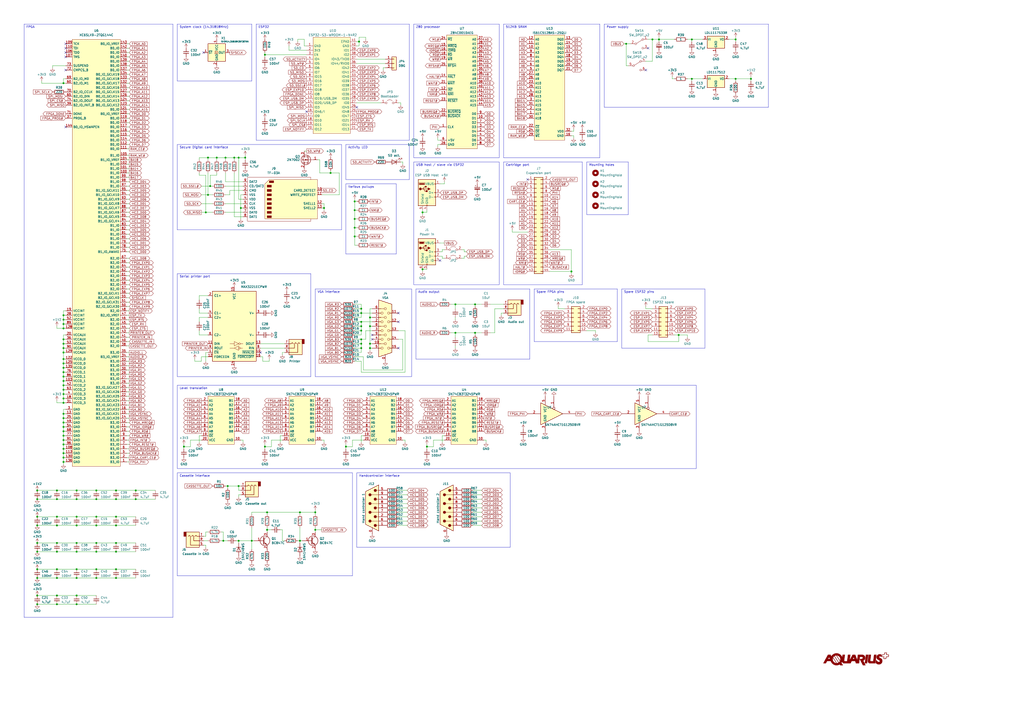
<source format=kicad_sch>
(kicad_sch (version 20230121) (generator eeschema)
  (paper "A2")
  (title_block (title "Aquarius+") (date "2023-06-07") (rev "2") (company "Designed by Frank van den Hoef"))
  (junction (at 214.63 199.39))
  (junction (at 363.22 25.4))
  (junction (at 121.92 107.95))
  (junction (at 21.59 299.72))
  (junction (at 36.83 233.68))
  (junction (at 138.43 91.44))
  (junction (at 138.43 281.94))
  (junction (at 36.83 242.57))
  (junction (at 247.65 259.08))
  (junction (at 36.83 247.65))
  (junction (at 67.31 304.8))
  (junction (at 55.88 320.04))
  (junction (at 33.02 289.56))
  (junction (at 209.55 179.07))
  (junction (at 209.55 199.39))
  (junction (at 393.7 194.31))
  (junction (at 36.83 267.97))
  (junction (at 55.88 299.72))
  (junction (at 264.16 193.04))
  (junction (at 187.96 120.65))
  (junction (at 119.38 123.19))
  (junction (at 36.83 196.85))
  (junction (at 209.55 189.23))
  (junction (at 78.74 289.56))
  (junction (at 67.31 320.04))
  (junction (at 245.11 156.21))
  (junction (at 130.81 91.44))
  (junction (at 191.77 100.33))
  (junction (at 214.63 184.15))
  (junction (at 120.65 91.44))
  (junction (at 33.02 345.44))
  (junction (at 55.88 289.56))
  (junction (at 67.31 335.28))
  (junction (at 36.83 220.98))
  (junction (at 208.28 24.13))
  (junction (at 44.45 330.2))
  (junction (at 36.83 199.39))
  (junction (at 55.88 284.48))
  (junction (at 182.88 307.34))
  (junction (at 36.83 204.47))
  (junction (at 44.45 314.96))
  (junction (at 138.43 313.69))
  (junction (at 142.24 91.44))
  (junction (at 153.67 259.08))
  (junction (at 36.83 226.06))
  (junction (at 209.55 186.69))
  (junction (at 44.45 345.44))
  (junction (at 125.73 91.44))
  (junction (at 209.55 191.77))
  (junction (at 36.83 265.43))
  (junction (at 173.99 313.69))
  (junction (at 67.31 289.56))
  (junction (at 36.83 250.19))
  (junction (at 426.72 45.72))
  (junction (at 135.89 91.44))
  (junction (at 21.59 350.52))
  (junction (at 67.31 284.48))
  (junction (at 21.59 320.04))
  (junction (at 55.88 330.2))
  (junction (at 55.88 335.28))
  (junction (at 275.59 176.53))
  (junction (at 36.83 218.44))
  (junction (at 36.83 231.14))
  (junction (at 275.59 193.04))
  (junction (at 33.02 350.52))
  (junction (at 36.83 240.03))
  (junction (at 36.83 255.27))
  (junction (at 245.11 123.19))
  (junction (at 33.02 304.8))
  (junction (at 33.02 320.04))
  (junction (at 182.88 297.18))
  (junction (at 173.99 297.18))
  (junction (at 132.08 281.94))
  (junction (at 36.83 257.81))
  (junction (at 209.55 196.85))
  (junction (at 205.74 116.84))
  (junction (at 36.83 262.89))
  (junction (at 44.45 320.04))
  (junction (at 36.83 252.73))
  (junction (at 153.67 31.75))
  (junction (at 401.32 22.86))
  (junction (at 67.31 330.2))
  (junction (at 36.83 215.9))
  (junction (at 33.02 314.96))
  (junction (at 205.74 127))
  (junction (at 139.7 120.65))
  (junction (at 378.46 22.86))
  (junction (at 36.83 245.11))
  (junction (at 205.74 132.08))
  (junction (at 36.83 260.35))
  (junction (at 36.83 210.82))
  (junction (at 33.02 284.48))
  (junction (at 154.94 307.34))
  (junction (at 435.61 45.72))
  (junction (at 36.83 208.28))
  (junction (at 67.31 299.72))
  (junction (at 21.59 345.44))
  (junction (at 129.54 313.69))
  (junction (at 33.02 330.2))
  (junction (at 106.68 259.08))
  (junction (at 44.45 289.56))
  (junction (at 44.45 350.52))
  (junction (at 205.74 121.92))
  (junction (at 33.02 299.72))
  (junction (at 44.45 304.8))
  (junction (at 36.83 223.52))
  (junction (at 120.65 113.03))
  (junction (at 209.55 181.61))
  (junction (at 36.83 213.36))
  (junction (at 36.83 182.88))
  (junction (at 331.47 157.48))
  (junction (at 44.45 299.72))
  (junction (at 382.27 22.86))
  (junction (at 36.83 185.42))
  (junction (at 36.83 228.6))
  (junction (at 44.45 335.28))
  (junction (at 21.59 314.96))
  (junction (at 214.63 189.23))
  (junction (at 67.31 314.96))
  (junction (at 33.02 335.28))
  (junction (at 36.83 190.5))
  (junction (at 78.74 284.48))
  (junction (at 146.05 313.69))
  (junction (at 21.59 304.8))
  (junction (at 36.83 201.93))
  (junction (at 21.59 335.28))
  (junction (at 200.66 259.08))
  (junction (at 55.88 304.8))
  (junction (at 205.74 137.16))
  (junction (at 401.32 45.72))
  (junction (at 36.83 187.96))
  (junction (at 21.59 289.56))
  (junction (at 209.55 201.93))
  (junction (at 426.72 22.86))
  (junction (at 264.16 176.53))
  (junction (at 44.45 284.48))
  (junction (at 21.59 284.48))
  (junction (at 21.59 330.2))
  (junction (at 55.88 314.96))
  (junction (at 154.94 297.18))
  (junction (at 36.83 48.26))
  (junction (at 214.63 201.93))
  (no_connect (at 118.11 30.48))
  (no_connect (at 38.1 27.94))
  (no_connect (at 38.1 40.64))
  (no_connect (at 375.92 27.94))
  (no_connect (at 374.65 40.64))
  (no_connect (at 207.01 62.23))
  (no_connect (at 255.27 151.13))
  (no_connect (at 38.1 33.02))
  (no_connect (at 306.07 104.14))
  (no_connect (at 38.1 73.66))
  (no_connect (at 151.13 204.47))
  (no_connect (at 177.8 64.77))
  (no_connect (at 38.1 30.48))
  (no_connect (at 231.14 201.93))
  (no_connect (at 231.14 181.61))
  (no_connect (at 231.14 186.69))
  (no_connect (at 215.9 194.31))
  (no_connect (at 215.9 196.85))
  (no_connect (at 38.1 25.4))
  (wire (pts (xy 209.55 184.15) (xy 205.74 184.15)))
  (wire (pts (xy 261.62 193.04) (xy 264.16 193.04)))
  (polyline (pts (xy 292.1 91.44) (xy 347.98 91.44)) (stroke (width 0) (type solid)))
  (polyline (pts (xy 102.87 334.01) (xy 204.47 334.01)) (stroke (width 0) (type solid)))
  (wire (pts (xy 214.63 199.39) (xy 215.9 199.39)))
  (wire (pts (xy 44.45 330.2) (xy 55.88 330.2)))
  (polyline (pts (xy 102.87 274.32) (xy 102.87 334.01)) (stroke (width 0) (type solid)))
  (wire (pts (xy 256.54 149.86) (xy 257.81 149.86)))
  (wire (pts (xy 331.47 76.2) (xy 332.74 76.2)))
  (wire (pts (xy 73.66 78.74) (xy 74.93 78.74)))
  (wire (pts (xy 207.01 59.69) (xy 220.98 59.69)))
  (wire (pts (xy 205.74 127) (xy 205.74 132.08)))
  (wire (pts (xy 36.83 228.6) (xy 36.83 231.14)))
  (wire (pts (xy 73.66 73.66) (xy 74.93 73.66)))
  (polyline (pts (xy 360.68 201.93) (xy 408.94 201.93)) (stroke (width 0) (type solid)))
  (wire (pts (xy 128.27 313.69) (xy 129.54 313.69)))
  (wire (pts (xy 205.74 201.93) (xy 209.55 201.93)))
  (wire (pts (xy 212.09 21.59) (xy 212.09 22.86)))
  (wire (pts (xy 36.83 215.9) (xy 36.83 218.44)))
  (wire (pts (xy 33.02 335.28) (xy 44.45 335.28)))
  (wire (pts (xy 125.73 91.44) (xy 125.73 92.71)))
  (polyline (pts (xy 102.87 218.44) (xy 180.34 218.44)) (stroke (width 0) (type solid)))
  (wire (pts (xy 215.9 179.07) (xy 214.63 179.07)))
  (wire (pts (xy 279.4 289.56) (xy 274.32 289.56)))
  (wire (pts (xy 153.67 259.08) (xy 153.67 257.81)))
  (wire (pts (xy 110.49 259.08) (xy 106.68 259.08)))
  (wire (pts (xy 116.84 123.19) (xy 119.38 123.19)))
  (wire (pts (xy 391.16 194.31) (xy 393.7 194.31)))
  (wire (pts (xy 177.8 87.63) (xy 176.53 87.63)))
  (wire (pts (xy 187.96 118.11) (xy 187.96 120.65)))
  (wire (pts (xy 73.66 154.94) (xy 74.93 154.94)))
  (wire (pts (xy 331.47 144.78) (xy 331.47 157.48)))
  (wire (pts (xy 44.45 335.28) (xy 55.88 335.28)))
  (wire (pts (xy 393.7 198.12) (xy 393.7 194.31)))
  (wire (pts (xy 247.65 259.08) (xy 247.65 260.35)))
  (wire (pts (xy 67.31 299.72) (xy 78.74 299.72)))
  (wire (pts (xy 36.83 237.49) (xy 38.1 237.49)))
  (wire (pts (xy 36.83 223.52) (xy 38.1 223.52)))
  (wire (pts (xy 290.83 182.88) (xy 290.83 181.61)))
  (polyline (pts (xy 198.12 83.82) (xy 198.12 133.35)) (stroke (width 0) (type solid)))
  (polyline (pts (xy 350.52 62.23) (xy 445.77 62.23)) (stroke (width 0) (type solid)))
  (wire (pts (xy 120.65 204.47) (xy 119.38 204.47)))
  (wire (pts (xy 401.32 22.86) (xy 401.32 24.13)))
  (wire (pts (xy 36.83 196.85) (xy 36.83 199.39)))
  (wire (pts (xy 123.19 107.95) (xy 121.92 107.95)))
  (polyline (pts (xy 148.59 81.28) (xy 237.49 81.28)) (stroke (width 0) (type solid)))
  (wire (pts (xy 205.74 116.84) (xy 207.01 116.84)))
  (wire (pts (xy 269.24 146.05) (xy 270.51 146.05)))
  (wire (pts (xy 251.46 255.27) (xy 251.46 259.08)))
  (wire (pts (xy 233.68 95.25) (xy 233.68 93.98)))
  (wire (pts (xy 73.66 48.26) (xy 74.93 48.26)))
  (wire (pts (xy 138.43 91.44) (xy 142.24 91.44)))
  (wire (pts (xy 422.91 22.86) (xy 426.72 22.86)))
  (wire (pts (xy 245.11 123.19) (xy 245.11 124.46)))
  (wire (pts (xy 210.82 255.27) (xy 204.47 255.27)))
  (wire (pts (xy 120.65 181.61) (xy 115.57 181.61)))
  (polyline (pts (xy 241.3 167.64) (xy 241.3 208.28)) (stroke (width 0) (type solid)))
  (wire (pts (xy 133.35 110.49) (xy 133.35 113.03)))
  (wire (pts (xy 36.83 252.73) (xy 36.83 255.27)))
  (wire (pts (xy 38.1 194.31) (xy 36.83 194.31)))
  (wire (pts (xy 36.83 182.88) (xy 38.1 182.88)))
  (polyline (pts (xy 13.97 358.14) (xy 100.33 358.14)) (stroke (width 0) (type solid)))
  (wire (pts (xy 236.22 289.56) (xy 231.14 289.56)))
  (wire (pts (xy 256.54 146.05) (xy 256.54 144.78)))
  (polyline (pts (xy 200.66 104.14) (xy 237.49 104.14)) (stroke (width 0) (type solid)))
  (wire (pts (xy 176.53 22.86) (xy 176.53 26.67)))
  (wire (pts (xy 24.13 46.99) (xy 24.13 48.26)))
  (wire (pts (xy 264.16 201.93) (xy 264.16 200.66)))
  (wire (pts (xy 182.88 307.34) (xy 186.69 307.34)))
  (wire (pts (xy 73.66 100.33) (xy 74.93 100.33)))
  (wire (pts (xy 73.66 252.73) (xy 74.93 252.73)))
  (wire (pts (xy 73.66 118.11) (xy 74.93 118.11)))
  (wire (pts (xy 130.81 281.94) (xy 132.08 281.94)))
  (wire (pts (xy 401.32 45.72) (xy 407.67 45.72)))
  (wire (pts (xy 323.85 179.07) (xy 327.66 179.07)))
  (wire (pts (xy 426.72 45.72) (xy 426.72 46.99)))
  (wire (pts (xy 36.83 228.6) (xy 38.1 228.6)))
  (wire (pts (xy 398.78 45.72) (xy 401.32 45.72)))
  (wire (pts (xy 73.66 102.87) (xy 74.93 102.87)))
  (polyline (pts (xy 358.14 167.64) (xy 358.14 198.12)) (stroke (width 0) (type solid)))
  (polyline (pts (xy 102.87 83.82) (xy 198.12 83.82)) (stroke (width 0) (type solid)))
  (wire (pts (xy 73.66 165.1) (xy 74.93 165.1)))
  (wire (pts (xy 36.83 196.85) (xy 38.1 196.85)))
  (wire (pts (xy 275.59 176.53) (xy 279.4 176.53)))
  (wire (pts (xy 231.14 191.77) (xy 234.95 191.77)))
  (wire (pts (xy 172.72 22.86) (xy 176.53 22.86)))
  (wire (pts (xy 182.88 307.34) (xy 182.88 308.61)))
  (wire (pts (xy 120.65 100.33) (xy 120.65 113.03)))
  (wire (pts (xy 375.92 194.31) (xy 375.92 198.12)))
  (wire (pts (xy 44.45 314.96) (xy 55.88 314.96)))
  (wire (pts (xy 209.55 196.85) (xy 209.55 199.39)))
  (wire (pts (xy 73.66 55.88) (xy 74.93 55.88)))
  (polyline (pts (xy 182.88 167.64) (xy 238.76 167.64)) (stroke (width 0) (type solid)))
  (wire (pts (xy 231.14 196.85) (xy 233.68 196.85)))
  (wire (pts (xy 264.16 176.53) (xy 275.59 176.53)))
  (wire (pts (xy 33.02 304.8) (xy 44.45 304.8)))
  (polyline (pts (xy 102.87 13.97) (xy 102.87 46.99)) (stroke (width 0) (type solid)))
  (wire (pts (xy 116.84 207.01) (xy 120.65 207.01)))
  (wire (pts (xy 73.66 107.95) (xy 74.93 107.95)))
  (wire (pts (xy 115.57 101.6) (xy 115.57 100.33)))
  (wire (pts (xy 209.55 194.31) (xy 205.74 194.31)))
  (wire (pts (xy 119.38 308.61) (xy 120.65 308.61)))
  (wire (pts (xy 233.68 214.63) (xy 210.82 214.63)))
  (wire (pts (xy 36.83 187.96) (xy 38.1 187.96)))
  (polyline (pts (xy 238.76 167.64) (xy 238.76 218.44)) (stroke (width 0) (type solid)))
  (wire (pts (xy 284.48 176.53) (xy 292.1 176.53)))
  (wire (pts (xy 73.66 128.27) (xy 74.93 128.27)))
  (wire (pts (xy 153.67 30.48) (xy 153.67 31.75)))
  (wire (pts (xy 163.83 313.69) (xy 163.83 307.34)))
  (wire (pts (xy 146.05 306.07) (xy 146.05 313.69)))
  (wire (pts (xy 138.43 281.94) (xy 138.43 284.48)))
  (wire (pts (xy 21.59 314.96) (xy 33.02 314.96)))
  (polyline (pts (xy 102.87 13.97) (xy 146.05 13.97)) (stroke (width 0) (type solid)))
  (wire (pts (xy 173.99 313.69) (xy 173.99 314.96)))
  (wire (pts (xy 21.59 320.04) (xy 33.02 320.04)))
  (wire (pts (xy 130.81 105.41) (xy 130.81 100.33)))
  (wire (pts (xy 116.84 255.27) (xy 110.49 255.27)))
  (wire (pts (xy 204.47 259.08) (xy 200.66 259.08)))
  (wire (pts (xy 36.83 255.27) (xy 38.1 255.27)))
  (wire (pts (xy 73.66 86.36) (xy 74.93 86.36)))
  (wire (pts (xy 200.66 259.08) (xy 200.66 260.35)))
  (wire (pts (xy 21.59 330.2) (xy 33.02 330.2)))
  (polyline (pts (xy 102.87 158.75) (xy 180.34 158.75)) (stroke (width 0) (type solid)))
  (wire (pts (xy 36.83 242.57) (xy 38.1 242.57)))
  (wire (pts (xy 153.67 31.75) (xy 177.8 31.75)))
  (wire (pts (xy 33.02 284.48) (xy 44.45 284.48)))
  (wire (pts (xy 121.92 101.6) (xy 125.73 101.6)))
  (wire (pts (xy 255.27 146.05) (xy 256.54 146.05)))
  (wire (pts (xy 255.27 83.82) (xy 254 83.82)))
  (wire (pts (xy 36.83 242.57) (xy 36.83 245.11)))
  (wire (pts (xy 207.01 24.13) (xy 208.28 24.13)))
  (wire (pts (xy 36.83 48.26) (xy 38.1 48.26)))
  (wire (pts (xy 378.46 22.86) (xy 378.46 35.56)))
  (wire (pts (xy 426.72 45.72) (xy 435.61 45.72)))
  (wire (pts (xy 67.31 320.04) (xy 78.74 320.04)))
  (wire (pts (xy 279.4 299.72) (xy 274.32 299.72)))
  (wire (pts (xy 435.61 45.72) (xy 435.61 46.99)))
  (wire (pts (xy 318.77 144.78) (xy 331.47 144.78)))
  (wire (pts (xy 36.83 267.97) (xy 38.1 267.97)))
  (wire (pts (xy 208.28 21.59) (xy 212.09 21.59)))
  (polyline (pts (xy 240.03 13.97) (xy 289.56 13.97)) (stroke (width 0) (type solid)))
  (wire (pts (xy 21.59 304.8) (xy 33.02 304.8)))
  (wire (pts (xy 21.59 350.52) (xy 33.02 350.52)))
  (wire (pts (xy 207.01 142.24) (xy 205.74 142.24)))
  (wire (pts (xy 73.66 68.58) (xy 74.93 68.58)))
  (wire (pts (xy 36.83 265.43) (xy 38.1 265.43)))
  (wire (pts (xy 73.66 167.64) (xy 74.93 167.64)))
  (polyline (pts (xy 240.03 93.98) (xy 289.56 93.98)) (stroke (width 0) (type solid)))
  (polyline (pts (xy 307.34 167.64) (xy 307.34 208.28)) (stroke (width 0) (type solid)))
  (wire (pts (xy 36.83 231.14) (xy 36.83 233.68)))
  (wire (pts (xy 36.83 48.26) (xy 24.13 48.26)))
  (wire (pts (xy 73.66 92.71) (xy 74.93 92.71)))
  (polyline (pts (xy 13.97 13.97) (xy 13.97 358.14)) (stroke (width 0) (type solid)))
  (wire (pts (xy 140.97 105.41) (xy 130.81 105.41)))
  (wire (pts (xy 73.66 198.12) (xy 74.93 198.12)))
  (wire (pts (xy 234.95 255.27) (xy 234.95 256.54)))
  (wire (pts (xy 21.59 345.44) (xy 33.02 345.44)))
  (wire (pts (xy 269.24 148.59) (xy 270.51 148.59)))
  (polyline (pts (xy 292.1 13.97) (xy 292.1 91.44)) (stroke (width 0) (type solid)))
  (wire (pts (xy 73.66 25.4) (xy 74.93 25.4)))
  (wire (pts (xy 116.84 113.03) (xy 120.65 113.03)))
  (wire (pts (xy 73.66 157.48) (xy 74.93 157.48)))
  (wire (pts (xy 121.92 107.95) (xy 121.92 101.6)))
  (wire (pts (xy 255.27 140.97) (xy 257.81 140.97)))
  (wire (pts (xy 73.66 207.01) (xy 74.93 207.01)))
  (polyline (pts (xy 340.36 93.98) (xy 364.49 93.98)) (stroke (width 0) (type solid)))
  (polyline (pts (xy 204.47 274.32) (xy 204.47 334.01)) (stroke (width 0) (type solid)))
  (wire (pts (xy 209.55 186.69) (xy 215.9 186.69)))
  (wire (pts (xy 157.48 255.27) (xy 157.48 259.08)))
  (wire (pts (xy 73.66 45.72) (xy 74.93 45.72)))
  (wire (pts (xy 152.4 209.55) (xy 156.21 209.55)))
  (wire (pts (xy 236.22 292.1) (xy 231.14 292.1)))
  (wire (pts (xy 173.99 297.18) (xy 182.88 297.18)))
  (polyline (pts (xy 360.68 167.64) (xy 408.94 167.64)) (stroke (width 0) (type solid)))
  (wire (pts (xy 382.27 22.86) (xy 391.16 22.86)))
  (wire (pts (xy 36.83 255.27) (xy 36.83 257.81)))
  (wire (pts (xy 36.83 199.39) (xy 38.1 199.39)))
  (wire (pts (xy 36.83 204.47) (xy 36.83 208.28)))
  (wire (pts (xy 78.74 284.48) (xy 90.17 284.48)))
  (wire (pts (xy 287.02 193.04) (xy 287.02 179.07)))
  (wire (pts (xy 73.66 222.25) (xy 74.93 222.25)))
  (wire (pts (xy 137.16 313.69) (xy 138.43 313.69)))
  (wire (pts (xy 73.66 149.86) (xy 74.93 149.86)))
  (wire (pts (xy 55.88 289.56) (xy 67.31 289.56)))
  (wire (pts (xy 209.55 176.53) (xy 209.55 179.07)))
  (wire (pts (xy 73.66 97.79) (xy 74.93 97.79)))
  (wire (pts (xy 153.67 31.75) (xy 153.67 33.02)))
  (wire (pts (xy 140.97 113.03) (xy 139.7 113.03)))
  (wire (pts (xy 73.66 250.19) (xy 74.93 250.19)))
  (wire (pts (xy 255.27 148.59) (xy 256.54 148.59)))
  (wire (pts (xy 223.52 39.37) (xy 222.25 39.37)))
  (wire (pts (xy 142.24 91.44) (xy 142.24 92.71)))
  (wire (pts (xy 133.35 113.03) (xy 130.81 113.03)))
  (wire (pts (xy 55.88 320.04) (xy 67.31 320.04)))
  (wire (pts (xy 153.67 259.08) (xy 153.67 260.35)))
  (polyline (pts (xy 102.87 274.32) (xy 204.47 274.32)) (stroke (width 0) (type solid)))
  (wire (pts (xy 135.89 125.73) (xy 140.97 125.73)))
  (wire (pts (xy 146.05 298.45) (xy 146.05 297.18)))
  (polyline (pts (xy 102.87 223.52) (xy 403.86 223.52)) (stroke (width 0) (type solid)))
  (wire (pts (xy 236.22 299.72) (xy 231.14 299.72)))
  (wire (pts (xy 38.1 215.9) (xy 36.83 215.9)))
  (wire (pts (xy 67.31 289.56) (xy 78.74 289.56)))
  (wire (pts (xy 73.66 135.89) (xy 74.93 135.89)))
  (wire (pts (xy 191.77 100.33) (xy 185.42 100.33)))
  (wire (pts (xy 234.95 215.9) (xy 209.55 215.9)))
  (wire (pts (xy 256.54 144.78) (xy 257.81 144.78)))
  (polyline (pts (xy 102.87 223.52) (xy 102.87 271.78)) (stroke (width 0) (type solid)))
  (wire (pts (xy 205.74 132.08) (xy 205.74 137.16)))
  (wire (pts (xy 196.85 100.33) (xy 191.77 100.33)))
  (wire (pts (xy 254 83.82) (xy 254 85.09)))
  (wire (pts (xy 426.72 22.86) (xy 426.72 24.13)))
  (polyline (pts (xy 200.66 106.68) (xy 200.66 147.32)) (stroke (width 0) (type solid)))
  (wire (pts (xy 115.57 184.15) (xy 120.65 184.15)))
  (wire (pts (xy 36.83 250.19) (xy 38.1 250.19)))
  (wire (pts (xy 209.55 179.07) (xy 209.55 181.61)))
  (wire (pts (xy 247.65 121.92) (xy 247.65 123.19)))
  (wire (pts (xy 401.32 22.86) (xy 407.67 22.86)))
  (wire (pts (xy 139.7 113.03) (xy 139.7 120.65)))
  (wire (pts (xy 279.4 297.18) (xy 274.32 297.18)))
  (wire (pts (xy 142.24 90.17) (xy 142.24 91.44)))
  (wire (pts (xy 323.85 177.8) (xy 323.85 179.07)))
  (wire (pts (xy 251.46 259.08) (xy 247.65 259.08)))
  (wire (pts (xy 130.81 91.44) (xy 135.89 91.44)))
  (wire (pts (xy 154.94 307.34) (xy 157.48 307.34)))
  (wire (pts (xy 73.66 125.73) (xy 74.93 125.73)))
  (wire (pts (xy 73.66 105.41) (xy 74.93 105.41)))
  (wire (pts (xy 44.45 284.48) (xy 55.88 284.48)))
  (wire (pts (xy 119.38 204.47) (xy 119.38 209.55)))
  (wire (pts (xy 73.66 40.64) (xy 74.93 40.64)))
  (wire (pts (xy 200.66 259.08) (xy 200.66 257.81)))
  (polyline (pts (xy 347.98 13.97) (xy 347.98 91.44)) (stroke (width 0) (type solid)))
  (wire (pts (xy 36.83 218.44) (xy 38.1 218.44)))
  (wire (pts (xy 36.83 247.65) (xy 36.83 250.19)))
  (wire (pts (xy 118.11 311.15) (xy 119.38 311.15)))
  (wire (pts (xy 73.66 187.96) (xy 74.93 187.96)))
  (wire (pts (xy 73.66 267.97) (xy 74.93 267.97)))
  (wire (pts (xy 245.11 123.19) (xy 247.65 123.19)))
  (wire (pts (xy 120.65 91.44) (xy 120.65 92.71)))
  (wire (pts (xy 140.97 110.49) (xy 133.35 110.49)))
  (wire (pts (xy 209.55 181.61) (xy 209.55 184.15)))
  (wire (pts (xy 247.65 259.08) (xy 247.65 257.81)))
  (polyline (pts (xy 403.86 223.52) (xy 403.86 271.78)) (stroke (width 0) (type solid)))
  (wire (pts (xy 361.95 25.4) (xy 363.22 25.4)))
  (polyline (pts (xy 340.36 93.98) (xy 340.36 124.46)) (stroke (width 0) (type solid)))
  (wire (pts (xy 209.55 201.93) (xy 209.55 204.47)))
  (wire (pts (xy 245.11 156.21) (xy 245.11 157.48)))
  (wire (pts (xy 73.66 60.96) (xy 74.93 60.96)))
  (wire (pts (xy 212.09 196.85) (xy 209.55 196.85)))
  (wire (pts (xy 36.83 190.5) (xy 36.83 187.96)))
  (wire (pts (xy 209.55 209.55) (xy 205.74 209.55)))
  (polyline (pts (xy 13.97 13.97) (xy 100.33 13.97)) (stroke (width 0) (type solid)))
  (wire (pts (xy 74.93 172.72) (xy 73.66 172.72)))
  (polyline (pts (xy 237.49 13.97) (xy 237.49 81.28)) (stroke (width 0) (type solid)))
  (wire (pts (xy 38.1 213.36) (xy 36.83 213.36)))
  (wire (pts (xy 73.66 175.26) (xy 74.93 175.26)))
  (wire (pts (xy 118.11 316.23) (xy 119.38 316.23)))
  (polyline (pts (xy 292.1 93.98) (xy 292.1 165.1)) (stroke (width 0) (type solid)))
  (wire (pts (xy 73.66 133.35) (xy 74.93 133.35)))
  (wire (pts (xy 205.74 199.39) (xy 209.55 199.39)))
  (wire (pts (xy 33.02 289.56) (xy 44.45 289.56)))
  (wire (pts (xy 182.88 297.18) (xy 182.88 298.45)))
  (polyline (pts (xy 350.52 13.97) (xy 350.52 62.23)) (stroke (width 0) (type solid)))
  (wire (pts (xy 187.96 120.65) (xy 187.96 121.92)))
  (wire (pts (xy 245.11 156.21) (xy 247.65 156.21)))
  (wire (pts (xy 36.83 185.42) (xy 36.83 182.88)))
  (wire (pts (xy 44.45 345.44) (xy 55.88 345.44)))
  (wire (pts (xy 73.66 237.49) (xy 74.93 237.49)))
  (wire (pts (xy 73.66 217.17) (xy 74.93 217.17)))
  (wire (pts (xy 214.63 199.39) (xy 214.63 201.93)))
  (wire (pts (xy 73.66 38.1) (xy 74.93 38.1)))
  (wire (pts (xy 73.66 27.94) (xy 74.93 27.94)))
  (wire (pts (xy 73.66 160.02) (xy 74.93 160.02)))
  (wire (pts (xy 287.02 179.07) (xy 292.1 179.07)))
  (wire (pts (xy 186.69 118.11) (xy 187.96 118.11)))
  (wire (pts (xy 156.21 208.28) (xy 156.21 209.55)))
  (wire (pts (xy 267.97 144.78) (xy 269.24 144.78)))
  (wire (pts (xy 30.48 38.1) (xy 30.48 39.37)))
  (wire (pts (xy 165.1 313.69) (xy 163.83 313.69)))
  (wire (pts (xy 73.66 66.04) (xy 74.93 66.04)))
  (wire (pts (xy 73.66 146.05) (xy 74.93 146.05)))
  (wire (pts (xy 73.66 245.11) (xy 74.93 245.11)))
  (polyline (pts (xy 146.05 13.97) (xy 146.05 46.99)) (stroke (width 0) (type solid)))
  (polyline (pts (xy 445.77 13.97) (xy 445.77 62.23)) (stroke (width 0) (type solid)))
  (polyline (pts (xy 102.87 271.78) (xy 403.86 271.78)) (stroke (width 0) (type solid)))
  (wire (pts (xy 33.02 330.2) (xy 44.45 330.2)))
  (wire (pts (xy 73.66 63.5) (xy 74.93 63.5)))
  (wire (pts (xy 214.63 184.15) (xy 214.63 189.23)))
  (wire (pts (xy 21.59 284.48) (xy 33.02 284.48)))
  (wire (pts (xy 154.94 297.18) (xy 154.94 298.45)))
  (wire (pts (xy 182.88 295.91) (xy 182.88 297.18)))
  (wire (pts (xy 73.66 195.58) (xy 74.93 195.58)))
  (wire (pts (xy 154.94 297.18) (xy 173.99 297.18)))
  (wire (pts (xy 222.25 39.37) (xy 222.25 40.64)))
  (wire (pts (xy 139.7 287.02) (xy 138.43 287.02)))
  (wire (pts (xy 36.83 262.89) (xy 38.1 262.89)))
  (wire (pts (xy 36.83 180.34) (xy 36.83 182.88)))
  (polyline (pts (xy 200.66 83.82) (xy 237.49 83.82)) (stroke (width 0) (type solid)))
  (wire (pts (xy 205.74 189.23) (xy 209.55 189.23)))
  (wire (pts (xy 279.4 302.26) (xy 274.32 302.26)))
  (wire (pts (xy 162.56 307.34) (xy 163.83 307.34)))
  (wire (pts (xy 73.66 35.56) (xy 74.93 35.56)))
  (wire (pts (xy 279.4 292.1) (xy 274.32 292.1)))
  (wire (pts (xy 205.74 196.85) (xy 209.55 196.85)))
  (wire (pts (xy 36.83 199.39) (xy 36.83 201.93)))
  (wire (pts (xy 36.83 220.98) (xy 36.83 223.52)))
  (wire (pts (xy 257.81 255.27) (xy 251.46 255.27)))
  (wire (pts (xy 209.55 191.77) (xy 209.55 194.31)))
  (wire (pts (xy 129.54 308.61) (xy 129.54 313.69)))
  (polyline (pts (xy 200.66 147.32) (xy 229.87 147.32)) (stroke (width 0) (type solid)))
  (wire (pts (xy 36.83 240.03) (xy 38.1 240.03)))
  (polyline (pts (xy 240.03 165.1) (xy 289.56 165.1)) (stroke (width 0) (type solid)))
  (wire (pts (xy 73.66 247.65) (xy 74.93 247.65)))
  (wire (pts (xy 36.83 204.47) (xy 38.1 204.47)))
  (wire (pts (xy 36.83 213.36) (xy 36.83 215.9)))
  (wire (pts (xy 73.66 212.09) (xy 74.93 212.09)))
  (wire (pts (xy 245.11 121.92) (xy 245.11 123.19)))
  (wire (pts (xy 36.83 250.19) (xy 36.83 252.73)))
  (wire (pts (xy 73.66 260.35) (xy 74.93 260.35)))
  (wire (pts (xy 36.83 257.81) (xy 36.83 260.35)))
  (wire (pts (xy 73.66 162.56) (xy 74.93 162.56)))
  (wire (pts (xy 205.74 115.57) (xy 205.74 116.84)))
  (wire (pts (xy 116.84 118.11) (xy 123.19 118.11)))
  (wire (pts (xy 269.24 149.86) (xy 269.24 148.59)))
  (polyline (pts (xy 240.03 91.44) (xy 289.56 91.44)) (stroke (width 0) (type solid)))
  (wire (pts (xy 36.83 262.89) (xy 36.83 265.43)))
  (wire (pts (xy 73.66 227.33) (xy 74.93 227.33)))
  (wire (pts (xy 146.05 313.69) (xy 147.32 313.69)))
  (wire (pts (xy 191.77 99.06) (xy 191.77 100.33)))
  (wire (pts (xy 106.68 259.08) (xy 106.68 257.81)))
  (wire (pts (xy 67.31 304.8) (xy 78.74 304.8)))
  (polyline (pts (xy 289.56 93.98) (xy 289.56 165.1)) (stroke (width 0) (type solid)))
  (wire (pts (xy 120.65 194.31) (xy 115.57 194.31)))
  (wire (pts (xy 274.32 304.8) (xy 279.4 304.8)))
  (wire (pts (xy 254 81.28) (xy 255.27 81.28)))
  (wire (pts (xy 130.81 91.44) (xy 130.81 92.71)))
  (wire (pts (xy 73.66 229.87) (xy 74.93 229.87)))
  (polyline (pts (xy 102.87 158.75) (xy 102.87 218.44)) (stroke (width 0) (type solid)))
  (wire (pts (xy 33.02 232.41) (xy 33.02 233.68)))
  (wire (pts (xy 214.63 189.23) (xy 214.63 199.39)))
  (wire (pts (xy 138.43 287.02) (xy 138.43 288.29)))
  (wire (pts (xy 55.88 304.8) (xy 67.31 304.8)))
  (polyline (pts (xy 289.56 13.97) (xy 289.56 91.44)) (stroke (width 0) (type solid)))
  (wire (pts (xy 281.94 255.27) (xy 281.94 256.54)))
  (wire (pts (xy 73.66 71.12) (xy 74.93 71.12)))
  (wire (pts (xy 157.48 259.08) (xy 153.67 259.08)))
  (wire (pts (xy 38.1 190.5) (xy 36.83 190.5)))
  (wire (pts (xy 151.13 201.93) (xy 165.1 201.93)))
  (wire (pts (xy 73.66 152.4) (xy 74.93 152.4)))
  (wire (pts (xy 210.82 214.63) (xy 210.82 207.01)))
  (wire (pts (xy 187.96 255.27) (xy 187.96 256.54)))
  (wire (pts (xy 73.66 200.66) (xy 74.93 200.66)))
  (wire (pts (xy 33.02 350.52) (xy 44.45 350.52)))
  (wire (pts (xy 55.88 330.2) (xy 67.31 330.2)))
  (wire (pts (xy 38.1 245.11) (xy 36.83 245.11)))
  (wire (pts (xy 236.22 287.02) (xy 231.14 287.02)))
  (wire (pts (xy 177.8 29.21) (xy 167.64 29.21)))
  (wire (pts (xy 393.7 194.31) (xy 398.78 194.31)))
  (wire (pts (xy 115.57 91.44) (xy 120.65 91.44)))
  (wire (pts (xy 73.66 115.57) (xy 74.93 115.57)))
  (wire (pts (xy 73.66 43.18) (xy 74.93 43.18)))
  (wire (pts (xy 55.88 335.28) (xy 67.31 335.28)))
  (wire (pts (xy 185.42 92.71) (xy 185.42 100.33)))
  (wire (pts (xy 73.66 180.34) (xy 74.93 180.34)))
  (wire (pts (xy 73.66 224.79) (xy 74.93 224.79)))
  (wire (pts (xy 374.65 177.8) (xy 374.65 179.07)))
  (wire (pts (xy 44.45 304.8) (xy 55.88 304.8)))
  (wire (pts (xy 73.66 219.71) (xy 74.93 219.71)))
  (wire (pts (xy 378.46 194.31) (xy 375.92 194.31)))
  (wire (pts (xy 378.46 22.86) (xy 382.27 22.86)))
  (wire (pts (xy 214.63 201.93) (xy 214.63 203.2)))
  (wire (pts (xy 21.59 289.56) (xy 33.02 289.56)))
  (polyline (pts (xy 148.59 13.97) (xy 237.49 13.97)) (stroke (width 0) (type solid)))
  (wire (pts (xy 73.66 90.17) (xy 74.93 90.17)))
  (wire (pts (xy 207.01 137.16) (xy 205.74 137.16)))
  (wire (pts (xy 365.76 25.4) (xy 363.22 25.4)))
  (wire (pts (xy 106.68 259.08) (xy 106.68 260.35)))
  (wire (pts (xy 44.45 320.04) (xy 55.88 320.04)))
  (wire (pts (xy 116.84 252.73) (xy 115.57 252.73)))
  (wire (pts (xy 115.57 171.45) (xy 120.65 171.45)))
  (wire (pts (xy 73.66 209.55) (xy 74.93 209.55)))
  (wire (pts (xy 73.66 143.51) (xy 74.93 143.51)))
  (polyline (pts (xy 200.66 83.82) (xy 200.66 104.14)) (stroke (width 0) (type solid)))
  (wire (pts (xy 209.55 215.9) (xy 209.55 209.55)))
  (wire (pts (xy 119.38 101.6) (xy 115.57 101.6)))
  (polyline (pts (xy 309.88 167.64) (xy 309.88 198.12)) (stroke (width 0) (type solid)))
  (polyline (pts (xy 309.88 198.12) (xy 358.14 198.12)) (stroke (width 0) (type solid)))
  (wire (pts (xy 73.66 95.25) (xy 74.93 95.25)))
  (wire (pts (xy 139.7 284.48) (xy 138.43 284.48)))
  (wire (pts (xy 73.66 110.49) (xy 74.93 110.49)))
  (wire (pts (xy 375.92 22.86) (xy 378.46 22.86)))
  (polyline (pts (xy 408.94 167.64) (xy 408.94 201.93)) (stroke (width 0) (type solid)))
  (wire (pts (xy 36.83 237.49) (xy 36.83 240.03)))
  (wire (pts (xy 332.74 78.74) (xy 332.74 80.01)))
  (wire (pts (xy 119.38 316.23) (xy 119.38 317.5)))
  (wire (pts (xy 331.47 78.74) (xy 332.74 78.74)))
  (wire (pts (xy 130.81 107.95) (xy 140.97 107.95)))
  (polyline (pts (xy 350.52 13.97) (xy 445.77 13.97)) (stroke (width 0) (type solid)))
  (wire (pts (xy 36.83 260.35) (xy 36.83 262.89)))
  (wire (pts (xy 73.66 240.03) (xy 74.93 240.03)))
  (wire (pts (xy 209.55 186.69) (xy 209.55 189.23)))
  (wire (pts (xy 73.66 130.81) (xy 74.93 130.81)))
  (wire (pts (xy 176.53 26.67) (xy 177.8 26.67)))
  (wire (pts (xy 73.66 182.88) (xy 74.93 182.88)))
  (wire (pts (xy 139.7 120.65) (xy 140.97 120.65)))
  (wire (pts (xy 146.05 313.69) (xy 146.05 318.77)))
  (wire (pts (xy 257.81 105.41) (xy 257.81 106.68)))
  (wire (pts (xy 33.02 314.96) (xy 44.45 314.96)))
  (wire (pts (xy 21.59 335.28) (xy 33.02 335.28)))
  (wire (pts (xy 36.83 187.96) (xy 36.83 185.42)))
  (wire (pts (xy 73.66 76.2) (xy 74.93 76.2)))
  (wire (pts (xy 116.84 209.55) (xy 116.84 207.01)))
  (polyline (pts (xy 240.03 13.97) (xy 240.03 91.44)) (stroke (width 0) (type solid)))
  (polyline (pts (xy 340.36 124.46) (xy 364.49 124.46)) (stroke (width 0) (type solid)))
  (wire (pts (xy 269.24 144.78) (xy 269.24 146.05)))
  (wire (pts (xy 297.18 134.62) (xy 306.07 134.62)))
  (wire (pts (xy 113.03 208.28) (xy 113.03 209.55)))
  (wire (pts (xy 73.66 33.02) (xy 74.93 33.02)))
  (wire (pts (xy 279.4 287.02) (xy 274.32 287.02)))
  (wire (pts (xy 21.59 299.72) (xy 33.02 299.72)))
  (wire (pts (xy 33.02 299.72) (xy 44.45 299.72)))
  (wire (pts (xy 33.02 189.23) (xy 33.02 190.5)))
  (wire (pts (xy 36.83 190.5) (xy 33.02 190.5)))
  (wire (pts (xy 422.91 45.72) (xy 426.72 45.72)))
  (wire (pts (xy 255.27 106.68) (xy 257.81 106.68)))
  (polyline (pts (xy 148.59 13.97) (xy 148.59 81.28)) (stroke (width 0) (type solid)))
  (wire (pts (xy 275.59 193.04) (xy 279.4 193.04)))
  (wire (pts (xy 113.03 209.55) (xy 116.84 209.55)))
  (wire (pts (xy 332.74 74.93) (xy 332.74 76.2)))
  (wire (pts (xy 38.1 180.34) (xy 36.83 180.34)))
  (wire (pts (xy 135.89 91.44) (xy 138.43 91.44)))
  (polyline (pts (xy 102.87 83.82) (xy 102.87 133.35)) (stroke (width 0) (type solid)))
  (wire (pts (xy 138.43 281.94) (xy 139.7 281.94)))
  (polyline (pts (xy 309.88 167.64) (xy 358.14 167.64)) (stroke (width 0) (type solid)))
  (wire (pts (xy 73.66 50.8) (xy 74.93 50.8)))
  (wire (pts (xy 389.89 44.45) (xy 389.89 45.72)))
  (wire (pts (xy 163.83 255.27) (xy 157.48 255.27)))
  (wire (pts (xy 208.28 24.13) (xy 208.28 21.59)))
  (wire (pts (xy 123.19 113.03) (xy 120.65 113.03)))
  (polyline (pts (xy 241.3 208.28) (xy 307.34 208.28)) (stroke (width 0) (type solid)))
  (wire (pts (xy 36.83 231.14) (xy 38.1 231.14)))
  (wire (pts (xy 162.56 252.73) (xy 162.56 256.54)))
  (wire (pts (xy 205.74 186.69) (xy 209.55 186.69)))
  (wire (pts (xy 44.45 350.52) (xy 55.88 350.52)))
  (polyline (pts (xy 207.01 274.32) (xy 207.01 317.5)) (stroke (width 0) (type solid)))
  (wire (pts (xy 207.01 26.67) (xy 208.28 26.67)))
  (wire (pts (xy 426.72 21.59) (xy 426.72 22.86)))
  (wire (pts (xy 401.32 45.72) (xy 401.32 46.99)))
  (wire (pts (xy 67.31 335.28) (xy 78.74 335.28)))
  (wire (pts (xy 36.83 194.31) (xy 36.83 196.85)))
  (wire (pts (xy 139.7 255.27) (xy 140.97 255.27)))
  (wire (pts (xy 146.05 313.69) (xy 138.43 313.69)))
  (polyline (pts (xy 182.88 167.64) (xy 182.88 218.44)) (stroke (width 0) (type solid)))
  (wire (pts (xy 398.78 194.31) (xy 398.78 195.58)))
  (wire (pts (xy 67.31 284.48) (xy 78.74 284.48)))
  (wire (pts (xy 167.64 26.67) (xy 167.64 29.21)))
  (wire (pts (xy 36.83 226.06) (xy 36.83 228.6)))
  (wire (pts (xy 119.38 123.19) (xy 119.38 101.6)))
  (wire (pts (xy 172.72 313.69) (xy 173.99 313.69)))
  (wire (pts (xy 212.09 191.77) (xy 212.09 196.85)))
  (wire (pts (xy 233.68 196.85) (xy 233.68 214.63)))
  (wire (pts (xy 73.66 214.63) (xy 74.93 214.63)))
  (wire (pts (xy 129.54 313.69) (xy 132.08 313.69)))
  (wire (pts (xy 132.08 281.94) (xy 132.08 283.21)))
  (wire (pts (xy 36.83 267.97) (xy 36.83 269.24)))
  (wire (pts (xy 115.57 186.69) (xy 115.57 184.15)))
  (polyline (pts (xy 180.34 158.75) (xy 180.34 218.44)) (stroke (width 0) (type solid)))
  (wire (pts (xy 36.83 233.68) (xy 33.02 233.68)))
  (wire (pts (xy 234.95 191.77) (xy 234.95 215.9)))
  (wire (pts (xy 182.88 306.07) (xy 182.88 307.34)))
  (wire (pts (xy 36.83 220.98) (xy 38.1 220.98)))
  (wire (pts (xy 209.55 204.47) (xy 205.74 204.47)))
  (wire (pts (xy 297.18 133.35) (xy 297.18 134.62)))
  (wire (pts (xy 36.83 45.72) (xy 36.83 48.26)))
  (wire (pts (xy 116.84 107.95) (xy 121.92 107.95)))
  (wire (pts (xy 236.22 297.18) (xy 231.14 297.18)))
  (wire (pts (xy 36.83 247.65) (xy 38.1 247.65)))
  (wire (pts (xy 389.89 45.72) (xy 391.16 45.72)))
  (wire (pts (xy 154.94 306.07) (xy 154.94 307.34)))
  (wire (pts (xy 140.97 115.57) (xy 138.43 115.57)))
  (wire (pts (xy 67.31 330.2) (xy 78.74 330.2)))
  (wire (pts (xy 132.08 281.94) (xy 138.43 281.94)))
  (wire (pts (xy 73.66 265.43) (xy 74.93 265.43)))
  (polyline (pts (xy 292.1 13.97) (xy 347.98 13.97)) (stroke (width 0) (type solid)))
  (wire (pts (xy 151.13 207.01) (xy 152.4 207.01)))
  (wire (pts (xy 73.66 123.19) (xy 74.93 123.19)))
  (wire (pts (xy 73.66 185.42) (xy 74.93 185.42)))
  (wire (pts (xy 120.65 91.44) (xy 125.73 91.44)))
  (wire (pts (xy 146.05 297.18) (xy 154.94 297.18)))
  (wire (pts (xy 30.48 38.1) (xy 38.1 38.1)))
  (wire (pts (xy 135.89 100.33) (xy 135.89 125.73)))
  (wire (pts (xy 173.99 306.07) (xy 173.99 313.69)))
  (wire (pts (xy 115.57 92.71) (xy 115.57 91.44)))
  (wire (pts (xy 209.55 199.39) (xy 209.55 201.93)))
  (wire (pts (xy 38.1 208.28) (xy 36.83 208.28)))
  (wire (pts (xy 115.57 191.77) (xy 115.57 194.31)))
  (wire (pts (xy 264.16 185.42) (xy 264.16 184.15)))
  (wire (pts (xy 44.45 299.72) (xy 55.88 299.72)))
  (wire (pts (xy 331.47 157.48) (xy 331.47 158.75)))
  (wire (pts (xy 345.44 191.77) (xy 345.44 193.04)))
  (polyline (pts (xy 229.87 106.68) (xy 229.87 147.32)) (stroke (width 0) (type solid)))
  (wire (pts (xy 73.66 113.03) (xy 74.93 113.03)))
  (wire (pts (xy 210.82 252.73) (xy 209.55 252.73)))
  (polyline (pts (xy 360.68 167.64) (xy 360.68 201.93)) (stroke (width 0) (type solid)))
  (wire (pts (xy 73.66 138.43) (xy 74.93 138.43)))
  (wire (pts (xy 280.67 255.27) (xy 281.94 255.27)))
  (wire (pts (xy 214.63 184.15) (xy 215.9 184.15)))
  (wire (pts (xy 115.57 252.73) (xy 115.57 256.54)))
  (wire (pts (xy 73.66 120.65) (xy 74.93 120.65)))
  (wire (pts (xy 207.01 132.08) (xy 205.74 132.08)))
  (wire (pts (xy 264.16 179.07) (xy 264.16 176.53)))
  (wire (pts (xy 130.81 123.19) (xy 140.97 123.19)))
  (polyline (pts (xy 292.1 93.98) (xy 337.82 93.98)) (stroke (width 0) (type solid)))
  (wire (pts (xy 73.66 257.81) (xy 74.93 257.81)))
  (wire (pts (xy 209.55 252.73) (xy 209.55 256.54)))
  (wire (pts (xy 236.22 294.64) (xy 231.14 294.64)))
  (wire (pts (xy 154.94 307.34) (xy 154.94 308.61)))
  (wire (pts (xy 36.83 252.73) (xy 38.1 252.73)))
  (polyline (pts (xy 102.87 133.35) (xy 198.12 133.35)) (stroke (width 0) (type solid)))
  (wire (pts (xy 205.74 191.77) (xy 209.55 191.77)))
  (wire (pts (xy 36.83 218.44) (xy 36.83 220.98)))
  (wire (pts (xy 205.74 207.01) (xy 210.82 207.01)))
  (wire (pts (xy 73.66 190.5) (xy 74.93 190.5)))
  (wire (pts (xy 435.61 44.45) (xy 435.61 45.72)))
  (wire (pts (xy 184.15 92.71) (xy 185.42 92.71)))
  (wire (pts (xy 125.73 91.44) (xy 130.81 91.44)))
  (wire (pts (xy 73.66 81.28) (xy 74.93 81.28)))
  (wire (pts (xy 163.83 252.73) (xy 162.56 252.73)))
  (polyline (pts (xy 241.3 167.64) (xy 307.34 167.64)) (stroke (width 0) (type solid)))
  (wire (pts (xy 115.57 179.07) (xy 115.57 181.61)))
  (wire (pts (xy 275.59 176.53) (xy 275.59 177.8)))
  (wire (pts (xy 73.66 193.04) (xy 74.93 193.04)))
  (wire (pts (xy 374.65 35.56) (xy 378.46 35.56)))
  (wire (pts (xy 36.83 185.42) (xy 38.1 185.42)))
  (wire (pts (xy 279.4 284.48) (xy 274.32 284.48)))
  (wire (pts (xy 186.69 113.03) (xy 196.85 113.03)))
  (wire (pts (xy 73.66 83.82) (xy 74.93 83.82)))
  (wire (pts (xy 73.66 30.48) (xy 74.93 30.48)))
  (wire (pts (xy 130.81 118.11) (xy 140.97 118.11)))
  (wire (pts (xy 36.83 210.82) (xy 36.83 213.36)))
  (wire (pts (xy 363.22 25.4) (xy 363.22 38.1)))
  (wire (pts (xy 207.01 34.29) (xy 223.52 34.29)))
  (wire (pts (xy 73.66 234.95) (xy 74.93 234.95)))
  (wire (pts (xy 196.85 113.03) (xy 196.85 100.33)))
  (wire (pts (xy 44.45 289.56) (xy 55.88 289.56)))
  (wire (pts (xy 33.02 345.44) (xy 44.45 345.44)))
  (wire (pts (xy 36.83 257.81) (xy 38.1 257.81)))
  (wire (pts (xy 36.83 201.93) (xy 36.83 204.47)))
  (wire (pts (xy 186.69 120.65) (xy 187.96 120.65)))
  (wire (pts (xy 375.92 198.12) (xy 393.7 198.12)))
  (wire (pts (xy 284.48 193.04) (xy 287.02 193.04)))
  (wire (pts (xy 215.9 191.77) (xy 212.09 191.77)))
  (wire (pts (xy 36.83 226.06) (xy 38.1 226.06)))
  (wire (pts (xy 256.54 252.73) (xy 256.54 256.54)))
  (polyline (pts (xy 295.91 274.32) (xy 295.91 317.5)) (stroke (width 0) (type solid)))
  (wire (pts (xy 209.55 181.61) (xy 215.9 181.61)))
  (wire (pts (xy 214.63 189.23) (xy 215.9 189.23)))
  (wire (pts (xy 382.27 21.59) (xy 382.27 22.86)))
  (wire (pts (xy 138.43 313.69) (xy 138.43 314.96)))
  (wire (pts (xy 73.66 204.47) (xy 74.93 204.47)))
  (wire (pts (xy 73.66 262.89) (xy 74.93 262.89)))
  (wire (pts (xy 214.63 201.93) (xy 215.9 201.93)))
  (wire (pts (xy 33.02 320.04) (xy 44.45 320.04)))
  (wire (pts (xy 73.66 58.42) (xy 74.93 58.42)))
  (wire (pts (xy 256.54 148.59) (xy 256.54 149.86)))
  (polyline (pts (xy 240.03 93.98) (xy 240.03 165.1)) (stroke (width 0) (type solid)))
  (wire (pts (xy 152.4 207.01) (xy 152.4 209.55)))
  (wire (pts (xy 55.88 284.48) (xy 67.31 284.48)))
  (wire (pts (xy 36.83 223.52) (xy 36.83 226.06)))
  (wire (pts (xy 207.01 127) (xy 205.74 127)))
  (wire (pts (xy 165.1 204.47) (xy 163.83 204.47)))
  (wire (pts (xy 135.89 91.44) (xy 135.89 92.71)))
  (wire (pts (xy 73.66 232.41) (xy 74.93 232.41)))
  (wire (pts (xy 398.78 22.86) (xy 401.32 22.86)))
  (wire (pts (xy 236.22 302.26) (xy 231.14 302.26)))
  (wire (pts (xy 318.77 157.48) (xy 331.47 157.48)))
  (wire (pts (xy 340.36 191.77) (xy 345.44 191.77)))
  (wire (pts (xy 290.83 181.61) (xy 292.1 181.61)))
  (wire (pts (xy 232.41 60.96) (xy 232.41 59.69)))
  (polyline (pts (xy 207.01 274.32) (xy 295.91 274.32)) (stroke (width 0) (type solid)))
  (wire (pts (xy 378.46 179.07) (xy 374.65 179.07)))
  (wire (pts (xy 163.83 204.47) (xy 163.83 205.74)))
  (wire (pts (xy 36.83 233.68) (xy 38.1 233.68)))
  (wire (pts (xy 119.38 311.15) (xy 119.38 308.61)))
  (wire (pts (xy 205.74 176.53) (xy 209.55 176.53)))
  (wire (pts (xy 110.49 255.27) (xy 110.49 259.08)))
  (wire (pts (xy 214.63 179.07) (xy 214.63 184.15)))
  (wire (pts (xy 205.74 137.16) (xy 205.74 142.24)))
  (wire (pts (xy 279.4 294.64) (xy 274.32 294.64)))
  (wire (pts (xy 125.73 101.6) (xy 125.73 100.33)))
  (polyline (pts (xy 100.33 13.97) (xy 100.33 358.14)) (stroke (width 0) (type solid)))
  (wire (pts (xy 363.22 38.1) (xy 364.49 38.1)))
  (wire (pts (xy 173.99 298.45) (xy 173.99 297.18)))
  (wire (pts (xy 232.41 93.98) (xy 233.68 93.98)))
  (wire (pts (xy 205.74 179.07) (xy 209.55 179.07)))
  (wire (pts (xy 118.11 313.69) (xy 120.65 313.69)))
  (wire (pts (xy 267.97 149.86) (xy 269.24 149.86)))
  (wire (pts (xy 205.74 116.84) (xy 205.74 121.92)))
  (wire (pts (xy 205.74 181.61) (xy 209.55 181.61)))
  (wire (pts (xy 205.74 121.92) (xy 205.74 127)))
  (wire (pts (xy 207.01 36.83) (xy 223.52 36.83)))
  (polyline (pts (xy 237.49 83.82) (xy 237.49 104.14)) (stroke (width 0) (type solid)))
  (wire (pts (xy 38.1 45.72) (xy 36.83 45.72)))
  (wire (pts (xy 138.43 91.44) (xy 138.43 115.57)))
  (wire (pts (xy 55.88 314.96) (xy 67.31 314.96)))
  (wire (pts (xy 172.72 24.13) (xy 172.72 22.86)))
  (wire (pts (xy 73.66 177.8) (xy 74.93 177.8)))
  (wire (pts (xy 73.66 242.57) (xy 74.93 242.57)))
  (wire (pts (xy 209.55 189.23) (xy 209.55 191.77)))
  (wire (pts (xy 254 80.01) (xy 254 81.28)))
  (wire (pts (xy 123.19 123.19) (xy 119.38 123.19)))
  (wire (pts (xy 73.66 170.18) (xy 74.93 170.18)))
  (wire (pts (xy 73.66 53.34) (xy 74.93 53.34)))
  (wire (pts (xy 73.66 255.27) (xy 74.93 255.27)))
  (wire (pts (xy 204.47 255.27) (xy 204.47 259.08)))
  (wire (pts (xy 140.97 255.27) (xy 140.97 256.54)))
  (wire (pts (xy 261.62 176.53) (xy 264.16 176.53)))
  (wire (pts (xy 186.69 255.27) (xy 187.96 255.27)))
  (wire (pts (xy 36.83 201.93) (xy 38.1 201.93)))
  (wire (pts (xy 231.14 59.69) (xy 232.41 59.69)))
  (wire (pts (xy 78.74 289.56) (xy 90.17 289.56)))
  (polyline (pts (xy 364.49 93.98) (xy 364.49 124.46)) (stroke (width 0) (type solid)))
  (wire (pts (xy 151.13 199.39) (xy 165.1 199.39)))
  (polyline (pts (xy 337.82 93.98) (xy 337.82 165.1)) (stroke (width 0) (type solid)))
  (wire (pts (xy 139.7 120.65) (xy 139.7 127)))
  (wire (pts (xy 128.27 308.61) (xy 129.54 308.61)))
  (wire (pts (xy 55.88 299.72) (xy 67.31 299.72)))
  (polyline (pts (xy 200.66 106.68) (xy 229.87 106.68)) (stroke (width 0) (type solid)))
  (wire (pts (xy 36.83 265.43) (xy 36.83 267.97)))
  (wire (pts (xy 207.01 121.92) (xy 205.74 121.92)))
  (wire (pts (xy 257.81 252.73) (xy 256.54 252.73)))
  (polyline (pts (xy 292.1 165.1) (xy 337.82 165.1)) (stroke (width 0) (type solid)))
  (wire (pts (xy 73.66 140.97) (xy 74.93 140.97)))
  (wire (pts (xy 231.14 304.8) (xy 236.22 304.8)))
  (wire (pts (xy 233.68 255.27) (xy 234.95 255.27)))
  (wire (pts (xy 36.83 208.28) (xy 36.83 210.82)))
  (wire (pts (xy 275.59 193.04) (xy 275.59 194.31)))
  (wire (pts (xy 38.1 210.82) (xy 36.83 210.82)))
  (polyline (pts (xy 182.88 218.44) (xy 238.76 218.44)) (stroke (width 0) (type solid)))
  (polyline (pts (xy 207.01 317.5) (xy 295.91 317.5)) (stroke (width 0) (type solid)))
  (wire (pts (xy 236.22 284.48) (xy 231.14 284.48)))
  (wire (pts (xy 115.57 173.99) (xy 115.57 171.45)))
  (wire (pts (xy 264.16 195.58) (xy 264.16 193.04)))
  (wire (pts (xy 173.99 313.69) (xy 175.26 313.69)))
  (wire (pts (xy 36.83 260.35) (xy 38.1 260.35)))
  (wire (pts (xy 264.16 193.04) (xy 275.59 193.04)))
  (wire (pts (xy 36.83 240.03) (xy 36.83 242.57)))
  (wire (pts (xy 382.27 22.86) (xy 382.27 24.13)))
  (wire (pts (xy 208.28 26.67) (xy 208.28 24.13)))
  (wire (pts (xy 67.31 314.96) (xy 78.74 314.96)))
  (polyline (pts (xy 102.87 46.99) (xy 146.05 46.99)) (stroke (width 0) (type solid)))
  (wire (pts (xy 36.83 245.11) (xy 36.83 247.65)))
  (text "Level translation" (at 104.14 226.06 0) (effects (font (size 1.27 1.27)) (justify left bottom)))
  (text "System clock (14.31818MHz)" (at 104.14 16.51 0) (effects (font (size 1.27 1.27)) (justify left bottom)))
  (text "USB host / slave via ESP32" (at 241.3 96.52 0) (effects (font (size 1.27 1.27)) (justify left bottom)))
  (text "Various pullups" (at 201.93 109.22 0) (effects (font (size 1.27 1.27)) (justify left bottom)))
  (text "Audio output" (at 242.57 170.18 0) (effects (font (size 1.27 1.27)) (justify left bottom)))
  (text "Activity LED" (at 201.93 86.36 0) (effects (font (size 1.27 1.27)) (justify left bottom)))
  (text "Cartridge port" (at 293.37 96.52 0) (effects (font (size 1.27 1.27)) (justify left bottom)))
  (text "Serial printer port" (at 104.14 161.29 0) (effects (font (size 1.27 1.27)) (justify left bottom)))
  (text "Power supply" (at 351.79 16.51 0) (effects (font (size 1.27 1.27)) (justify left bottom)))
  (text "Spare FPGA pins" (at 311.15 170.18 0) (effects (font (size 1.27 1.27)) (justify left bottom)))
  (text "Cassette interface" (at 104.14 276.86 0) (effects (font (size 1.27 1.27)) (justify left bottom)))
  (text "ESP32" (at 149.86 16.51 0) (effects (font (size 1.27 1.27)) (justify left bottom)))
  (text "512KB SRAM" (at 293.37 16.51 0) (effects (font (size 1.27 1.27)) (justify left bottom)))
  (text "Z80 processor" (at 241.3 16.51 0) (effects (font (size 1.27 1.27)) (justify left bottom)))
  (text "FPGA" (at 15.24 16.51 0) (effects (font (size 1.27 1.27)) (justify left bottom)))
  (text "Spare ESP32 pins" (at 361.95 170.18 0) (effects (font (size 1.27 1.27)) (justify left bottom)))
  (text "VGA interface" (at 184.15 170.18 0) (effects (font (size 1.27 1.27)) (justify left bottom)))
  (text "Mounting holes" (at 341.63 96.52 0) (effects (font (size 1.27 1.27)) (justify left bottom)))
  (text "Secure Digital card interface" (at 104.14 86.36 0) (effects (font (size 1.27 1.27)) (justify left bottom)))
  (text "Handcontroller interface" (at 208.28 276.86 0) (effects (font (size 1.27 1.27)) (justify left bottom)))
  (global_label "PHI" (shape output) (at 334.01 240.03 0) (property "Intersheetrefs" "${INTERSHEET_REFS}" (effects hide)))
  (global_label "AUDIO_R" (shape input) (at 254 193.04 180) (property "Intersheetrefs" "${INTERSHEET_REFS}" (effects hide)))
  (global_label "ESP_EXP9" (shape bidirectional) (at 207.01 57.15 0) (property "Intersheetrefs" "${INTERSHEET_REFS}" (effects hide)))
  (global_label "PRINTER_IN" (shape input) (at 74.93 195.58 0) (property "Intersheetrefs" "${INTERSHEET_REFS}" (effects hide)))
  (global_label "ESP_EXP5" (shape bidirectional) (at 378.46 186.69 180) (property "Intersheetrefs" "${INTERSHEET_REFS}" (effects hide)))
  (global_label "INT#" (shape output) (at 306.07 106.68 180) (property "Intersheetrefs" "${INTERSHEET_REFS}" (effects hide)))
  (global_label "SD_MOSI" (shape input) (at 116.84 113.03 180) (property "Intersheetrefs" "${INTERSHEET_REFS}" (effects hide)))
  (global_label "PHI" (shape input) (at 255.27 73.66 180) (property "Intersheetrefs" "${INTERSHEET_REFS}" (effects hide)))
  (global_label "BUSACK#" (shape input) (at 280.67 250.19 0) (property "Intersheetrefs" "${INTERSHEET_REFS}" (effects hide)))
  (global_label "RAM_WE#" (shape input) (at 306.07 78.74 180) (property "Intersheetrefs" "${INTERSHEET_REFS}" (effects hide)))
  (global_label "HC2_D00" (shape bidirectional) (at 279.4 302.26 0) (property "Intersheetrefs" "${INTERSHEET_REFS}" (effects hide)))
  (global_label "SD_WP#" (shape output) (at 177.8 87.63 0) (property "Intersheetrefs" "${INTERSHEET_REFS}" (effects hide)))
  (global_label "D4" (shape bidirectional) (at 318.77 139.7 0) (property "Intersheetrefs" "${INTERSHEET_REFS}" (effects hide)))
  (global_label "D5" (shape bidirectional) (at 331.47 35.56 0) (property "Intersheetrefs" "${INTERSHEET_REFS}" (effects hide)))
  (global_label "HC2_D00" (shape bidirectional) (at 74.93 123.19 0) (property "Intersheetrefs" "${INTERSHEET_REFS}" (effects hide)))
  (global_label "A5" (shape input) (at 139.7 245.11 0) (property "Intersheetrefs" "${INTERSHEET_REFS}" (effects hide)))
  (global_label "D3" (shape bidirectional) (at 280.67 73.66 0) (property "Intersheetrefs" "${INTERSHEET_REFS}" (effects hide)))
  (global_label "FPGA_A6" (shape output) (at 116.84 247.65 180) (property "Intersheetrefs" "${INTERSHEET_REFS}" (effects hide)))
  (global_label "FPGA_D0" (shape bidirectional) (at 74.93 66.04 0) (property "Intersheetrefs" "${INTERSHEET_REFS}" (effects hide)))
  (global_label "CART_CE#" (shape output) (at 388.62 240.03 0) (property "Intersheetrefs" "${INTERSHEET_REFS}" (effects hide)))
  (global_label "FPGA_A2" (shape output) (at 116.84 237.49 180) (property "Intersheetrefs" "${INTERSHEET_REFS}" (effects hide)))
  (global_label "FPGA_A13" (shape output) (at 163.83 245.11 180) (property "Intersheetrefs" "${INTERSHEET_REFS}" (effects hide)))
  (global_label "A3" (shape output) (at 280.67 30.48 0) (property "Intersheetrefs" "${INTERSHEET_REFS}" (effects hide)))
  (global_label "A2" (shape input) (at 139.7 237.49 0) (property "Intersheetrefs" "${INTERSHEET_REFS}" (effects hide)))
  (global_label "FPGA_A2" (shape input) (at 74.93 30.48 0) (property "Intersheetrefs" "${INTERSHEET_REFS}" (effects hide)))
  (global_label "HC1_D01" (shape bidirectional) (at 236.22 297.18 0) (property "Intersheetrefs" "${INTERSHEET_REFS}" (effects hide)))
  (global_label "VGA_R3" (shape input) (at 198.12 176.53 180) (property "Intersheetrefs" "${INTERSHEET_REFS}" (effects hide)))
  (global_label "A15" (shape output) (at 280.67 60.96 0) (property "Intersheetrefs" "${INTERSHEET_REFS}" (effects hide)))
  (global_label "VGA_G0" (shape input) (at 198.12 194.31 180) (property "Intersheetrefs" "${INTERSHEET_REFS}" (effects hide)))
  (global_label "NMI#" (shape output) (at 214.63 121.92 0) (property "Intersheetrefs" "${INTERSHEET_REFS}" (effects hide)))
  (global_label "ESP_EXP0" (shape bidirectional) (at 207.01 29.21 0) (property "Intersheetrefs" "${INTERSHEET_REFS}" (effects hide)))
  (global_label "HC2_D06" (shape bidirectional) (at 74.93 115.57 0) (property "Intersheetrefs" "${INTERSHEET_REFS}" (effects hide)))
  (global_label "SD_ACTIVITY" (shape input) (at 217.17 93.98 180) (property "Intersheetrefs" "${INTERSHEET_REFS}" (effects hide)))
  (global_label "RESET#" (shape output) (at 214.63 142.24 0) (property "Intersheetrefs" "${INTERSHEET_REFS}" (effects hide)))
  (global_label "BA16" (shape output) (at 74.93 100.33 0) (property "Intersheetrefs" "${INTERSHEET_REFS}" (effects hide)))
  (global_label "D2" (shape bidirectional) (at 233.68 237.49 0) (property "Intersheetrefs" "${INTERSHEET_REFS}" (effects hide)))
  (global_label "VGA_VSYNC" (shape input) (at 198.12 207.01 180) (property "Intersheetrefs" "${INTERSHEET_REFS}" (effects hide)))
  (global_label "FPGA_RESET#" (shape input) (at 74.93 257.81 0) (property "Intersheetrefs" "${INTERSHEET_REFS}" (effects hide)))
  (global_label "HC2_D04" (shape bidirectional) (at 74.93 105.41 0) (property "Intersheetrefs" "${INTERSHEET_REFS}" (effects hide)))
  (global_label "CASSETTE_IN" (shape output) (at 186.69 307.34 0) (property "Intersheetrefs" "${INTERSHEET_REFS}" (effects hide)))
  (global_label "BA18" (shape output) (at 74.93 92.71 0) (property "Intersheetrefs" "${INTERSHEET_REFS}" (effects hide)))
  (global_label "CASSETTE_OUT" (shape input) (at 318.77 104.14 0) (property "Intersheetrefs" "${INTERSHEET_REFS}" (effects hide)))
  (global_label "AUDIO_L" (shape input) (at 254 176.53 180) (property "Intersheetrefs" "${INTERSHEET_REFS}" (effects hide)))
  (global_label "A7" (shape output) (at 280.67 40.64 0) (property "Intersheetrefs" "${INTERSHEET_REFS}" (effects hide)))
  (global_label "D0" (shape bidirectional) (at 331.47 22.86 0) (property "Intersheetrefs" "${INTERSHEET_REFS}" (effects hide)))
  (global_label "CASSETTE_OUT" (shape output) (at 74.93 200.66 0) (property "Intersheetrefs" "${INTERSHEET_REFS}" (effects hide)))
  (global_label "FPGA_A7" (shape output) (at 116.84 250.19 180) (property "Intersheetrefs" "${INTERSHEET_REFS}" (effects hide)))
  (global_label "FPGA_D5" (shape bidirectional) (at 74.93 78.74 0) (property "Intersheetrefs" "${INTERSHEET_REFS}" (effects hide)))
  (global_label "HC2_D06" (shape bidirectional) (at 279.4 294.64 0) (property "Intersheetrefs" "${INTERSHEET_REFS}" (effects hide)))
  (global_label "HC1_D02" (shape bidirectional) (at 74.93 135.89 0) (property "Intersheetrefs" "${INTERSHEET_REFS}" (effects hide)))
  (global_label "VGA_R1" (shape output) (at 74.93 214.63 0) (property "Intersheetrefs" "${INTERSHEET_REFS}" (effects hide)))
  (global_label "VGA_VSYNC" (shape output) (at 74.93 240.03 0) (property "Intersheetrefs" "${INTERSHEET_REFS}" (effects hide)))
  (global_label "ESP_CTS" (shape output) (at 207.01 67.31 0) (property "Intersheetrefs" "${INTERSHEET_REFS}" (effects hide)))
  (global_label "A0" (shape output) (at 280.67 22.86 0) (property "Intersheetrefs" "${INTERSHEET_REFS}" (effects hide)))
  (global_label "HC1_D07" (shape bidirectional) (at 236.22 299.72 0) (property "Intersheetrefs" "${INTERSHEET_REFS}" (effects hide)))
  (global_label "A1" (shape input) (at 306.07 25.4 180) (property "Intersheetrefs" "${INTERSHEET_REFS}" (effects hide)))
  (global_label "VGA_B1" (shape output) (at 74.93 234.95 0) (property "Intersheetrefs" "${INTERSHEET_REFS}" (effects hide)))
  (global_label "IORQ#" (shape input) (at 306.07 157.48 180) (property "Intersheetrefs" "${INTERSHEET_REFS}" (effects hide)))
  (global_label "ESP_EXP7" (shape bidirectional) (at 378.46 189.23 180) (property "Intersheetrefs" "${INTERSHEET_REFS}" (effects hide)))
  (global_label "FPGA_A1" (shape input) (at 74.93 27.94 0) (property "Intersheetrefs" "${INTERSHEET_REFS}" (effects hide)))
  (global_label "HC1_D00" (shape bidirectional) (at 236.22 302.26 0) (property "Intersheetrefs" "${INTERSHEET_REFS}" (effects hide)))
  (global_label "IORQ#" (shape input) (at 280.67 234.95 0) (property "Intersheetrefs" "${INTERSHEET_REFS}" (effects hide)))
  (global_label "A9" (shape input) (at 186.69 234.95 0) (property "Intersheetrefs" "${INTERSHEET_REFS}" (effects hide)))
  (global_label "FPGA_INT#" (shape input) (at 257.81 242.57 180) (property "Intersheetrefs" "${INTERSHEET_REFS}" (effects hide)))
  (global_label "VGA_R3" (shape output) (at 74.93 209.55 0) (property "Intersheetrefs" "${INTERSHEET_REFS}" (effects hide)))
  (global_label "A14" (shape input) (at 186.69 247.65 0) (property "Intersheetrefs" "${INTERSHEET_REFS}" (effects hide)))
  (global_label "ESP_EXP8" (shape bidirectional) (at 207.01 54.61 0) (property "Intersheetrefs" "${INTERSHEET_REFS}" (effects hide)))
  (global_label "ESP_EXP8" (shape bidirectional) (at 391.16 189.23 0) (property "Intersheetrefs" "${INTERSHEET_REFS}" (effects hide)))
  (global_label "A5" (shape output) (at 280.67 35.56 0) (property "Intersheetrefs" "${INTERSHEET_REFS}" (effects hide)))
  (global_label "VGA_G0" (shape output) (at 74.93 227.33 0) (property "Intersheetrefs" "${INTERSHEET_REFS}" (effects hide)))
  (global_label "FPGA_PHI" (shape input) (at 306.07 240.03 180) (property "Intersheetrefs" "${INTERSHEET_REFS}" (effects hide)))
  (global_label "FPGA_PHI" (shape output) (at 74.93 267.97 0) (property "Intersheetrefs" "${INTERSHEET_REFS}" (effects hide)))
  (global_label "HC1_D05" (shape bidirectional) (at 74.93 133.35 0) (property "Intersheetrefs" "${INTERSHEET_REFS}" (effects hide)))
  (global_label "VBUS" (shape output) (at 257.81 140.97 0) (property "Intersheetrefs" "${INTERSHEET_REFS}" (effects hide)))
  (global_label "FPGA_EXP5" (shape bidirectional) (at 327.66 186.69 180) (property "Intersheetrefs" "${INTERSHEET_REFS}" (effects hide)))
  (global_label "D7" (shape bidirectional) (at 233.68 250.19 0) (property "Intersheetrefs" "${INTERSHEET_REFS}" (effects hide)))
  (global_label "AUDIO_R" (shape output) (at 74.93 207.01 0) (property "Intersheetrefs" "${INTERSHEET_REFS}" (effects hide)))
  (global_label "VGA_G1" (shape input) (at 198.12 191.77 180) (property "Intersheetrefs" "${INTERSHEET_REFS}" (effects hide)))
  (global_label "A6" (shape output) (at 280.67 38.1 0) (property "Intersheetrefs" "${INTERSHEET_REFS}" (effects hide)))
  (global_label "WR#" (shape output) (at 255.27 34.29 180) (property "Intersheetrefs" "${INTERSHEET_REFS}" (effects hide)))
  (global_label "A3" (shape input) (at 306.07 124.46 180) (property "Intersheetrefs" "${INTERSHEET_REFS}" (effects hide)))
  (global_label "A7" (shape input) (at 318.77 119.38 0) (property "Intersheetrefs" "${INTERSHEET_REFS}" (effects hide)))
  (global_label "RD#" (shape input) (at 306.07 147.32 180) (property "Intersheetrefs" "${INTERSHEET_REFS}" (effects hide)))
  (global_label "HC1_D04" (shape bidirectional) (at 236.22 284.48 0) (property "Intersheetrefs" "${INTERSHEET_REFS}" (effects hide)))
  (global_label "D4" (shape bidirectional) (at 233.68 242.57 0) (property "Intersheetrefs" "${INTERSHEET_REFS}" (effects hide)))
  (global_label "A15" (shape input) (at 186.69 250.19 0) (property "Intersheetrefs" "${INTERSHEET_REFS}" (effects hide)))
  (global_label "D3" (shape bidirectional) (at 233.68 240.03 0) (property "Intersheetrefs" "${INTERSHEET_REFS}" (effects hide)))
  (global_label "FPGA_D2" (shape bidirectional) (at 210.82 237.49 180) (property "Intersheetrefs" "${INTERSHEET_REFS}" (effects hide)))
  (global_label "A10" (shape output) (at 280.67 48.26 0) (property "Intersheetrefs" "${INTERSHEET_REFS}" (effects hide)))
  (global_label "VGA_B3" (shape output) (at 74.93 229.87 0) (property "Intersheetrefs" "${INTERSHEET_REFS}" (effects hide)))
  (global_label "VGA_R2" (shape output) (at 74.93 212.09 0) (property "Intersheetrefs" "${INTERSHEET_REFS}" (effects hide)))
  (global_label "A2" (shape input) (at 306.07 27.94 180) (property "Intersheetrefs" "${INTERSHEET_REFS}" (effects hide)))
  (global_label "ESP_RX" (shape output) (at 207.01 69.85 0) (property "Intersheetrefs" "${INTERSHEET_REFS}" (effects hide)))
  (global_label "FPGA_EXP5" (shape bidirectional) (at 74.93 165.1 0) (property "Intersheetrefs" "${INTERSHEET_REFS}" (effects hide)))
  (global_label "VGA_R1" (shape input) (at 198.12 181.61 180) (property "Intersheetrefs" "${INTERSHEET_REFS}" (effects hide)))
  (global_label "SPI_MOSI" (shape output) (at 177.8 67.31 180) (property "Intersheetrefs" "${INTERSHEET_REFS}" (effects hide)))
  (global_label "A4" (shape input) (at 139.7 242.57 0) (property "Intersheetrefs" "${INTERSHEET_REFS}" (effects hide)))
  (global_label "FPGA_A10" (shape input) (at 74.93 50.8 0) (property "Intersheetrefs" "${INTERSHEET_REFS}" (effects hide)))
  (global_label "HC1_D07" (shape bidirectional) (at 74.93 143.51 0) (property "Intersheetrefs" "${INTERSHEET_REFS}" (effects hide)))
  (global_label "A5" (shape input) (at 306.07 119.38 180) (property "Intersheetrefs" "${INTERSHEET_REFS}" (effects hide)))
  (global_label "FPGA_A15" (shape input) (at 74.93 63.5 0) (property "Intersheetrefs" "${INTERSHEET_REFS}" (effects hide)))
  (global_label "A15" (shape input) (at 306.07 114.3 180) (property "Intersheetrefs" "${INTERSHEET_REFS}" (effects hide)))
  (global_label "BUSACK#" (shape output) (at 214.63 132.08 0) (property "Intersheetrefs" "${INTERSHEET_REFS}" (effects hide)))
  (global_label "HC2_D01" (shape bidirectional) (at 279.4 297.18 0) (property "Intersheetrefs" "${INTERSHEET_REFS}" (effects hide)))
  (global_label "VGA_R0" (shape input) (at 198.12 184.15 180) (property "Intersheetrefs" "${INTERSHEET_REFS}" (effects hide)))
  (global_label "FPGA_BUSACK#" (shape input) (at 74.93 262.89 0) (property "Intersheetrefs" "${INTERSHEET_REFS}" (effects hide)))
  (global_label "VGA_B0" (shape input) (at 198.12 204.47 180) (property "Intersheetrefs" "${INTERSHEET_REFS}" (effects hide)))
  (global_label "A13" (shape input) (at 186.69 245.11 0) (property "Intersheetrefs" "${INTERSHEET_REFS}" (effects hide)))
  (global_label "WR#" (shape input) (at 280.67 240.03 0) (property "Intersheetrefs" "${INTERSHEET_REFS}" (effects hide)))
  (global_label "ESP_NOTIFY" (shape output) (at 74.93 180.34 0) (property "Intersheetrefs" "${INTERSHEET_REFS}" (effects hide)))
  (global_label "D7" (shape bidirectional) (at 331.47 40.64 0) (property "Intersheetrefs" "${INTERSHEET_REFS}" (effects hide)))
  (global_label "HC2_D02" (shape bidirectional) (at 74.93 113.03 0) (property "Intersheetrefs" "${INTERSHEET_REFS}" (effects hide)))
  (global_label "FPGA_EXP9" (shape bidirectional) (at 74.93 177.8 0) (property "Intersheetrefs" "${INTERSHEET_REFS}" (effects hide)))
  (global_label "A3" (shape input) (at 139.7 240.03 0) (property "Intersheetrefs" "${INTERSHEET_REFS}" (effects hide)))
  (global_label "CASSETTE_IN" (shape input) (at 74.93 198.12 0) (property "Intersheetrefs" "${INTERSHEET_REFS}" (effects hide)))
  (global_label "ESP_CTS" (shape input) (at 74.93 190.5 0) (property "Intersheetrefs" "${INTERSHEET_REFS}" (effects hide)))
  (global_label "HC1_D00" (shape bidirectional) (at 74.93 146.05 0) (property "Intersheetrefs" "${INTERSHEET_REFS}" (effects hide)))
  (global_label "FPGA_RD#" (shape output) (at 257.81 237.49 180) (property "Intersheetrefs" "${INTERSHEET_REFS}" (effects hide)))
  (global_label "A13" (shape input) (at 306.07 55.88 180) (property "Intersheetrefs" "${INTERSHEET_REFS}" (effects hide)))
  (global_label "M1#" (shape output) (at 255.27 22.86 180) (property "Intersheetrefs" "${INTERSHEET_REFS}" (effects hide)))
  (global_label "FPGA_D1" (shape bidirectional) (at 74.93 68.58 0) (property "Intersheetrefs" "${INTERSHEET_REFS}" (effects hide)))
  (global_label "RESET#" (shape input) (at 255.27 58.42 180) (property "Intersheetrefs" "${INTERSHEET_REFS}" (effects hide)))
  (global_label "ESP_EXP3" (shape bidirectional) (at 378.46 184.15 180) (property "Intersheetrefs" "${INTERSHEET_REFS}" (effects hide)))
  (global_label "SD_SCK" (shape output) (at 177.8 44.45 180) (property "Intersheetrefs" "${INTERSHEET_REFS}" (effects hide)))
  (global_label "FPGA_EXP3" (shape bidirectional) (at 327.66 184.15 180) (property "Intersheetrefs" "${INTERSHEET_REFS}" (effects hide)))
  (global_label "INT#" (shape input) (at 255.27 52.07 180) (property "Intersheetrefs" "${INTERSHEET_REFS}" (effects hide)))
  (global_label "M1#" (shape input) (at 318.77 109.22 0) (property "Intersheetrefs" "${INTERSHEET_REFS}" (effects hide)))
  (global_label "A5" (shape input) (at 306.07 35.56 180) (property "Intersheetrefs" "${INTERSHEET_REFS}" (effects hide)))
  (global_label "A12" (shape input) (at 306.07 53.34 180) (property "Intersheetrefs" "${INTERSHEET_REFS}" (effects hide)))
  (global_label "FPGA_EXP2" (shape bidirectional) (at 340.36 181.61 0) (property "Intersheetrefs" "${INTERSHEET_REFS}" (effects hide)))
  (global_label "A8" (shape input) (at 306.07 43.18 180) (property "Intersheetrefs" "${INTERSHEET_REFS}" (effects hide)))
  (global_label "D0" (shape bidirectional) (at 280.67 66.04 0) (property "Intersheetrefs" "${INTERSHEET_REFS}" (effects hide)))
  (global_label "WAIT#" (shape input) (at 255.27 48.26 180) (property "Intersheetrefs" "${INTERSHEET_REFS}" (effects hide)))
  (global_label "VGA_B2" (shape output) (at 74.93 232.41 0) (property "Intersheetrefs" "${INTERSHEET_REFS}" (effects hide)))
  (global_label "A14" (shape output) (at 280.67 58.42 0) (property "Intersheetrefs" "${INTERSHEET_REFS}" (effects hide)))
  (global_label "FPGA_D4" (shape bidirectional) (at 74.93 76.2 0) (property "Intersheetrefs" "${INTERSHEET_REFS}" (effects hide)))
  (global_label "FPGA_D7" (shape bidirectional) (at 210.82 250.19 180) (property "Intersheetrefs" "${INTERSHEET_REFS}" (effects hide)))
  (global_label "D2" (shape bidirectional) (at 280.67 71.12 0) (property "Intersheetrefs" "${INTERSHEET_REFS}" (effects hide)))
  (global_label "BA18" (shape input) (at 306.07 68.58 180) (property "Intersheetrefs" "${INTERSHEET_REFS}" (effects hide)))
  (global_label "ESP_USB_DM" (shape bidirectional) (at 270.51 148.59 0) (property "Intersheetrefs" "${INTERSHEET_REFS}" (effects hide)))
  (global_label "ESP_EXP1" (shape bidirectional) (at 378.46 181.61 180) (property "Intersheetrefs" "${INTERSHEET_REFS}" (effects hide)))
  (global_label "FPGA_A12" (shape output) (at 163.83 242.57 180) (property "Intersheetrefs" "${INTERSHEET_REFS}" (effects hide)))
  (global_label "FPGA_PROG#" (shape output) (at 207.01 64.77 0) (property "Intersheetrefs" "${INTERSHEET_REFS}" (effects hide)))
  (global_label "AUDIO_L" (shape output) (at 74.93 204.47 0) (property "Intersheetrefs" "${INTERSHEET_REFS}" (effects hide)))
  (global_label "D5" (shape bidirectional) (at 233.68 245.11 0) (property "Intersheetrefs" "${INTERSHEET_REFS}" (effects hide)))
  (global_label "HC2_D03" (shape bidirectional) (at 279.4 287.02 0) (property "Intersheetrefs" "${INTERSHEET_REFS}" (effects hide)))
  (global_label "NMI#" (shape output) (at 306.07 152.4 180) (property "Intersheetrefs" "${INTERSHEET_REFS}" (effects hide)))
  (global_label "BA15" (shape output) (at 74.93 95.25 0) (property "Intersheetrefs" "${INTERSHEET_REFS}" (effects hide)))
  (global_label "FPGA_INT#" (shape output) (at 74.93 255.27 0) (property "Intersheetrefs" "${INTERSHEET_REFS}" (effects hide)))
  (global_label "FPGA_A1" (shape output) (at 116.84 234.95 180) (property "Intersheetrefs" "${INTERSHEET_REFS}" (effects hide)))
  (global_label "A10" (shape input) (at 318.77 127 0) (property "Intersheetrefs" "${INTERSHEET_REFS}" (effects hide)))
  (global_label "A9" (shape output) (at 280.67 45.72 0) (property "Intersheetrefs" "${INTERSHEET_REFS}" (effects hide)))
  (global_label "A14" (shape input) (at 318.77 114.3 0) (property "Intersheetrefs" "${INTERSHEET_REFS}" (effects hide)))
  (global_label "D5" (shape bidirectional) (at 280.67 78.74 0) (property "Intersheetrefs" "${INTERSHEET_REFS}" (effects hide)))
  (global_label "ESP_EXP10" (shape bidirectional) (at 177.8 52.07 180) (property "Intersheetrefs" "${INTERSHEET_REFS}" (effects hide)))
  (global_label "PHI" (shape input) (at 318.77 111.76 0) (property "Intersheetrefs" "${INTERSHEET_REFS}" (effects hide)))
  (global_label "BA14" (shape output) (at 74.93 97.79 0) (property "Intersheetrefs" "${INTERSHEET_REFS}" (effects hide)))
  (global_label "VGA_B2" (shape input) (at 198.12 199.39 180) (property "Intersheetrefs" "${INTERSHEET_REFS}" (effects hide)))
  (global_label "FPGA_A4" (shape input) (at 74.93 35.56 0) (property "Intersheetrefs" "${INTERSHEET_REFS}" (effects hide)))
  (global_label "HC1_D04" (shape bidirectional) (at 74.93 128.27 0) (property "Intersheetrefs" "${INTERSHEET_REFS}" (effects hide)))
  (global_label "SPI_MOSI" (shape input) (at 38.1 55.88 180) (property "Intersheetrefs" "${INTERSHEET_REFS}" (effects hide)))
  (global_label "A4" (shape input) (at 306.07 121.92 180) (property "Intersheetrefs" "${INTERSHEET_REFS}" (effects hide)))
  (global_label "FPGA_EXP1" (shape bidirectional) (at 74.93 154.94 0) (property "Intersheetrefs" "${INTERSHEET_REFS}" (effects hide)))
  (global_label "FPGA_EXP2" (shape bidirectional) (at 74.93 157.48 0) (property "Intersheetrefs" "${INTERSHEET_REFS}" (effects hide)))
  (global_label "ESP_USB_DP" (shape bidirectional) (at 270.51 146.05 0) (property "Intersheetrefs" "${INTERSHEET_REFS}" (effects hide)))
  (global_label "D6" (shape bidirectional) (at 318.77 142.24 0) (property "Intersheetrefs" "${INTERSHEET_REFS}" (effects hide)))
  (global_label "A12" (shape input) (at 318.77 132.08 0) (property "Intersheetrefs" "${INTERSHEET_REFS}" (effects hide)))
  (global_label "SD_WP#" (shape input) (at 177.8 36.83 180) (property "Intersheetrefs" "${INTERSHEET_REFS}" (effects hide)))
  (global_label "HC2_D07" (shape bidirectional) (at 74.93 120.65 0) (property "Intersheetrefs" "${INTERSHEET_REFS}" (effects hide)))
  (global_label "D3" (shape bidirectional) (at 306.07 139.7 180) (property "Intersheetrefs" "${INTERSHEET_REFS}" (effects hide)))
  (global_label "D2" (shape bidirectional) (at 318.77 137.16 0) (property "Intersheetrefs" "${INTERSHEET_REFS}" (effects hide)))
  (global_label "D1" (shape bidirectional) (at 280.67 68.58 0) (property "Intersheetrefs" "${INTERSHEET_REFS}" (effects hide)))
  (global_label "HC2_D08" (shape bidirectional) (at 279.4 304.8 0) (property "Intersheetrefs" "${INTERSHEET_REFS}" (effects hide)))
  (global_label "SPI_SCLK" (shape output) (at 177.8 69.85 180) (property "Intersheetrefs" "${INTERSHEET_REFS}" (effects hide)))
  (global_label "RFSH#" (shape input) (at 306.07 111.76 180) (property "Intersheetrefs" "${INTERSHEET_REFS}" (effects hide)))
  (global_label "ESP_USB_DP" (shape bidirectional) (at 177.8 59.69 180) (property "Intersheetrefs" "${INTERSHEET_REFS}" (effects hide)))
  (global_label "A1" (shape input) (at 139.7 234.95 0) (property "Intersheetrefs" "${INTERSHEET_REFS}" (effects hide)))
  (global_label "ESP_EXP6" (shape bidirectional) (at 391.16 186.69 0) (property "Intersheetrefs" "${INTERSHEET_REFS}" (effects hide)))
  (global_label "HC2_D07" (shape bidirectional) (at 279.4 299.72 0) (property "Intersheetrefs" "${INTERSHEET_REFS}" (effects hide)))
  (global_label "FPGA_A4" (shape output) (at 116.84 242.57 180) (property "Intersheetrefs" "${INTERSHEET_REFS}" (effects hide)))
  (global_label "A12" (shape output) (at 280.67 53.34 0) (property "Intersheetrefs" "${INTERSHEET_REFS}" (effects hide)))
  (global_label "D6" (shape bidirectional) (at 280.67 81.28 0) (property "Intersheetrefs" "${INTERSHEET_REFS}" (effects hide)))
  (global_label "BA14" (shape input) (at 306.07 58.42 180) (property "Intersheetrefs" "${INTERSHEET_REFS}" (effects hide)))
  (global_label "RAM_CE#" (shape input) (at 306.07 73.66 180) (property "Intersheetrefs" "${INTERSHEET_REFS}" (effects hide)))
  (global_label "VGA_G3" (shape input) (at 198.12 186.69 180) (property "Intersheetrefs" "${INTERSHEET_REFS}" (effects hide)))
  (global_label "FPGA_EXP1" (shape bidirectional) (at 327.66 181.61 180) (property "Intersheetrefs" "${INTERSHEET_REFS}" (effects hide)))
  (global_label "ESP_USB_DM" (shape bidirectional) (at 255.27 114.3 0) (property "Intersheetrefs" "${INTERSHEET_REFS}" (effects hide)))
  (global_label "FPGA_A11" (shape input) (at 74.93 53.34 0) (property "Intersheetrefs" "${INTERSHEET_REFS}" (effects hide)))
  (global_label "SPI_MISO" (shape output) (at 38.1 60.96 180) (property "Intersheetrefs" "${INTERSHEET_REFS}" (effects hide)))
  (global_label "FPGA_MREQ#" (shape input) (at 74.93 245.11 0) (property "Intersheetrefs" "${INTERSHEET_REFS}" (effects hide)))
  (global_label "FPGA_EXP7" (shape bidirectional) (at 74.93 170.18 0) (property "Intersheetrefs" "${INTERSHEET_REFS}" (effects hide)))
  (global_label "BUSREQ#" (shape input) (at 255.27 64.77 180) (property "Intersheetrefs" "${INTERSHEET_REFS}" (effects hide)))
  (global_label "A11" (shape input) (at 186.69 240.03 0) (property "Intersheetrefs" "${INTERSHEET_REFS}" (effects hide)))
  (global_label "FPGA_WR#" (shape input) (at 74.93 252.73 0) (property "Intersheetrefs" "${INTERSHEET_REFS}" (effects hide)))
  (global_label "FPGA_A13" (shape input) (at 74.93 58.42 0) (property "Intersheetrefs" "${INTERSHEET_REFS}" (effects hide)))
  (global_label "RESET#" (shape input) (at 306.07 109.22 180) (property "Intersheetrefs" "${INTERSHEET_REFS}" (effects hide)))
  (global_label "FPGA_IORQ#" (shape output) (at 257.81 234.95 180) (property "Intersheetrefs" "${INTERSHEET_REFS}" (effects hide)))
  (global_label "FPGA_PROG#" (shape input) (at 38.1 68.58 180) (property "Intersheetrefs" "${INTERSHEET_REFS}" (effects hide)))
  (global_label "FPGA_CART_CE#" (shape output) (at 74.93 265.43 0) (property "Intersheetrefs" "${INTERSHEET_REFS}" (effects hide)))
  (global_label "ESP_EXP0" (shape bidirectional) (at 391.16 179.07 0) (property "Intersheetrefs" "${INTERSHEET_REFS}" (effects hide)))
  (global_label "FPGA_BUSREQ#" (shape output) (at 74.93 260.35 0) (property "Intersheetrefs" "${INTERSHEET_REFS}" (effects hide)))
  (global_label "CASSETTE_OUT" (shape input) (at 123.19 281.94 180) (property "Intersheetrefs" "${INTERSHEET_REFS}" (effects hide)))
  (global_label "FPGA_BUSREQ#" (shape input) (at 257.81 247.65 180) (property "Intersheetrefs" "${INTERSHEET_REFS}" (effects hide)))
  (global_label "D0" (shape bidirectional) (at 233.68 232.41 0) (property "Intersheetrefs" "${INTERSHEET_REFS}" (effects hide)))
  (global_label "BUSREQ#" (shape output) (at 280.67 247.65 0) (property "Intersheetrefs" "${INTERSHEET_REFS}" (effects hide)))
  (global_label "RD#" (shape input) (at 280.67 237.49 0) (property "Intersheetrefs" "${INTERSHEET_REFS}" (effects hide)))
  (global_label "FPGA_A15" (shape output) (at 163.83 250.19 180) (property "Intersheetrefs" "${INTERSHEET_REFS}" (effects hide)))
  (global_label "FPGA_D7" (shape bidirectional) (at 74.93 83.82 0) (property "Intersheetrefs" "${INTERSHEET_REFS}" (effects hide)))
  (global_label "HC2_D02" (shape bidirectional) (at 279.4 292.1 0) (property "Intersheetrefs" "${INTERSHEET_REFS}" (effects hide)))
  (global_label "A4" (shape output) (at 280.67 33.02 0) (property "Intersheetrefs" "${INTERSHEET_REFS}" (effects hide)))
  (global_label "D6" (shape bidirectional) (at 233.68 247.65 0) (property "Intersheetrefs" "${INTERSHEET_REFS}" (effects hide)))
  (global_label "A7" (shape input) (at 306.07 40.64 180) (property "Intersheetrefs" "${INTERSHEET_REFS}" (effects hide)))
  (global_label "FPGA_EXP8" (shape bidirectional) (at 340.36 189.23 0) (property "Intersheetrefs" "${INTERSHEET_REFS}" (effects hide)))
  (global_label "ESP_RTS" (shape input) (at 207.01 72.39 0) (property "Intersheetrefs" "${INTERSHEET_REFS}" (effects hide)))
  (global_label "FPGA_EXP0" (shape bidirectional) (at 74.93 152.4 0) (property "Intersheetrefs" "${INTERSHEET_REFS}" (effects hide)))
  (global_label "A9" (shape input) (at 318.77 124.46 0) (property "Intersheetrefs" "${INTERSHEET_REFS}" (effects hide)))
  (global_label "D4" (shape bidirectional) (at 331.47 33.02 0) (property "Intersheetrefs" "${INTERSHEET_REFS}" (effects hide)))
  (global_label "VGA_HSYNC" (shape input) (at 198.12 209.55 180) (property "Intersheetrefs" "${INTERSHEET_REFS}" (effects hide)))
  (global_label "A6" (shape input) (at 306.07 38.1 180) (property "Intersheetrefs" "${INTERSHEET_REFS}" (effects hide)))
  (global_label "BUSACK#" (shape input) (at 318.77 154.94 0) (property "Intersheetrefs" "${INTERSHEET_REFS}" (effects hide)))
  (global_label "FPGA_EXP4" (shape bidirectional) (at 74.93 162.56 0) (property "Intersheetrefs" "${INTERSHEET_REFS}" (effects hide)))
  (global_label "D0" (shape bidirectional) (at 318.77 134.62 0) (property "Intersheetrefs" "${INTERSHEET_REFS}" (effects hide)))
  (global_label "SD_MISO" (shape output) (at 116.84 123.19 180) (property "Intersheetrefs" "${INTERSHEET_REFS}" (effects hide)))
  (global_label "SD_ACTIVITY" (shape output) (at 177.8 34.29 180) (property "Intersheetrefs" "${INTERSHEET_REFS}" (effects hide)))
  (global_label "A11" (shape output) (at 280.67 50.8 0) (property "Intersheetrefs" "${INTERSHEET_REFS}" (effects hide)))
  (global_label "PRINTER_OUT" (shape output) (at 74.93 193.04 0) (property "Intersheetrefs" "${INTERSHEET_REFS}" (effects hide)))
  (global_label "BUSREQ#" (shape output) (at 318.77 106.68 0) (property "Intersheetrefs" "${INTERSHEET_REFS}" (effects hide)))
  (global_label "FPGA_A6" (shape input) (at 74.93 40.64 0) (property "Intersheetrefs" "${INTERSHEET_REFS}" (effects hide)))
  (global_label "BA17" (shape input) (at 306.07 66.04 180) (property "Intersheetrefs" "${INTERSHEET_REFS}" (effects hide)))
  (global_label "ESP_EXP2" (shape bidirectional) (at 207.01 39.37 0) (property "Intersheetrefs" "${INTERSHEET_REFS}" (effects hide)))
  (global_label "ESP_EXP3" (shape bidirectional) (at 207.01 41.91 0) (property "Intersheetrefs" "${INTERSHEET_REFS}" (effects hide)))
  (global_label "BUSACK#" (shape output) (at 255.27 67.31 180) (property "Intersheetrefs" "${INTERSHEET_REFS}" (effects hide)))
  (global_label "FPGA_A8" (shape output) (at 163.83 232.41 180) (property "Intersheetrefs" "${INTERSHEET_REFS}" (effects hide)))
  (global_label "A7" (shape input) (at 139.7 250.19 0) (property "Intersheetrefs" "${INTERSHEET_REFS}" (effects hide)))
  (global_label "ESP_EXP4" (shape bidirectional) (at 207.01 44.45 0) (property "Intersheetrefs" "${INTERSHEET_REFS}" (effects hide)))
  (global_label "VGA_R2" (shape input) (at 198.12 179.07 180) (property "Intersheetrefs" "${INTERSHEET_REFS}" (effects hide)))
  (global_label "VGA_HSYNC" (shape output) (at 74.93 242.57 0) (property "Intersheetrefs" "${INTERSHEET_REFS}" (effects hide)))
  (global_label "FPGA_DONE" (shape output) (at 38.1 66.04 180) (property "Intersheetrefs" "${INTERSHEET_REFS}" (effects hide)))
  (global_label "SPI_SCLK" (shape input) (at 30.48 53.34 180) (property "Intersheetrefs" "${INTERSHEET_REFS}" (effects hide)))
  (global_label "FPGA_EXP4" (shape bidirectional) (at 340.36 184.15 0) (property "Intersheetrefs" "${INTERSHEET_REFS}" (effects hide)))
  (global_label "FPGA_WR#" (shape output) (at 257.81 240.03 180) (property "Intersheetrefs" "${INTERSHEET_REFS}" (effects hide)))
  (global_label "HC1_D05" (shape bidirectional) (at 236.22 289.56 0) (property "Intersheetrefs" "${INTERSHEET_REFS}" (effects hide)))
  (global_label "HC1_D06" (shape bidirectional) (at 236.22 294.64 0) (property "Intersheetrefs" "${INTERSHEET_REFS}" (effects hide)))
  (global_label "ESP_EXP10" (shape bidirectional) (at 391.16 191.77 0) (property "Intersheetrefs" "${INTERSHEET_REFS}" (effects hide)))
  (global_label "VGA_B1" (shape input) (at 198.12 201.93 180) (property "Intersheetrefs" "${INTERSHEET_REFS}" (effects hide)))
  (global_label "D3" (shape bidirectional) (at 331.47 30.48 0) (property "Intersheetrefs" "${INTERSHEET_REFS}" (effects hide)))
  (global_label "FPGA_A8" (shape input) (at 74.93 45.72 0) (property "Intersheetrefs" "${INTERSHEET_REFS}" (effects hide)))
  (global_label "HC1_D08" (shape bidirectional) (at 236.22 304.8 0) (property "Intersheetrefs" "${INTERSHEET_REFS}" (effects hide)))
  (global_label "SD_SSEL#" (shape output) (at 177.8 49.53 180) (property "Intersheetrefs" "${INTERSHEET_REFS}" (effects hide)))
  (global_label "ESP_TX" (shape output) (at 74.93 182.88 0) (property "Intersheetrefs" "${INTERSHEET_REFS}" (effects hide)))
  (global_label "A0" (shape input) (at 306.07 22.86 180) (property "Intersheetrefs" "${INTERSHEET_REFS}" (effects hide)))
  (global_label "FPGA_BUSACK#" (shape output) (at 257.81 250.19 180) (property "Intersheetrefs" "${INTERSHEET_REFS}" (effects hide)))
  (global_label "FPGA_D4" (shape bidirectional) (at 210.82 242.57 180) (property "Intersheetrefs" "${INTERSHEET_REFS}" (effects hide)))
  (global_label "A12" (shape input) (at 186.69 242.57 0) (property "Intersheetrefs" "${INTERSHEET_REFS}" (effects hide)))
  (global_label "A8" (shape input) (at 186.69 232.41 0) (property "Intersheetrefs" "${INTERSHEET_REFS}" (effects hide)))
  (global_label "NMI#" (shape input) (at 255.27 54.61 180) (property "Intersheetrefs" "${INTERSHEET_REFS}" (effects hide)))
  (global_label "FPGA_EXP8" (shape bidirectional) (at 74.93 175.26 0) (property "Intersheetrefs" "${INTERSHEET_REFS}" (effects hide)))
  (global_label "FPGA_A11" (shape output) (at 163.83 240.03 180) (property "Intersheetrefs" "${INTERSHEET_REFS}" (effects hide)))
  (global_label "A11" (shape input) (at 318.77 129.54 0) (property "Intersheetrefs" "${INTERSHEET_REFS}" (effects hide)))
  (global_label "D6" (shape bidirectional) (at 331.47 38.1 0) (property "Intersheetrefs" "${INTERSHEET_REFS}" (effects hide)))
  (global_label "ESP_RX" (shape input) (at 74.93 187.96 0) (property "Intersheetrefs" "${INTERSHEET_REFS}" (effects hide)))
  (global_label "BA15" (shape input) (at 306.07 60.96 180) (property "Intersheetrefs" "${INTERSHEET_REFS}" (effects hide)))
  (global_label "ESP_EXP5" (shape bidirectional) (at 207.01 46.99 0) (property "Intersheetrefs" "${INTERSHEET_REFS}" (effects hide)))
  (global_label "RAM_WE#" (shape output) (at 74.93 90.17 0) (property "Intersheetrefs" "${INTERSHEET_REFS}" (effects hide)))
  (global_label "PRINTER_IN" (shape output) (at 120.65 201.93 180) (property "Intersheetrefs" "${INTERSHEET_REFS}" (effects hide)))
  (global_label "BA16" (shape input) (at 306.07 63.5 180) (property "Intersheetrefs" "${INTERSHEET_REFS}" (effects hide)))
  (global_label "A3" (shape input) (at 306.07 30.48 180) (property "Intersheetrefs" "${INTERSHEET_REFS}" (effects hide)))
  (global_label "HC2_D03" (shape bidirectional) (at 74.93 107.95 0) (property "Intersheetrefs" "${INTERSHEET_REFS}" (effects hide)))
  (global_label "FPGA_A3" (shape input) (at 74.93 33.02 0) (property "Intersheetrefs" "${INTERSHEET_REFS}" (effects hide)))
  (global_label "FPGA_A0" (shape output) (at 116.84 232.41 180) (property "Intersheetrefs" "${INTERSHEET_REFS}" (effects hide)))
  (global_label "FPGA_A12" (shape input) (at 74.93 55.88 0) (property "Intersheetrefs" "${INTERSHEET_REFS}" (effects hide)))
  (global_label "A11" (shape input) (at 306.07 50.8 180) (property "Intersheetrefs" "${INTERSHEET_REFS}" (effects hide)))
  (global_label "WAIT#" (shape output) (at 214.63 137.16 0) (property "Intersheetrefs" "${INTERSHEET_REFS}" (effects hide)))
  (global_label "ESP_EXP7" (shape bidirectional) (at 207.01 52.07 0) (property "Intersheetrefs" "${INTERSHEET_REFS}" (effects hide)))
  (global_label "A0" (shape input) (at 139.7 232.41 0) (property "Intersheetrefs" "${INTERSHEET_REFS}" (effects hide)))
  (global_label "RD#" (shape input) (at 306.07 76.2 180) (property "Intersheetrefs" "${INTERSHEET_REFS}" (effects hide)))
  (global_label "FPGA_A5" (shape input) (at 74.93 38.1 0) (property "Intersheetrefs" "${INTERSHEET_REFS}" (effects hide)))
  (global_label "HC2_D05" (shape bidirectional) (at 279.4 289.56 0) (property "Intersheetrefs" "${INTERSHEET_REFS}" (effects hide)))
  (global_label "D5" (shape bidirectional) (at 306.07 142.24 180) (property "Intersheetrefs" "${INTERSHEET_REFS}" (effects hide)))
  (global_label "A8" (shape output) (at 280.67 43.18 0) (property "Intersheetrefs" "${INTERSHEET_REFS}" (effects hide)))
  (global_label "FPGA_A9" (shape input) (at 74.93 48.26 0) (property "Intersheetrefs" "${INTERSHEET_REFS}" (effects hide)))
  (global_label "FPGA_D5" (shape bidirectional) (at 210.82 245.11 180) (property "Intersheetrefs" "${INTERSHEET_REFS}" (effects hide)))
  (global_label "FPGA_D6" (shape bidirectional) (at 210.82 247.65 180) (property "Intersheetrefs" "${INTERSHEET_REFS}" (effects hide)))
  (global_label "HC1_D01" (shape bidirectional) (at 74.93 140.97 0) (property "Intersheetrefs" "${INTERSHEET_REFS}" (effects hide)))
  (global_label "FPGA_EXP0" (shape bidirectional) (at 340.36 179.07 0) (property "Intersheetrefs" "${INTERSHEET_REFS}" (effects hide)))
  (global_label "A6" (shape input) (at 139.7 247.65 0) (property "Intersheetrefs" "${INTERSHEET_REFS}" (effects hide)))
  (global_label "VBUS" (shape input) (at 361.95 25.4 180) (property "Intersheetrefs" "${INTERSHEET_REFS}" (effects hide)))
  (global_label "HC2_D04" (shape bidirectional) (at 279.4 284.48 0) (property "Intersheetrefs" "${INTERSHEET_REFS}" (effects hide)))
  (global_label "D1" (shape bidirectional) (at 306.07 137.16 180) (property "Intersheetrefs" "${INTERSHEET_REFS}" (effects hide)))
  (global_label "A13" (shape input) (at 318.77 147.32 0) (property "Intersheetrefs" "${INTERSHEET_REFS}" (effects hide)))
  (global_label "A2" (shape output) (at 280.67 27.94 0) (property "Intersheetrefs" "${INTERSHEET_REFS}" (effects hide)))
  (global_label "VGA_G2" (shape input) (at 198.12 189.23 180) (property "Intersheetrefs" "${INTERSHEET_REFS}" (effects hide)))
  (global_label "FPGA_EXP6" (shape bidirectional) (at 74.93 167.64 0) (property "Intersheetrefs" "${INTERSHEET_REFS}" (effects hide)))
  (global_label "CART_CE#" (shape input) (at 306.07 116.84 180) (property "Intersheetrefs" "${INTERSHEET_REFS}" (effects hide)))
  (global_label "HC2_D05" (shape bidirectional) (at 74.93 110.49 0) (property "Intersheetrefs" "${INTERSHEET_REFS}" (effects hide)))
  (global_label "VGA_G2" (shape output) (at 74.93 222.25 0) (property "Intersheetrefs" "${INTERSHEET_REFS}" (effects hide)))
  (global_label "FPGA_A10" (shape output) (at 163.83 237.49 180) (property "Intersheetrefs" "${INTERSHEET_REFS}" (effects hide)))
  (global_label "FPGA_RESET#" (shape output) (at 257.81 245.11 180) (property "Intersheetrefs" "${INTERSHEET_REFS}" (effects hide)))
  (global_label "INT#" (shape output) (at 214.63 116.84 0) (property "Intersheetrefs" "${INTERSHEET_REFS}" (effects hide)))
  (global_label "HALT#" (shape input) (at 306.07 154.94 180) (property "Intersheetrefs" "${INTERSHEET_REFS}" (effects hide)))
  (global_label "SD_SSEL#" (shape input) (at 116.84 107.95 180) (property "Intersheetrefs" "${INTERSHEET_REFS}" (effects hide)))
  (global_label "INT#" (shape output) (at 280.67 242.57 0) (property "Intersheetrefs" "${INTERSHEET_REFS}" (effects hide)))
  (global_label "SD_CD" (shape output) (at 186.69 110.49 0) (property "Intersheetrefs" "${INTERSHEET_REFS}" (effects hide)))
  (global_label "FPGA_DONE" (shape input) (at 177.8 54.61 180) (property "Intersheetrefs" "${INTERSHEET_REFS}" (effects hide)))
  (global_label "HC1_D03" (shape bidirectional) (at 74.93 130.81 0) (property "Intersheetrefs" "${INTERSHEET_REFS}" (effects hide)))
  (global_label "IORQ#" (shape output) (at 255.27 29.21 180) (property "Intersheetrefs" "${INTERSHEET_REFS}" (effects hide)))
  (global_label "HC1_D08" (shape bidirectional) (at 74.93 149.86 0) (property "Intersheetrefs" "${INTERSHEET_REFS}" (effects hide)))
  (global_label "FPGA_MREQ#" (shape output) (at 257.81 232.41 180) (property "Intersheetrefs" "${INTERSHEET_REFS}" (effects hide)))
  (global_label "RAM_CE#" (shape output) (at 74.93 86.36 0) (property "Intersheetrefs" "${INTERSHEET_REFS}" (effects hide)))
  (global_label "A1" (shape output) (at 280.67 25.4 0) (property "Intersheetrefs" "${INTERSHEET_REFS}" (effects hide)))
  (global_label "A10" (shape input) (at 306.07 48.26 180) (property "Intersheetrefs" "${INTERSHEET_REFS}" (effects hide)))
  (global_label "BA17" (shape output) (at 74.93 102.87 0) (property "Intersheetrefs" "${INTERSHEET_REFS}" (effects hide)))
  (global_label "FPGA_D6" (shape bidirectional) (at 74.93 81.28 0) (property "Intersheetrefs" "${INTERSHEET_REFS}" (effects hide)))
  (global_label "WAIT#" (shape output) (at 318.77 152.4 0) (property "Intersheetrefs" "${INTERSHEET_REFS}" (effects hide)))
  (global_label "FPGA_D3" (shape bidirectional) (at 210.82 240.03 180) (property "Intersheetrefs" "${INTERSHEET_REFS}" (effects hide)))
  (global_label "SPI_MISO" (shape input) (at 177.8 62.23 180) (property "Intersheetrefs" "${INTERSHEET_REFS}" (effects hide)))
  (global_label "FPGA_EXP9" (shape bidirectional) (at 327.66 191.77 180) (property "Intersheetrefs" "${INTERSHEET_REFS}" (effects hide)))
  (global_label "HC1_D03" (shape bidirectional) (at 236.22 287.02 0) (property "Intersheetrefs" "${INTERSHEET_REFS}" (effects hide)))
  (global_label "VGA_R0" (shape output) (at 74.93 217.17 0) (property "Intersheetrefs" "${INTERSHEET_REFS}" (effects hide)))
  (global_label "SPI_CS#" (shape input) (at 38.1 58.42 180) (property "Intersheetrefs" "${INTERSHEET_REFS}" (effects hide)))
  (global_label "D2" (shape bidirectional) (at 331.47 27.94 0) (property "Intersheetrefs" "${INTERSHEET_REFS}" (effects hide)))
  (global_label "FPGA_A14" (shape output) (at 163.83 247.65 180) (property "Intersheetrefs" "${INTERSHEET_REFS}" (effects hide)))
  (global_label "FPGA_A14" (shape input) (at 74.93 60.96 0) (property "Intersheetrefs" "${INTERSHEET_REFS}" (effects hide)))
  (global_label "SYSCLK" (shape output) (at 133.35 30.48 0) (property "Intersheetrefs" "${INTERSHEET_REFS}" (effects hide)))
  (global_label "D1" (shape bidirectional) (at 233.68 234.95 0) (property "Intersheetrefs" "${INTERSHEET_REFS}" (effects hide)))
  (global_label "SD_SCK" (shape input) (at 116.84 118.11 180) (property "Intersheetrefs" "${INTERSHEET_REFS}" (effects hide)))
  (global_label "RD#" (shape output) (at 255.27 31.75 180) (property "Intersheetrefs" "${INTERSHEET_REFS}" (effects hide)))
  (global_label "FPGA_D2" (shape bidirectional) (at 74.93 71.12 0) (property "Intersheetrefs" "${INTERSHEET_REFS}" (effects hide)))
  (global_label "ESP_EXP2" (shape bidirectional) (at 391.16 181.61 0) (property "Intersheetrefs" "${INTERSHEET_REFS}" (effects hide)))
  (global_label "FPGA_RD#" (shape input) (at 74.93 250.19 0) (property "Intersheetrefs" "${INTERSHEET_REFS}" (effects hide)))
  (global_label "FPGA_D3" (shape bidirectional) (at 74.93 73.66 0) (property "Intersheetrefs" "${INTERSHEET_REFS}" (effects hide)))
  (global_label "HC2_D01" (shape bidirectional) (at 74.93 118.11 0) (property "Intersheetrefs" "${INTERSHEET_REFS}" (effects hide)))
  (global_label "HALT#" (shape output) (at 255.27 44.45 180) (property "Intersheetrefs" "${INTERSHEET_REFS}" (effects hide)))
  (global_label "A9" (shape input) (at 306.07 45.72 180) (property "Intersheetrefs" "${INTERSHEET_REFS}" (effects hide)))
  (global_label "WR#" (shape input) (at 306.07 149.86 180) (property "Intersheetrefs" "${INTERSHEET_REFS}" (effects hide)))
  (global_label "FPGA_A9" (shape output) (at 163.83 234.95 180) (property "Intersheetrefs" "${INTERSHEET_REFS}" (effects hide)))
  (global_label "A0" (shape input) (at 306.07 132.08 180) (property "Intersheetrefs" "${INTERSHEET_REFS}" (effects hide)))
  (global_label "FPGA_CART_CE#" (shape input) (at 360.68 240.03 180) (property "Intersheetrefs" "${INTERSHEET_REFS}" (effects hide)))
  (global_label "VGA_B3" (shape input) (at 198.12 196.85 180) (property "Intersheetrefs" "${INTERSHEET_REFS}" (effects hide)))
  (global_label "SD_CD" (shape input) (at 177.8 39.37 180) (property "Intersheetrefs" "${INTERSHEET_REFS}" (effects hide)))
  (global_label "HC2_D08" (shape bidirectional) (at 74.93 125.73 0) (property "Intersheetrefs" "${INTERSHEET_REFS}" (effects hide)))
  (global_label "VGA_B0" (shape output) (at 74.93 237.49 0) (property "Intersheetrefs" "${INTERSHEET_REFS}" (effects hide)))
  (global_label "FPGA_D1" (shape bidirectional) (at 210.82 234.95 180) (property "Intersheetrefs" "${INTERSHEET_REFS}" (effects hide)))
  (global_label "PRINTER_OUT" (shape input) (at 120.65 199.39 180) (property "Intersheetrefs" "${INTERSHEET_REFS}" (effects hide)))
  (global_label "ESP_NOTIFY" (shape input) (at 177.8 74.93 180) (property "Intersheetrefs" "${INTERSHEET_REFS}" (effects hide)))
  (global_label "A4" (shape input) (at 306.07 33.02 180) (property "Intersheetrefs" "${INTERSHEET_REFS}" (effects hide)))
  (global_label "ESP_RTS" (shape output) (at 74.93 185.42 0) (property "Intersheetrefs" "${INTERSHEET_REFS}" (effects hide)))
  (global_label "ESP_EXP9" (shape bidirectional) (at 378.46 191.77 180) (property "Intersheetrefs" "${INTERSHEET_REFS}" (effects hide)))
  (global_label "SD_MOSI" (shape output) (at 177.8 46.99 180) (property "Intersheetrefs" "${INTERSHEET_REFS}" (effects hide)))
  (global_label "A2" (shape input) (at 306.07 127 180) (property "Intersheetrefs" "${INTERSHEET_REFS}" (effects hide)))
  (global_label "ESP_EXP4" (shape bidirectional) (at 391.16 184.15 0) (property "Intersheetrefs" "${INTERSHEET_REFS}" (effects hide)))
  (global_label "HC1_D06" (shape bidirectional) (at 74.93 138.43 0) (property "Intersheetrefs" "${INTERSHEET_REFS}" (effects hide)))
  (global_label "ESP_EXP6" (shape bidirectional) (at 207.01 49.53 0) (property "Intersheetrefs" "${INTERSHEET_REFS}" (effects hide)))
  (global_label "MREQ#" (shape input) (at 318.77 149.86 0) (property "Intersheetrefs" "${INTERSHEET_REFS}" (effects hide)))
  (global_label "A1" (shape input) (at 306.07 129.54 180) (property "Intersheetrefs" "${INTERSHEET_REFS}" (effects hide)))
  (global_label "ESP_USB_DM" (shape bidirectional) (at 177.8 57.15 180) (property "Intersheetrefs" "${INTERSHEET_REFS}" (effects hide)))
  (global_label "FPGA_A3" (shape output) (at 116.84 240.03 180) (property "Intersheetrefs" "${INTERSHEET_REFS}" (effects hide)))
  (global_label "SD_MISO" (shape input) (at 177.8 41.91 180) (property "Intersheetrefs" "${INTERSHEET_REFS}" (effects hide)))
  (global_label "FPGA_EXP7" (shape bidirectional) (at 327.66 189.23 180) (property "Intersheetrefs" "${INTERSHEET_REFS}" (effects hide)))
  (global_label "A10" (shape input) (at 186.69 237.49 0) (property "Intersheetrefs" "${INTERSHEET_REFS}" (effects hide)))
  (global_label "HC1_D02" (shape bidirectional) (at 236.22 292.1 0) (property "Intersheetrefs" "${INTERSHEET_REFS}" (effects hide)))
  (global_label "A13" (shape output) (at 280.67 55.88 0) (property "Intersheetrefs" "${INTERSHEET_REFS}" (effects hide)))
  (global_label "D7" (shape bidirectional) (at 306.07 144.78 180) (property "Intersheetrefs" "${INTERSHEET_REFS}" (effects hide)))
  (global_label "FPGA_IORQ#" (shape input) (at 74.93 247.65 0) (property "Intersheetrefs" "${INTERSHEET_REFS}" (effects hide)))
  (global_label "RESET#" (shape input) (at 280.67 245.11 0) (property "Intersheetrefs" "${INTERSHEET_REFS}" (effects hide)))
  (global_label "SYSCLK" (shape input) (at 74.93 172.72 0) (property "Intersheetrefs" "${INTERSHEET_REFS}" (effects hide)))
  (global_label "D7" (shape bidirectional) (at 280.67 83.82 0) (property "Intersheetrefs" "${INTERSHEET_REFS}" (effects hide)))
  (global_label "A6" (shape input) (at 318.77 116.84 0) (property "Intersheetrefs" "${INTERSHEET_REFS}" (effects hide)))
  (global_label "FPGA_EXP6" (shape bidirectional) (at 340.36 186.69 0) (property "Intersheetrefs" "${INTERSHEET_REFS}" (effects hide)))
  (global_label "FPGA_A7" (shape input) (at 74.93 43.18 0) (property "Intersheetrefs" "${INTERSHEET_REFS}" (effects hide)))
  (global_label "FPGA_D0" (shape bidirectional) (at 210.82 232.41 180) (property "Intersheetrefs" "${INTERSHEET_REFS}" (effects hide)))
  (global_label "D1" (shape bidirectional) (at 331.47 25.4 0) (property "Intersheetrefs" "${INTERSHEET_REFS}" (effects hide)))
  (global_label "ESP_EXP1" (shape bidirectional) (at 207.01 31.75 0) (property "Intersheetrefs" "${INTERSHEET_REFS}" (effects hide)))
  (global_label "BUSREQ#" (shape output) (at 214.63 127 0) (property "Intersheetrefs" "${INTERSHEET_REFS}" (effects hide)))
  (global_label "RFSH#" (shape output) (at 255.27 38.1 180) (property "Intersheetrefs" "${INTERSHEET_REFS}" (effects hide)))
  (global_label "VGA_G1" (shape output) (at 74.93 224.79 0) (property "Intersheetrefs" "${INTERSHEET_REFS}" (effects hide)))
  (global_label "FPGA_A5" (shape output) (at 116.84 245.11 180) (property "Intersheetrefs" "${INTERSHEET_REFS}" (effects hide)))
  (global_label "FPGA_A0" (shape input) (at 74.93 25.4 0) (property "Intersheetrefs" "${INTERSHEET_REFS}" (effects hide)))
  (global_label "SPI_CS#" (shape output) (at 177.8 72.39 180) (property "Intersheetrefs" "${INTERSHEET_REFS}" (effects hide)))
  (global_label "MREQ#" (shape output) (at 255.27 26.67 180) (property "Intersheetrefs" "${INTERSHEET_REFS}" (effects hide)))
  (global_label "FPGA_EXP3" (shape bidirectional) (at 74.93 160.02 0) (property "Intersheetrefs" "${INTERSHEET_REFS}" (effects hide)))
  (global_label "MREQ#" (shape input) (at 280.67 232.41 0) (property "Intersheetrefs" "${INTERSHEET_REFS}" (effects hide)))
  (global_label "VGA_G3" (shape output) (at 74.93 219.71 0) (property "Intersheetrefs" "${INTERSHEET_REFS}" (effects hide)))
  (global_label "ESP_USB_DP" (shape bidirectional) (at 255.27 111.76 0) (property "Intersheetrefs" "${INTERSHEET_REFS}" (effects hide)))
  (global_label "D4" (shape bidirectional) (at 280.67 76.2 0) (property "Intersheetrefs" "${INTERSHEET_REFS}" (effects hide)))
  (global_label "A8" (shape input) (at 318.77 121.92 0) (property "Intersheetrefs" "${INTERSHEET_REFS}" (effects hide)))
  (global_label "ESP_TX" (shape input) (at 207.01 74.93 0) (property "Intersheetrefs" "${INTERSHEET_REFS}" (effects hide)))
  (symbol (lib_id "power:GND") (at 401.32 29.21 0) (unit 1)
    (property "Reference" "#PWR0166" (effects hide))
    (property "Value" "GND" (at 401.32 33.02 0))
  )
  (symbol (lib_id "power:+5V") (at 337.82 74.93 0) (unit 1)
    (property "Reference" "#PWR0133" (effects hide))
    (property "Value" "+5V" (at 337.82 71.12 0))
  )
  (symbol (lib_id "Connector:AudioJack3") (at 170.18 201.93 180) (unit 1)
    (property "Reference" "J8" (at 167.64 207.01 0) (effects (justify right)))
    (property "Value" "Printer" (at 167.64 209.55 0) (effects (justify right)))
    (property "Footprint" "Connector_Audio:Jack_3.5mm_CUI_SJ-3523-SMT_Horizontal" (effects hide))
  )
  (symbol (lib_id "Mechanical:MountingHole") (at 345.44 113.03 0) (unit 1)
    (property "Reference" "H3" (at 347.98 111.7599 0) (effects (justify left)))
    (property "Value" "MountingHole" (at 347.98 114.2999 0) (effects (justify left)))
    (property "Footprint" "MountingHole:MountingHole_3.2mm_M3" (effects hide))
  )
  (symbol (lib_id "power:GND") (at 332.74 80.01 0) (unit 1)
    (property "Reference" "#PWR0129" (effects hide))
    (property "Value" "GND" (at 332.74 83.82 0))
  )
  (symbol (lib_id "power:+3V3") (at 135.89 166.37 0) (unit 1)
    (property "Reference" "#PWR036" (effects hide))
    (property "Value" "+3V3" (at 135.89 162.56 0))
  )
  (symbol (lib_id "Device:C_Small") (at 33.02 287.02 0) (unit 1)
    (property "Reference" "C16" (at 35.56 285.7562 0) (effects (justify left)))
    (property "Value" "100nF" (at 35.56 288.2962 0) (effects (justify left)))
    (property "Footprint" "Capacitor_SMD:C_0603_1608Metric" (effects hide))
  )
  (symbol (lib_id "power:GND") (at 233.68 95.25 0) (unit 1)
    (property "Reference" "#PWR081" (effects hide))
    (property "Value" "GND" (at 233.68 99.06 0))
  )
  (symbol (lib_id "power:GND") (at 276.86 111.76 0) (unit 1)
    (property "Reference" "#PWR0131" (effects hide))
    (property "Value" "GND" (at 276.86 115.57 0))
  )
  (symbol (lib_id "Device:R") (at 210.82 142.24 90) (unit 1)
    (property "Reference" "R23" (at 210.82 139.7 90))
    (property "Value" "1k" (at 210.82 142.24 90))
    (property "Footprint" "Resistor_SMD:R_0603_1608Metric" (effects hide))
  )
  (symbol (lib_id "Transistor_BJT:BC847") (at 180.34 313.69 0) (unit 1)
    (property "Reference" "Q2" (at 185.42 312.4199 0) (effects (justify left)))
    (property "Value" "BC847C" (at 185.42 314.9599 0) (effects (justify left)))
    (property "Footprint" "Package_TO_SOT_SMD:SOT-23" (effects hide))
    (property "Datasheet" "http://www.infineon.com/dgdl/Infineon-BC847SERIES_BC848SERIES_BC849SERIES_BC850SERIES-DS-v01_01-en.pdf?fileId=db3a304314dca389011541d4630a1657" (effects hide))
  )
  (symbol (lib_id "power:GND") (at 415.29 30.48 0) (unit 1)
    (property "Reference" "#PWR0169" (effects hide))
    (property "Value" "GND" (at 415.29 34.29 0))
  )
  (symbol (lib_id "power:GND") (at 435.61 52.07 0) (unit 1)
    (property "Reference" "#PWR0178" (effects hide))
    (property "Value" "GND" (at 435.61 55.88 0))
  )
  (symbol (lib_id "power:GND") (at 166.37 173.99 0) (unit 1)
    (property "Reference" "#PWR057" (effects hide))
    (property "Value" "GND" (at 166.37 177.8 0))
  )
  (symbol (lib_id "Device:C_Small") (at 107.95 30.48 0) (unit 1)
    (property "Reference" "C32" (at 110.49 29.2162 0) (effects (justify left)))
    (property "Value" "100nF" (at 110.49 31.7562 0) (effects (justify left)))
    (property "Footprint" "Capacitor_SMD:C_0603_1608Metric" (effects hide))
  )
  (symbol (lib_id "power:GND") (at 21.59 320.04 0) (unit 1)
    (property "Reference" "#PWR06" (effects hide))
    (property "Value" "GND" (at 21.59 323.85 0))
  )
  (symbol (lib_id "power:+5V") (at 297.18 133.35 0) (unit 1)
    (property "Reference" "#PWR0141" (effects hide))
    (property "Value" "+5V" (at 297.18 129.54 0))
  )
  (symbol (lib_id "Device:C_Small") (at 33.02 317.5 0) (unit 1)
    (property "Reference" "C30" (at 35.56 316.2362 0) (effects (justify left)))
    (property "Value" "100nF" (at 35.56 318.7762 0) (effects (justify left)))
    (property "Footprint" "Capacitor_SMD:C_0603_1608Metric" (effects hide))
  )
  (symbol (lib_id "power:GND") (at 254 85.09 0) (unit 1)
    (property "Reference" "#PWR089" (effects hide))
    (property "Value" "GND" (at 254 88.9 0))
  )
  (symbol (lib_id "Device:R") (at 120.65 96.52 180) (unit 1)
    (property "Reference" "R44" (at 118.11 96.52 90))
    (property "Value" "10k" (at 120.65 96.52 90))
    (property "Footprint" "Resistor_SMD:R_0603_1608Metric" (effects hide))
  )
  (symbol (lib_id "Device:C_Small") (at 435.61 49.53 0) (unit 1)
    (property "Reference" "C12" (at 438.15 48.2662 0) (effects (justify left)))
    (property "Value" "4.7uF" (at 438.15 50.8062 0) (effects (justify left)))
    (property "Footprint" "Capacitor_SMD:C_0603_1608Metric" (effects hide))
  )
  (symbol (lib_id "Device:R") (at 127 118.11 90) (unit 1)
    (property "Reference" "R43" (at 127 115.57 90))
    (property "Value" "100" (at 127 118.11 90))
    (property "Footprint" "Resistor_SMD:R_0603_1608Metric" (effects hide))
  )
  (symbol (lib_id "power:+3.3V") (at 125.73 22.86 0) (unit 1)
    (property "Reference" "#PWR029" (effects hide))
    (property "Value" "+3.3V" (at 125.73 19.05 0))
  )
  (symbol (lib_id "power:+3V3") (at 200.66 257.81 0) (unit 1)
    (property "Reference" "#PWR018" (effects hide))
    (property "Value" "+3V3" (at 200.66 254 0))
  )
  (symbol (lib_id "power:GND") (at 182.88 318.77 0) (unit 1)
    (property "Reference" "#PWR064" (effects hide))
    (property "Value" "GND" (at 182.88 322.58 0))
  )
  (symbol (lib_id "Device:C_Small") (at 55.88 317.5 0) (unit 1)
    (property "Reference" "C43" (at 58.42 316.2362 0) (effects (justify left)))
    (property "Value" "100nF" (at 58.42 318.7762 0) (effects (justify left)))
    (property "Footprint" "Capacitor_SMD:C_0603_1608Metric" (effects hide))
  )
  (symbol (lib_id "power:GND") (at 119.38 317.5 0) (unit 1)
    (property "Reference" "#PWR028" (effects hide))
    (property "Value" "GND" (at 119.38 321.31 0))
  )
  (symbol (lib_id "Device:C_Small") (at 90.17 287.02 0) (unit 1)
    (property "Reference" "C35" (at 92.71 285.7562 0) (effects (justify left)))
    (property "Value" "4.7uF" (at 92.71 288.2962 0) (effects (justify left)))
    (property "Footprint" "Capacitor_SMD:C_0603_1608Metric" (effects hide))
  )
  (symbol (lib_id "Device:C_Small") (at 55.88 347.98 0) (unit 1)
    (property "Reference" "C44" (at 58.42 346.7162 0) (effects (justify left)))
    (property "Value" "4.7uF" (at 58.42 349.2562 0) (effects (justify left)))
    (property "Footprint" "Capacitor_SMD:C_0603_1608Metric" (effects hide))
  )
  (symbol (lib_id "power:+3V3") (at 247.65 257.81 0) (unit 1)
    (property "Reference" "#PWR024" (effects hide))
    (property "Value" "+3V3" (at 247.65 254 0))
  )
  (symbol (lib_id "power:+3V3") (at 167.64 26.67 0) (unit 1)
    (property "Reference" "#PWR058" (effects hide))
    (property "Value" "+3V3" (at 167.64 22.86 0))
  )
  (symbol (lib_id "Device:R") (at 124.46 308.61 90) (unit 1)
    (property "Reference" "R22" (at 124.46 306.07 90))
    (property "Value" "4.7k" (at 124.46 308.61 90))
    (property "Footprint" "Resistor_SMD:R_0603_1608Metric" (effects hide))
  )
  (symbol (lib_id "Device:R") (at 125.73 96.52 180) (unit 1)
    (property "Reference" "R47" (at 123.19 96.52 90))
    (property "Value" "10k" (at 125.73 96.52 90))
    (property "Footprint" "Resistor_SMD:R_0603_1608Metric" (effects hide))
  )
  (symbol (lib_id "Device:R") (at 201.93 186.69 90) (unit 1)
    (property "Reference" "R8" (at 206.375 185.42 90))
    (property "Value" "536" (at 201.93 186.69 90))
    (property "Footprint" "Resistor_SMD:R_0603_1608Metric" (effects hide))
  )
  (symbol (lib_id "power:+3V3") (at 323.85 177.8 0) (unit 1)
    (property "Reference" "#PWR0125" (effects hide))
    (property "Value" "+3V3" (at 323.85 173.99 0))
  )
  (symbol (lib_id "Device:R") (at 270.51 294.64 90) (unit 1)
    (property "Reference" "R63" (at 274.955 293.37 90))
    (property "Value" "100" (at 270.51 294.64 90))
    (property "Footprint" "Resistor_SMD:R_0603_1608Metric" (effects hide))
  )
  (symbol (lib_id "Device:R") (at 227.33 299.72 90) (unit 1)
    (property "Reference" "R52" (at 231.775 298.45 90))
    (property "Value" "100" (at 227.33 299.72 90))
    (property "Footprint" "Resistor_SMD:R_0603_1608Metric" (effects hide))
  )
  (symbol (lib_id "Connector:DB9_Male_MountingHoles") (at 215.9 294.64 0) (mirror y) (unit 1)
    (property "Reference" "J12" (at 217.17 280.67 0) (effects (justify left)))
    (property "Value" "Hand controller 1" (at 210.82 303.53 90) (effects (justify left)))
    (property "Footprint" "Connector_Dsub:DSUB-9_Male_Horizontal_P2.77x2.84mm_EdgePinOffset9.90mm_Housed_MountingHolesOffset11.32mm" (effects hide))
    (property "Datasheet" " ~" (effects hide))
  )
  (symbol (lib_id "power:GND") (at 21.59 304.8 0) (unit 1)
    (property "Reference" "#PWR04" (effects hide))
    (property "Value" "GND" (at 21.59 308.61 0))
  )
  (symbol (lib_id "Device:R") (at 210.82 137.16 90) (unit 1)
    (property "Reference" "R25" (at 210.82 134.62 90))
    (property "Value" "1k" (at 210.82 137.16 90))
    (property "Footprint" "Resistor_SMD:R_0603_1608Metric" (effects hide))
  )
  (symbol (lib_id "power:GND") (at 245.11 157.48 0) (unit 1)
    (property "Reference" "#PWR0116" (effects hide))
    (property "Value" "GND" (at 245.11 161.29 0))
  )
  (symbol (lib_id "Device:R") (at 394.97 22.86 90) (unit 1)
    (property "Reference" "R39" (at 394.97 20.32 90))
    (property "Value" "1" (at 394.97 22.86 90))
    (property "Footprint" "Resistor_SMD:R_0603_1608Metric" (effects hide))
  )
  (symbol (lib_id "power:GND") (at 358.14 254 0) (unit 1)
    (property "Reference" "#PWR082" (effects hide))
    (property "Value" "GND" (at 358.14 257.81 0))
  )
  (symbol (lib_id "power:+1V2") (at 435.61 44.45 0) (unit 1)
    (property "Reference" "#PWR0177" (effects hide))
    (property "Value" "+1V2" (at 435.61 40.64 0))
  )
  (symbol (lib_id "power:GND") (at 259.08 309.88 0) (mirror y) (unit 1)
    (property "Reference" "#PWR0117" (effects hide))
    (property "Value" "GND" (at 259.08 313.69 0))
  )
  (symbol (lib_id "aquarius-plus:SN74CB3T3245PWR") (at 222.25 242.57 0) (unit 1)
    (property "Reference" "U12" (at 222.25 226.06 0))
    (property "Value" "SN74CB3T3245PWR" (at 222.25 228.6 0))
    (property "Footprint" "Package_SO:TSSOP-20_4.4x6.5mm_P0.65mm" (effects hide))
    (property "Datasheet" "https://www.ti.com/lit/ds/symlink/sn74cb3t3245.pdf" (effects hide))
  )
  (symbol (lib_id "Device:C_Small") (at 166.37 171.45 0) (unit 1)
    (property "Reference" "C23" (at 168.91 170.1862 0) (effects (justify left)))
    (property "Value" "4.7uF" (at 168.91 172.7262 0) (effects (justify left)))
    (property "Footprint" "Capacitor_SMD:C_0603_1608Metric" (effects hide))
  )
  (symbol (lib_id "power:+5V") (at 316.23 229.87 0) (mirror y) (unit 1)
    (property "Reference" "#PWR054" (effects hide))
    (property "Value" "+5V" (at 316.23 226.06 0))
  )
  (symbol (lib_id "power:GND") (at 375.92 229.87 0) (mirror x) (unit 1)
    (property "Reference" "#PWR067" (effects hide))
    (property "Value" "GND" (at 375.92 226.06 0))
  )
  (symbol (lib_id "Connector:SD_Card") (at 163.83 115.57 0) (unit 1)
    (property "Reference" "J9" (at 158.75 97.79 0))
    (property "Value" "TF-03A" (at 158.75 100.33 0))
    (property "Footprint" "aquarius-plus:TF-03A" (effects hide))
  )
  (symbol (lib_id "Device:C_Small") (at 78.74 287.02 0) (unit 1)
    (property "Reference" "C34" (at 81.28 285.7562 0) (effects (justify left)))
    (property "Value" "4.7uF" (at 81.28 288.2962 0) (effects (justify left)))
    (property "Footprint" "Capacitor_SMD:C_0603_1608Metric" (effects hide))
  )
  (symbol (lib_id "power:GND") (at 115.57 256.54 0) (unit 1)
    (property "Reference" "#PWR026" (effects hide))
    (property "Value" "GND" (at 115.57 260.35 0))
  )
  (symbol (lib_id "Device:R") (at 394.97 45.72 90) (unit 1)
    (property "Reference" "R37" (at 394.97 43.18 90))
    (property "Value" "1" (at 394.97 45.72 90))
    (property "Footprint" "Resistor_SMD:R_0603_1608Metric" (effects hide))
  )
  (symbol (lib_id "power:+5V") (at 205.74 115.57 0) (unit 1)
    (property "Reference" "#PWR068" (effects hide))
    (property "Value" "+5V" (at 205.74 111.76 0))
  )
  (symbol (lib_id "power:+3V3") (at 142.24 90.17 0) (unit 1)
    (property "Reference" "#PWR041" (effects hide))
    (property "Value" "+3V3" (at 142.24 86.36 0))
  )
  (symbol (lib_id "Device:R") (at 130.81 96.52 180) (unit 1)
    (property "Reference" "R48" (at 128.27 96.52 90))
    (property "Value" "10k" (at 130.81 96.52 90))
    (property "Footprint" "Resistor_SMD:R_0603_1608Metric" (effects hide))
  )
  (symbol (lib_id "Device:C_Small") (at 115.57 176.53 0) (unit 1)
    (property "Reference" "C25" (at 118.745 179.07 90) (effects (justify left)))
    (property "Value" "100nF" (at 120.65 179.07 90) (effects (justify left)))
    (property "Footprint" "Capacitor_SMD:C_0603_1608Metric" (effects hide))
  )
  (symbol (lib_id "power:GND") (at 426.72 54.61 0) (unit 1)
    (property "Reference" "#PWR0176" (effects hide))
    (property "Value" "GND" (at 426.72 58.42 0))
  )
  (symbol (lib_id "Interface_UART:MAX3221") (at 135.89 189.23 0) (unit 1)
    (property "Reference" "U5" (at 139.7 163.83 0) (effects (justify left)))
    (property "Value" "MAX3221ECPWR" (at 139.7 166.37 0) (effects (justify left)))
    (property "Footprint" "Package_SO:TSSOP-16_4.4x5mm_P0.65mm" (effects hide))
    (property "Datasheet" "http://www.ti.com/lit/ds/symlink/max3221.pdf" (effects hide))
  )
  (symbol (lib_id "Device:R") (at 210.82 132.08 90) (unit 1)
    (property "Reference" "R26" (at 210.82 129.54 90))
    (property "Value" "1k" (at 210.82 132.08 90))
    (property "Footprint" "Resistor_SMD:R_0603_1608Metric" (effects hide))
  )
  (symbol (lib_id "Connector_Generic:Conn_02x22_Odd_Even") (at 311.15 129.54 0) (unit 1)
    (property "Reference" "J7" (at 312.42 97.79 0))
    (property "Value" "Expansion port" (at 312.42 100.33 0))
    (property "Footprint" "aquarius-plus:CR22A-44D-2.54DSA(70)" (effects hide))
  )
  (symbol (lib_id "Jumper:Jumper_2_Open") (at 262.89 149.86 0) (unit 1)
    (property "Reference" "JP2" (at 262.89 151.13 0))
    (property "Value" "USB" (effects hide))
    (property "Footprint" "Connector_PinHeader_2.54mm:PinHeader_1x02_P2.54mm_Vertical" (effects hide))
  )
  (symbol (lib_id "Device:C_Small") (at 303.53 251.46 0) (unit 1)
    (property "Reference" "C8" (at 306.07 250.1962 0) (effects (justify left)))
    (property "Value" "100nF" (at 306.07 252.7362 0) (effects (justify left)))
    (property "Footprint" "Capacitor_SMD:C_0603_1608Metric" (effects hide))
  )
  (symbol (lib_id "Device:C_Small") (at 21.59 332.74 0) (unit 1)
    (property "Reference" "C46" (at 24.13 331.4762 0) (effects (justify left)))
    (property "Value" "100nF" (at 24.13 334.0162 0) (effects (justify left)))
    (property "Footprint" "Capacitor_SMD:C_0603_1608Metric" (effects hide))
  )
  (symbol (lib_id "Device:R") (at 227.33 287.02 90) (unit 1)
    (property "Reference" "R57" (at 231.775 285.75 90))
    (property "Value" "100" (at 227.33 287.02 90))
    (property "Footprint" "Resistor_SMD:R_0603_1608Metric" (effects hide))
  )
  (symbol (lib_id "Device:R") (at 227.33 289.56 90) (unit 1)
    (property "Reference" "R56" (at 231.775 288.29 90))
    (property "Value" "100" (at 227.33 289.56 90))
    (property "Footprint" "Resistor_SMD:R_0603_1608Metric" (effects hide))
  )
  (symbol (lib_id "Device:C_Small") (at 44.45 287.02 0) (unit 1)
    (property "Reference" "C36" (at 46.99 285.7562 0) (effects (justify left)))
    (property "Value" "100nF" (at 46.99 288.2962 0) (effects (justify left)))
    (property "Footprint" "Capacitor_SMD:C_0603_1608Metric" (effects hide))
  )
  (symbol (lib_id "power:+3V3") (at 389.89 44.45 0) (unit 1)
    (property "Reference" "#PWR0165" (effects hide))
    (property "Value" "+3V3" (at 389.89 40.64 0))
  )
  (symbol (lib_id "Device:C_Small") (at 78.74 302.26 0) (unit 1)
    (property "Reference" "C20" (at 81.28 300.9962 0) (effects (justify left)))
    (property "Value" "4.7uF" (at 81.28 303.5362 0) (effects (justify left)))
    (property "Footprint" "Capacitor_SMD:C_0603_1608Metric" (effects hide))
  )
  (symbol (lib_id "power:GND") (at 107.95 33.02 0) (unit 1)
    (property "Reference" "#PWR022" (effects hide))
    (property "Value" "GND" (at 107.95 36.83 0))
  )
  (symbol (lib_id "Device:C_Polarized_Small") (at 276.86 109.22 0) (unit 1)
    (property "Reference" "C7" (at 279.4 107.4038 0) (effects (justify left)))
    (property "Value" "100uF" (at 279.4 109.9438 0) (effects (justify left)))
    (property "Footprint" "Capacitor_SMD:CP_Elec_6.3x7.7" (effects hide))
  )
  (symbol (lib_id "power:GND") (at 247.65 265.43 0) (unit 1)
    (property "Reference" "#PWR031" (effects hide))
    (property "Value" "GND" (at 247.65 269.24 0))
  )
  (symbol (lib_id "Jumper:Jumper_2_Open") (at 226.06 59.69 0) (unit 1)
    (property "Reference" "JP3" (at 226.06 53.34 0))
    (property "Value" "Bootloader" (at 226.06 55.88 0))
    (property "Footprint" "Connector_PinHeader_2.54mm:PinHeader_1x02_P2.54mm_Vertical" (effects hide))
  )
  (symbol (lib_id "Mechanical:MountingHole") (at 345.44 119.38 0) (unit 1)
    (property "Reference" "H4" (at 347.98 118.1099 0) (effects (justify left)))
    (property "Value" "MountingHole" (at 347.98 120.6499 0) (effects (justify left)))
    (property "Footprint" "MountingHole:MountingHole_3.2mm_M3" (effects hide))
  )
  (symbol (lib_id "power:GND") (at 337.82 80.01 0) (unit 1)
    (property "Reference" "#PWR0134" (effects hide))
    (property "Value" "GND" (at 337.82 83.82 0))
  )
  (symbol (lib_id "Switch:SW_DPDT_x2") (at 369.57 38.1 0) (unit 2)
    (property "Reference" "SW1" (at 369.57 30.48 0))
    (property "Value" "SW_DPDT_x2" (at 369.57 33.02 0))
    (property "Footprint" "Button_Switch_THT:SW_E-Switch_EG2219_DPDT_Angled" (effects hide))
  )
  (symbol (lib_id "Device:R") (at 227.33 284.48 90) (unit 1)
    (property "Reference" "R58" (at 231.775 283.21 90))
    (property "Value" "100" (at 227.33 284.48 90))
    (property "Footprint" "Resistor_SMD:R_0603_1608Metric" (effects hide))
  )
  (symbol (lib_id "power:GND") (at 172.72 24.13 0) (unit 1)
    (property "Reference" "#PWR059" (effects hide))
    (property "Value" "GND" (at 172.72 27.94 0))
  )
  (symbol (lib_id "aquarius-plus:SN74CB3T3245PWR") (at 269.24 242.57 0) (unit 1)
    (property "Reference" "U4" (at 269.24 226.06 0))
    (property "Value" "SN74CB3T3245PWR" (at 269.24 228.6 0))
    (property "Footprint" "Package_SO:TSSOP-20_4.4x6.5mm_P0.65mm" (effects hide))
    (property "Datasheet" "https://www.ti.com/lit/ds/symlink/sn74cb3t3245.pdf" (effects hide))
  )
  (symbol (lib_id "power:+3V3") (at 153.67 22.86 0) (unit 1)
    (property "Reference" "#PWR046" (effects hide))
    (property "Value" "+3V3" (at 153.67 19.05 0))
  )
  (symbol (lib_id "power:GND") (at 142.24 97.79 0) (unit 1)
    (property "Reference" "#PWR042" (effects hide))
    (property "Value" "GND" (at 142.24 101.6 0))
  )
  (symbol (lib_id "power:+3V3") (at 24.13 46.99 0) (unit 1)
    (property "Reference" "#PWR080" (effects hide))
    (property "Value" "+3V3" (at 24.13 43.18 0))
  )
  (symbol (lib_id "Device:C_Polarized_Small") (at 382.27 26.67 0) (unit 1)
    (property "Reference" "C5" (at 384.81 24.8538 0) (effects (justify left)))
    (property "Value" "100uF" (at 384.81 27.3938 0) (effects (justify left)))
    (property "Footprint" "Capacitor_SMD:CP_Elec_6.3x7.7" (effects hide))
  )
  (symbol (lib_id "power:GND") (at 264.16 201.93 0) (unit 1)
    (property "Reference" "#PWR097" (effects hide))
    (property "Value" "GND" (at 264.16 205.74 0))
  )
  (symbol (lib_id "Device:R") (at 201.93 196.85 90) (unit 1)
    (property "Reference" "R9" (at 206.375 195.58 90))
    (property "Value" "536" (at 201.93 196.85 90))
    (property "Footprint" "Resistor_SMD:R_0603_1608Metric" (effects hide))
  )
  (symbol (lib_id "Device:R") (at 227.33 294.64 90) (unit 1)
    (property "Reference" "R54" (at 231.775 293.37 90))
    (property "Value" "100" (at 227.33 294.64 90))
    (property "Footprint" "Resistor_SMD:R_0603_1608Metric" (effects hide))
  )
  (symbol (lib_id "Device:R") (at 210.82 116.84 90) (unit 1)
    (property "Reference" "R28" (at 210.82 114.3 90))
    (property "Value" "1k" (at 210.82 116.84 90))
    (property "Footprint" "Resistor_SMD:R_0603_1608Metric" (effects hide))
  )
  (symbol (lib_id "power:+3V3") (at 33.02 232.41 0) (unit 1)
    (property "Reference" "#PWR0182" (effects hide))
    (property "Value" "+3V3" (at 33.02 228.6 0))
  )
  (symbol (lib_id "power:GND") (at 345.44 193.04 0) (unit 1)
    (property "Reference" "#PWR0138" (effects hide))
    (property "Value" "GND" (at 345.44 196.85 0))
  )
  (symbol (lib_id "Device:C_Small") (at 401.32 26.67 0) (unit 1)
    (property "Reference" "C48" (at 403.86 25.4062 0) (effects (justify left)))
    (property "Value" "4.7uF" (at 403.86 27.9462 0) (effects (justify left)))
    (property "Footprint" "Capacitor_SMD:C_0603_1608Metric" (effects hide))
  )
  (symbol (lib_id "Device:R") (at 227.33 297.18 90) (unit 1)
    (property "Reference" "R53" (at 231.775 295.91 90))
    (property "Value" "100" (at 227.33 297.18 90))
    (property "Footprint" "Resistor_SMD:R_0603_1608Metric" (effects hide))
  )
  (symbol (lib_id "power:+3V3") (at 21.59 299.72 0) (unit 1)
    (property "Reference" "#PWR03" (effects hide))
    (property "Value" "+3V3" (at 21.59 295.91 0))
  )
  (symbol (lib_id "Device:R") (at 132.08 287.02 180) (unit 1)
    (property "Reference" "R2" (at 129.54 287.02 90))
    (property "Value" "100" (at 132.08 287.02 90))
    (property "Footprint" "Resistor_SMD:R_0603_1608Metric" (effects hide))
  )
  (symbol (lib_id "Device:R") (at 270.51 297.18 90) (unit 1)
    (property "Reference" "R62" (at 274.955 295.91 90))
    (property "Value" "100" (at 270.51 297.18 90))
    (property "Footprint" "Resistor_SMD:R_0603_1608Metric" (effects hide))
  )
  (symbol (lib_id "power:GND") (at 135.89 212.09 0) (unit 1)
    (property "Reference" "#PWR037" (effects hide))
    (property "Value" "GND" (at 135.89 215.9 0))
  )
  (symbol (lib_id "power:GND") (at 139.7 127 0) (unit 1)
    (property "Reference" "#PWR040" (effects hide))
    (property "Value" "GND" (at 139.7 130.81 0))
  )
  (symbol (lib_id "power:GND") (at 401.32 52.07 0) (unit 1)
    (property "Reference" "#PWR0168" (effects hide))
    (property "Value" "GND" (at 401.32 55.88 0))
  )
  (symbol (lib_id "power:GND") (at 125.73 38.1 0) (unit 1)
    (property "Reference" "#PWR030" (effects hide))
    (property "Value" "GND" (at 125.73 41.91 0))
  )
  (symbol (lib_id "power:GND") (at 232.41 60.96 0) (unit 1)
    (property "Reference" "#PWR079" (effects hide))
    (property "Value" "GND" (at 232.41 64.77 0))
  )
  (symbol (lib_id "power:GND") (at 245.11 85.09 0) (unit 1)
    (property "Reference" "#PWR085" (effects hide))
    (property "Value" "GND" (at 245.11 88.9 0))
  )
  (symbol (lib_id "power:GND") (at 223.52 209.55 0) (unit 1)
    (property "Reference" "#PWR075" (effects hide))
    (property "Value" "GND" (at 223.52 213.36 0))
  )
  (symbol (lib_id "Device:R") (at 124.46 313.69 90) (unit 1)
    (property "Reference" "R18" (at 124.46 311.15 90))
    (property "Value" "4.7k" (at 124.46 313.69 90))
    (property "Footprint" "Resistor_SMD:R_0603_1608Metric" (effects hide))
  )
  (symbol (lib_id "power:GND") (at 162.56 256.54 0) (unit 1)
    (property "Reference" "#PWR016" (effects hide))
    (property "Value" "GND" (at 162.56 260.35 0))
  )
  (symbol (lib_id "power:GND") (at 415.29 53.34 0) (unit 1)
    (property "Reference" "#PWR0171" (effects hide))
    (property "Value" "GND" (at 415.29 57.15 0))
  )
  (symbol (lib_id "Device:C_Small") (at 21.59 287.02 0) (unit 1)
    (property "Reference" "C18" (at 24.13 285.7562 0) (effects (justify left)))
    (property "Value" "100nF" (at 24.13 288.2962 0) (effects (justify left)))
    (property "Footprint" "Capacitor_SMD:C_0603_1608Metric" (effects hide))
  )
  (symbol (lib_id "power:GND") (at 264.16 185.42 0) (unit 1)
    (property "Reference" "#PWR096" (effects hide))
    (property "Value" "GND" (at 264.16 189.23 0))
  )
  (symbol (lib_id "Device:R") (at 154.94 322.58 180) (unit 1)
    (property "Reference" "R33" (at 152.4 322.58 90))
    (property "Value" "220" (at 154.94 322.58 90))
    (property "Footprint" "Resistor_SMD:R_0603_1608Metric" (effects hide))
  )
  (symbol (lib_id "aquarius-plus:Z84C0010AEG") (at 267.97 53.34 0) (unit 1)
    (property "Reference" "U7" (at 267.97 16.51 0))
    (property "Value" "Z84C0010AEG" (at 267.97 19.05 0))
    (property "Footprint" "Package_QFP:LQFP-44_10x10mm_P0.8mm" (effects hide))
  )
  (symbol (lib_id "power:+3V3") (at 156.21 208.28 0) (unit 1)
    (property "Reference" "#PWR053" (effects hide))
    (property "Value" "+3V3" (at 156.21 204.47 0))
  )
  (symbol (lib_id "power:GND") (at 214.63 203.2 0) (unit 1)
    (property "Reference" "#PWR071" (effects hide))
    (property "Value" "GND" (at 214.63 207.01 0))
  )
  (symbol (lib_id "Device:C_Small") (at 358.14 251.46 0) (unit 1)
    (property "Reference" "C9" (at 360.68 250.1962 0) (effects (justify left)))
    (property "Value" "100nF" (at 360.68 252.7362 0) (effects (justify left)))
    (property "Footprint" "Capacitor_SMD:C_0603_1608Metric" (effects hide))
  )
  (symbol (lib_id "Device:C_Small") (at 160.02 307.34 90) (unit 1)
    (property "Reference" "C11" (at 160.02 302.26 90))
    (property "Value" "4.7uF" (at 160.02 304.8 90))
    (property "Footprint" "Capacitor_SMD:C_0603_1608Metric" (effects hide))
  )
  (symbol (lib_id "Device:C_Small") (at 55.88 287.02 0) (unit 1)
    (property "Reference" "C52" (at 58.42 285.7562 0) (effects (justify left)))
    (property "Value" "100nF" (at 58.42 288.2962 0) (effects (justify left)))
    (property "Footprint" "Capacitor_SMD:C_0603_1608Metric" (effects hide))
  )
  (symbol (lib_id "power:+1V2") (at 33.02 189.23 0) (unit 1)
    (property "Reference" "#PWR0180" (effects hide))
    (property "Value" "+1V2" (at 33.02 185.42 0))
  )
  (symbol (lib_id "Connector:AudioJack3") (at 144.78 284.48 180) (unit 1)
    (property "Reference" "J5" (at 142.24 289.56 0) (effects (justify right)))
    (property "Value" "Cassette out" (at 142.24 292.1 0) (effects (justify right)))
    (property "Footprint" "Connector_Audio:Jack_3.5mm_CUI_SJ-3523-SMT_Horizontal" (effects hide))
  )
  (symbol (lib_id "Device:C_Small") (at 401.32 49.53 0) (unit 1)
    (property "Reference" "C13" (at 403.86 48.2662 0) (effects (justify left)))
    (property "Value" "4.7uF" (at 403.86 50.8062 0) (effects (justify left)))
    (property "Footprint" "Capacitor_SMD:C_0603_1608Metric" (effects hide))
  )
  (symbol (lib_id "Device:R") (at 227.33 302.26 90) (unit 1)
    (property "Reference" "R51" (at 231.775 300.99 90))
    (property "Value" "100" (at 227.33 302.26 90))
    (property "Footprint" "Resistor_SMD:R_0603_1608Metric" (effects hide))
  )
  (symbol (lib_id "Connector:USB_B_Micro") (at 247.65 146.05 0) (unit 1)
    (property "Reference" "J1" (at 247.65 133.35 0))
    (property "Value" "Power in" (at 247.65 135.89 0))
    (property "Footprint" "aquarius-plus:AMPHENOL_10118194-0001LF" (effects hide))
  )
  (symbol (lib_id "Device:R") (at 257.81 176.53 90) (unit 1)
    (property "Reference" "R4" (at 257.81 173.99 90))
    (property "Value" "330" (at 257.81 176.53 90))
    (property "Footprint" "Resistor_SMD:R_0603_1608Metric" (effects hide))
  )
  (symbol (lib_id "Device:R") (at 127 281.94 90) (unit 1)
    (property "Reference" "R1" (at 127 279.4 90))
    (property "Value" "10k" (at 127 281.94 90))
    (property "Footprint" "Resistor_SMD:R_0603_1608Metric" (effects hide))
  )
  (symbol (lib_id "Device:C_Small") (at 21.59 347.98 0) (unit 1)
    (property "Reference" "C21" (at 24.13 346.7162 0) (effects (justify left)))
    (property "Value" "4.7uF" (at 24.13 349.2562 0) (effects (justify left)))
    (property "Footprint" "Capacitor_SMD:C_0603_1608Metric" (effects hide))
  )
  (symbol (lib_id "Device:C_Small") (at 44.45 302.26 0) (unit 1)
    (property "Reference" "C17" (at 46.99 300.9962 0) (effects (justify left)))
    (property "Value" "100nF" (at 46.99 303.5362 0) (effects (justify left)))
    (property "Footprint" "Capacitor_SMD:C_0603_1608Metric" (effects hide))
  )
  (symbol (lib_id "power:+5V") (at 358.14 248.92 0) (mirror y) (unit 1)
    (property "Reference" "#PWR069" (effects hide))
    (property "Value" "+5V" (at 358.14 245.11 0))
  )
  (symbol (lib_id "power:+5V") (at 332.74 74.93 0) (unit 1)
    (property "Reference" "#PWR0128" (effects hide))
    (property "Value" "+5V" (at 332.74 71.12 0))
  )
  (symbol (lib_id "power:GND") (at 316.23 250.19 0) (unit 1)
    (property "Reference" "#PWR043" (effects hide))
    (property "Value" "GND" (at 316.23 254 0))
  )
  (symbol (lib_id "power:GND") (at 154.94 326.39 0) (unit 1)
    (property "Reference" "#PWR050" (effects hide))
    (property "Value" "GND" (at 154.94 330.2 0))
  )
  (symbol (lib_id "Device:R") (at 201.93 181.61 90) (unit 1)
    (property "Reference" "R15" (at 206.375 180.34 90))
    (property "Value" "2150" (at 201.93 181.61 90))
    (property "Footprint" "Resistor_SMD:R_0603_1608Metric" (effects hide))
  )
  (symbol (lib_id "Device:R") (at 275.59 198.12 180) (unit 1)
    (property "Reference" "R5" (at 273.05 198.12 90))
    (property "Value" "150" (at 275.59 198.12 90))
    (property "Footprint" "Resistor_SMD:R_0603_1608Metric" (effects hide))
  )
  (symbol (lib_id "Device:R") (at 201.93 179.07 90) (unit 1)
    (property "Reference" "R11" (at 206.375 177.8 90))
    (property "Value" "1070" (at 201.93 179.07 90))
    (property "Footprint" "Resistor_SMD:R_0603_1608Metric" (effects hide))
  )
  (symbol (lib_id "power:GND") (at 156.21 194.31 90) (unit 1)
    (property "Reference" "#PWR052" (effects hide))
    (property "Value" "GND" (at 160.02 194.31 0))
  )
  (symbol (lib_id "Device:C_Small") (at 153.67 262.89 0) (unit 1)
    (property "Reference" "C41" (at 156.21 261.6262 0) (effects (justify left)))
    (property "Value" "100nF" (at 156.21 264.1662 0) (effects (justify left)))
    (property "Footprint" "Capacitor_SMD:C_0603_1608Metric" (effects hide))
  )
  (symbol (lib_id "Device:C_Small") (at 67.31 287.02 0) (unit 1)
    (property "Reference" "C39" (at 69.85 285.7562 0) (effects (justify left)))
    (property "Value" "100nF" (at 69.85 288.2962 0) (effects (justify left)))
    (property "Footprint" "Capacitor_SMD:C_0603_1608Metric" (effects hide))
  )
  (symbol (lib_id "Device:R") (at 201.93 184.15 90) (unit 1)
    (property "Reference" "R19" (at 206.375 182.88 90))
    (property "Value" "4300" (at 201.93 184.15 90))
    (property "Footprint" "Resistor_SMD:R_0603_1608Metric" (effects hide))
  )
  (symbol (lib_id "Device:C_Small") (at 21.59 302.26 0) (unit 1)
    (property "Reference" "C22" (at 24.13 300.9962 0) (effects (justify left)))
    (property "Value" "100nF" (at 24.13 303.5362 0) (effects (justify left)))
    (property "Footprint" "Capacitor_SMD:C_0603_1608Metric" (effects hide))
  )
  (symbol (lib_id "Device:C_Small") (at 142.24 95.25 0) (unit 1)
    (property "Reference" "C56" (at 144.78 93.9862 0) (effects (justify left)))
    (property "Value" "4.7uF" (at 144.78 96.5262 0) (effects (justify left)))
    (property "Footprint" "Capacitor_SMD:C_0603_1608Metric" (effects hide))
  )
  (symbol (lib_id "power:GND") (at 21.59 289.56 0) (unit 1)
    (property "Reference" "#PWR02" (effects hide))
    (property "Value" "GND" (at 21.59 293.37 0))
  )
  (symbol (lib_id "Oscillator:SG-5032CAN") (at 125.73 30.48 0) (unit 1)
    (property "Reference" "X1" (at 128.27 22.1107 0) (effects (justify left)))
    (property "Value" "SX3M14.31818M20F30TNN" (at 128.27 24.13 0) (effects (font (size 0.8 0.8)) (justify left)))
    (property "Footprint" "Oscillator:Oscillator_SMD_SeikoEpson_SG8002CE-4Pin_3.2x2.5mm" (effects hide))
  )
  (symbol (lib_id "power:+3V3") (at 21.59 314.96 0) (unit 1)
    (property "Reference" "#PWR05" (effects hide))
    (property "Value" "+3V3" (at 21.59 311.15 0))
  )
  (symbol (lib_id "Regulator_Linear:AP1117-33") (at 415.29 45.72 0) (unit 1)
    (property "Reference" "U3" (at 415.29 39.37 0))
    (property "Value" "LD1117S12" (at 415.29 41.91 0))
    (property "Footprint" "Package_TO_SOT_SMD:SOT-223-3_TabPin2" (effects hide))
  )
  (symbol (lib_id "power:+5V") (at 276.86 106.68 0) (unit 1)
    (property "Reference" "#PWR0130" (effects hide))
    (property "Value" "+5V" (at 276.86 102.87 0))
  )
  (symbol (lib_id "Device:R") (at 146.05 322.58 180) (unit 1)
    (property "Reference" "R32" (at 143.51 322.58 90))
    (property "Value" "47k" (at 146.05 322.58 90))
    (property "Footprint" "Resistor_SMD:R_0603_1608Metric" (effects hide))
  )
  (symbol (lib_id "Device:R") (at 201.93 176.53 90) (unit 1)
    (property "Reference" "R7" (at 206.375 175.26 90))
    (property "Value" "536" (at 201.93 176.53 90))
    (property "Footprint" "Resistor_SMD:R_0603_1608Metric" (effects hide))
  )
  (symbol (lib_id "Device:R") (at 426.72 50.8 180) (unit 1)
    (property "Reference" "R36" (at 424.18 50.8 90))
    (property "Value" "100" (at 426.72 50.8 90))
    (property "Footprint" "Resistor_SMD:R_0603_1608Metric" (effects hide))
  )
  (symbol (lib_id "power:GND") (at 370.84 250.19 0) (unit 1)
    (property "Reference" "#PWR062" (effects hide))
    (property "Value" "GND" (at 370.84 254 0))
  )
  (symbol (lib_id "Device:C_Small") (at 33.02 332.74 0) (unit 1)
    (property "Reference" "C54" (at 35.56 331.4762 0) (effects (justify left)))
    (property "Value" "100nF" (at 35.56 334.0162 0) (effects (justify left)))
    (property "Footprint" "Capacitor_SMD:C_0603_1608Metric" (effects hide))
  )
  (symbol (lib_id "Device:R") (at 270.51 292.1 90) (unit 1)
    (property "Reference" "R64" (at 274.955 290.83 90))
    (property "Value" "100" (at 270.51 292.1 90))
    (property "Footprint" "Resistor_SMD:R_0603_1608Metric" (effects hide))
  )
  (symbol (lib_id "power:+3V3") (at 113.03 208.28 0) (unit 1)
    (property "Reference" "#PWR025" (effects hide))
    (property "Value" "+3V3" (at 113.03 204.47 0))
  )
  (symbol (lib_id "Device:R") (at 270.51 287.02 90) (unit 1)
    (property "Reference" "R66" (at 274.955 285.75 90))
    (property "Value" "100" (at 270.51 287.02 90))
    (property "Footprint" "Resistor_SMD:R_0603_1608Metric" (effects hide))
  )
  (symbol (lib_id "Connector:USB_A") (at 247.65 111.76 0) (unit 1)
    (property "Reference" "J2" (at 247.65 99.06 0))
    (property "Value" "ESP USB Host" (at 247.65 101.6 0))
    (property "Footprint" "Connector_USB:USB_A_Molex_67643_Horizontal" (effects hide))
    (property "Datasheet" " ~" (effects hide))
  )
  (symbol (lib_id "Device:R") (at 210.82 121.92 90) (unit 1)
    (property "Reference" "R27" (at 210.82 119.38 90))
    (property "Value" "1k" (at 210.82 121.92 90))
    (property "Footprint" "Resistor_SMD:R_0603_1608Metric" (effects hide))
  )
  (symbol (lib_id "Connector:DB15_Female_HighDensity_MountingHoles") (at 223.52 191.77 0) (unit 1)
    (property "Reference" "J4" (at 223.52 170.18 0))
    (property "Value" "VGA" (at 223.52 172.72 0))
    (property "Footprint" "aquarius-plus:ICD15S13E4GV00LF" (effects hide))
    (property "Datasheet" " ~" (effects hide))
  )
  (symbol (lib_id "Device:C_Small") (at 281.94 193.04 90) (unit 1)
    (property "Reference" "C3" (at 281.9463 186.69 90))
    (property "Value" "10uF" (at 281.9463 189.23 90))
    (property "Footprint" "Capacitor_SMD:C_0805_2012Metric" (effects hide))
  )
  (symbol (lib_id "power:GND") (at 21.59 350.52 0) (unit 1)
    (property "Reference" "#PWR010" (effects hide))
    (property "Value" "GND" (at 21.59 354.33 0))
  )
  (symbol (lib_id "Device:C_Small") (at 426.72 26.67 0) (unit 1)
    (property "Reference" "C47" (at 429.26 25.4062 0) (effects (justify left)))
    (property "Value" "4.7uF" (at 429.26 27.9462 0) (effects (justify left)))
    (property "Footprint" "Capacitor_SMD:C_0603_1608Metric" (effects hide))
  )
  (symbol (lib_id "power:GND") (at 321.31 229.87 0) (mirror x) (unit 1)
    (property "Reference" "#PWR066" (effects hide))
    (property "Value" "GND" (at 321.31 226.06 0))
  )
  (symbol (lib_id "Device:R") (at 34.29 53.34 90) (unit 1)
    (property "Reference" "R38" (at 34.29 50.8 90))
    (property "Value" "220" (at 34.29 53.34 90))
    (property "Footprint" "Resistor_SMD:R_0603_1608Metric" (effects hide))
  )
  (symbol (lib_id "power:GND") (at 281.94 256.54 0) (unit 1)
    (property "Reference" "#PWR033" (effects hide))
    (property "Value" "GND" (at 281.94 260.35 0))
  )
  (symbol (lib_id "power:GND") (at 245.11 124.46 0) (unit 1)
    (property "Reference" "#PWR0115" (effects hide))
    (property "Value" "GND" (at 245.11 128.27 0))
  )
  (symbol (lib_id "power:+5V") (at 254 80.01 0) (unit 1)
    (property "Reference" "#PWR088" (effects hide))
    (property "Value" "+5V" (at 254 76.2 0))
  )
  (symbol (lib_id "Diode:1N4148WS") (at 173.99 318.77 270) (unit 1)
    (property "Reference" "D2" (at 171.45 317.5 0) (effects (justify left)))
    (property "Value" "1N4148WS" (at 176.53 314.96 0) (effects (justify left)))
    (property "Footprint" "Diode_SMD:D_SOD-323_HandSoldering" (effects hide))
    (property "Datasheet" "https://www.vishay.com/docs/85751/1n4148ws.pdf" (effects hide))
  )
  (symbol (lib_id "power:GND") (at 176.53 97.79 0) (unit 1)
    (property "Reference" "#PWR011" (effects hide))
    (property "Value" "GND" (at 176.53 101.6 0))
  )
  (symbol (lib_id "Device:C_Small") (at 55.88 332.74 0) (unit 1)
    (property "Reference" "C40" (at 58.42 331.4762 0) (effects (justify left)))
    (property "Value" "100nF" (at 58.42 334.0162 0) (effects (justify left)))
    (property "Footprint" "Capacitor_SMD:C_0603_1608Metric" (effects hide))
  )
  (symbol (lib_id "power:GND") (at 156.21 181.61 90) (unit 1)
    (property "Reference" "#PWR051" (effects hide))
    (property "Value" "GND" (at 160.02 181.61 0))
  )
  (symbol (lib_id "Device:R") (at 201.93 191.77 90) (unit 1)
    (property "Reference" "R16" (at 206.375 190.5 90))
    (property "Value" "2150" (at 201.93 191.77 90))
    (property "Footprint" "Resistor_SMD:R_0603_1608Metric" (effects hide))
  )
  (symbol (lib_id "Device:R") (at 201.93 199.39 90) (unit 1)
    (property "Reference" "R13" (at 206.375 198.12 90))
    (property "Value" "1070" (at 201.93 199.39 90))
    (property "Footprint" "Resistor_SMD:R_0603_1608Metric" (effects hide))
  )
  (symbol (lib_id "Mechanical:MountingHole") (at 345.44 106.68 0) (unit 1)
    (property "Reference" "H2" (at 347.98 105.4099 0) (effects (justify left)))
    (property "Value" "MountingHole" (at 347.98 107.9499 0) (effects (justify left)))
    (property "Footprint" "MountingHole:MountingHole_3.2mm_M3" (effects hide))
  )
  (symbol (lib_id "Device:C_Small") (at 115.57 189.23 0) (unit 1)
    (property "Reference" "C27" (at 118.745 191.77 90) (effects (justify left)))
    (property "Value" "100nF" (at 120.65 191.77 90) (effects (justify left)))
    (property "Footprint" "Capacitor_SMD:C_0603_1608Metric" (effects hide))
  )
  (symbol (lib_id "Device:R") (at 201.93 207.01 90) (unit 1)
    (property "Reference" "R10" (at 206.375 205.74 90))
    (property "Value" "820" (at 201.93 207.01 90))
    (property "Footprint" "Resistor_SMD:R_0603_1608Metric" (effects hide))
  )
  (symbol (lib_id "Connector:AudioJack3") (at 113.03 313.69 0) (mirror x) (unit 1)
    (property "Reference" "J6" (at 107.95 318.77 0) (effects (justify right)))
    (property "Value" "Cassette in" (at 116.84 321.31 0) (effects (justify right)))
    (property "Footprint" "Connector_Audio:Jack_3.5mm_CUI_SJ-3523-SMT_Horizontal" (effects hide))
  )
  (symbol (lib_id "power:GND") (at 398.78 195.58 0) (unit 1)
    (property "Reference" "#PWR0156" (effects hide))
    (property "Value" "GND" (at 398.78 199.39 0))
  )
  (symbol (lib_id "power:+3V3") (at 191.77 91.44 0) (unit 1)
    (property "Reference" "#PWR012" (effects hide))
    (property "Value" "+3V3" (at 191.77 87.63 0))
  )
  (symbol (lib_id "power:+3V3") (at 426.72 21.59 0) (unit 1)
    (property "Reference" "#PWR0172" (effects hide))
    (property "Value" "+3V3" (at 426.72 17.78 0))
  )
  (symbol (lib_id "power:+5V") (at 303.53 248.92 0) (mirror y) (unit 1)
    (property "Reference" "#PWR077" (effects hide))
    (property "Value" "+5V" (at 303.53 245.11 0))
  )
  (symbol (lib_id "Device:R") (at 201.93 194.31 90) (unit 1)
    (property "Reference" "R20" (at 206.375 193.04 90))
    (property "Value" "4300" (at 201.93 194.31 90))
    (property "Footprint" "Resistor_SMD:R_0603_1608Metric" (effects hide))
  )
  (symbol (lib_id "Device:R") (at 201.93 204.47 90) (unit 1)
    (property "Reference" "R21" (at 206.375 203.2 90))
    (property "Value" "4300" (at 201.93 204.47 90))
    (property "Footprint" "Resistor_SMD:R_0603_1608Metric" (effects hide))
  )
  (symbol (lib_id "Mechanical:MountingHole") (at 345.44 100.33 0) (unit 1)
    (property "Reference" "H1" (at 347.98 99.0599 0) (effects (justify left)))
    (property "Value" "MountingHole" (at 347.98 101.5999 0) (effects (justify left)))
    (property "Footprint" "MountingHole:MountingHole_3.2mm_M3" (effects hide))
  )
  (symbol (lib_id "74xGxx:74AHCT1G125") (at 321.31 240.03 0) (unit 1)
    (property "Reference" "U1" (at 318.77 236.22 0))
    (property "Value" "SN74AHCT1G125DBVR" (at 326.39 246.38 0))
    (property "Footprint" "Package_TO_SOT_SMD:SOT-23-5" (effects hide))
    (property "Datasheet" "http://www.ti.com/lit/sg/scyt129e/scyt129e.pdf" (effects hide))
  )
  (symbol (lib_id "power:GND") (at 215.9 309.88 0) (mirror y) (unit 1)
    (property "Reference" "#PWR073" (effects hide))
    (property "Value" "GND" (at 215.9 313.69 0))
  )
  (symbol (lib_id "Device:R") (at 191.77 95.25 180) (unit 1)
    (property "Reference" "R68" (at 189.23 95.25 90))
    (property "Value" "10k" (at 191.77 95.25 90))
    (property "Footprint" "Resistor_SMD:R_0603_1608Metric" (effects hide))
  )
  (symbol (lib_id "Device:R") (at 182.88 302.26 180) (unit 1)
    (property "Reference" "R30" (at 180.34 302.26 90))
    (property "Value" "4.7k" (at 182.88 302.26 90))
    (property "Footprint" "Resistor_SMD:R_0603_1608Metric" (effects hide))
  )
  (symbol (lib_id "power:GND") (at 140.97 256.54 0) (unit 1)
    (property "Reference" "#PWR034" (effects hide))
    (property "Value" "GND" (at 140.97 260.35 0))
  )
  (symbol (lib_id "Device:R") (at 220.98 93.98 90) (unit 1)
    (property "Reference" "R69" (at 220.98 91.44 90))
    (property "Value" "220" (at 220.98 93.98 90))
    (property "Footprint" "Resistor_SMD:R_0603_1608Metric" (effects hide))
  )
  (symbol (lib_id "Device:R") (at 227.33 304.8 90) (unit 1)
    (property "Reference" "R50" (at 231.775 303.53 90))
    (property "Value" "100" (at 227.33 304.8 90))
    (property "Footprint" "Resistor_SMD:R_0603_1608Metric" (effects hide))
  )
  (symbol (lib_id "power:GND") (at 163.83 205.74 0) (unit 1)
    (property "Reference" "#PWR055" (effects hide))
    (property "Value" "GND" (at 163.83 209.55 0))
  )
  (symbol (lib_id "power:+3V3") (at 166.37 168.91 0) (unit 1)
    (property "Reference" "#PWR056" (effects hide))
    (property "Value" "+3V3" (at 166.37 165.1 0))
  )
  (symbol (lib_id "power:GND") (at 153.67 265.43 0) (unit 1)
    (property "Reference" "#PWR015" (effects hide))
    (property "Value" "GND" (at 153.67 269.24 0))
  )
  (symbol (lib_id "Device:C_Small") (at 134.62 313.69 90) (unit 1)
    (property "Reference" "C6" (at 134.62 308.61 90))
    (property "Value" "100nF" (at 134.62 311.15 90))
    (property "Footprint" "Capacitor_SMD:C_0603_1608Metric" (effects hide))
  )
  (symbol (lib_id "Device:C_Small") (at 264.16 181.61 0) (unit 1)
    (property "Reference" "C2" (at 267.335 184.15 90) (effects (justify left)))
    (property "Value" "100nF" (at 269.24 184.15 90) (effects (justify left)))
    (property "Footprint" "Capacitor_SMD:C_0603_1608Metric" (effects hide))
  )
  (symbol (lib_id "aquarius-plus:ESP32-S3-WROOM-1-N4R2") (at 193.04 21.59 0) (unit 1)
    (property "Reference" "U10" (at 193.04 17.78 0))
    (property "Value" "ESP32-S3-WROOM-1-N4R2" (at 193.04 20.32 0))
    (property "Footprint" "aquarius-plus:ESP32-S2-SOLO-N4R2" (effects hide))
    (property "Datasheet" "https://www.espressif.com/sites/default/files/documentation/esp32-s3-wroom-1_wroom-1u_datasheet_en.pdf" (effects hide))
  )
  (symbol (lib_id "Device:C_Small") (at 55.88 302.26 0) (unit 1)
    (property "Reference" "C15" (at 58.42 300.9962 0) (effects (justify left)))
    (property "Value" "100nF" (at 58.42 303.5362 0) (effects (justify left)))
    (property "Footprint" "Capacitor_SMD:C_0603_1608Metric" (effects hide))
  )
  (symbol (lib_id "Device:C_Small") (at 78.74 332.74 0) (unit 1)
    (property "Reference" "C31" (at 81.28 331.4762 0) (effects (justify left)))
    (property "Value" "100nF" (at 81.28 334.0162 0) (effects (justify left)))
    (property "Footprint" "Capacitor_SMD:C_0603_1608Metric" (effects hide))
  )
  (symbol (lib_id "Connector:AudioJack3") (at 297.18 179.07 180) (unit 1)
    (property "Reference" "J3" (at 294.64 184.15 0) (effects (justify right)))
    (property "Value" "Audio out" (at 294.64 186.69 0) (effects (justify right)))
    (property "Footprint" "Connector_Audio:Jack_3.5mm_CUI_SJ-3523-SMT_Horizontal" (effects hide))
  )
  (symbol (lib_id "Device:C_Small") (at 67.31 317.5 0) (unit 1)
    (property "Reference" "C49" (at 69.85 316.2362 0) (effects (justify left)))
    (property "Value" "100nF" (at 69.85 318.7762 0) (effects (justify left)))
    (property "Footprint" "Capacitor_SMD:C_0603_1608Metric" (effects hide))
  )
  (symbol (lib_id "Device:R") (at 201.93 189.23 90) (unit 1)
    (property "Reference" "R12" (at 206.375 187.96 90))
    (property "Value" "1070" (at 201.93 189.23 90))
    (property "Footprint" "Resistor_SMD:R_0603_1608Metric" (effects hide))
  )
  (symbol (lib_id "power:+3V3") (at 153.67 257.81 0) (unit 1)
    (property "Reference" "#PWR014" (effects hide))
    (property "Value" "+3V3" (at 153.67 254 0))
  )
  (symbol (lib_id "power:GND") (at 256.54 256.54 0) (unit 1)
    (property "Reference" "#PWR032" (effects hide))
    (property "Value" "GND" (at 256.54 260.35 0))
  )
  (symbol (lib_id "power:GND") (at 275.59 201.93 0) (unit 1)
    (property "Reference" "#PWR0103" (effects hide))
    (property "Value" "GND" (at 275.59 205.74 0))
  )
  (symbol (lib_id "Device:C_Small") (at 281.94 176.53 90) (unit 1)
    (property "Reference" "C1" (at 281.9463 170.18 90))
    (property "Value" "10uF" (at 281.9463 172.72 90))
    (property "Footprint" "Capacitor_SMD:C_0805_2012Metric" (effects hide))
  )
  (symbol (lib_id "power:GND") (at 119.38 209.55 0) (unit 1)
    (property "Reference" "#PWR027" (effects hide))
    (property "Value" "GND" (at 119.38 213.36 0))
  )
  (symbol (lib_id "Device:C_Small") (at 247.65 262.89 0) (unit 1)
    (property "Reference" "C10" (at 250.19 261.6262 0) (effects (justify left)))
    (property "Value" "100nF" (at 250.19 264.1662 0) (effects (justify left)))
    (property "Footprint" "Capacitor_SMD:C_0603_1608Metric" (effects hide))
  )
  (symbol (lib_id "Device:C_Small") (at 67.31 302.26 0) (unit 1)
    (property "Reference" "C53" (at 69.85 300.9962 0) (effects (justify left)))
    (property "Value" "4.7uF" (at 69.85 303.5362 0) (effects (justify left)))
    (property "Footprint" "Capacitor_SMD:C_0603_1608Metric" (effects hide))
  )
  (symbol (lib_id "Device:C_Small") (at 200.66 262.89 0) (unit 1)
    (property "Reference" "C45" (at 203.2 261.6262 0) (effects (justify left)))
    (property "Value" "100nF" (at 203.2 264.1662 0) (effects (justify left)))
    (property "Footprint" "Capacitor_SMD:C_0603_1608Metric" (effects hide))
  )
  (symbol (lib_id "Device:R") (at 270.51 304.8 90) (unit 1)
    (property "Reference" "R59" (at 274.955 303.53 90))
    (property "Value" "100" (at 270.51 304.8 90))
    (property "Footprint" "Resistor_SMD:R_0603_1608Metric" (effects hide))
  )
  (symbol (lib_id "power:+5V") (at 245.11 80.01 0) (unit 1)
    (property "Reference" "#PWR084" (effects hide))
    (property "Value" "+5V" (at 245.11 76.2 0))
  )
  (symbol (lib_id "Device:LED") (at 228.6 93.98 180) (unit 1)
    (property "Reference" "D3" (at 228.6 87.63 0))
    (property "Value" "SD act." (at 228.6 90.17 0))
    (property "Footprint" "LED_THT:LED_D3.0mm_Horizontal_O1.27mm_Z2.0mm" (effects hide))
  )
  (symbol (lib_id "aquarius-plus:XC6SLX9-2TQG144C") (at 55.88 146.05 0) (unit 1)
    (property "Reference" "U6" (at 55.88 17.78 0))
    (property "Value" "XC6SLX9-2TQG144C" (at 55.88 20.32 0))
    (property "Footprint" "Package_QFP:TQFP-144_20x20mm_P0.5mm" (effects hide))
  )
  (symbol (lib_id "aquarius-plus:SN74CB3T3245PWR") (at 175.26 242.57 0) (unit 1)
    (property "Reference" "U9" (at 175.26 226.06 0))
    (property "Value" "SN74CB3T3245PWR" (at 175.26 228.6 0))
    (property "Footprint" "Package_SO:TSSOP-20_4.4x6.5mm_P0.65mm" (effects hide))
    (property "Datasheet" "https://www.ti.com/lit/ds/symlink/sn74cb3t3245.pdf" (effects hide))
  )
  (symbol (lib_id "Device:C_Small") (at 245.11 82.55 0) (mirror y) (unit 1)
    (property "Reference" "C24" (at 242.57 81.2862 0) (effects (justify left)))
    (property "Value" "100nF" (at 242.57 83.8262 0) (effects (justify left)))
    (property "Footprint" "Capacitor_SMD:C_0603_1608Metric" (effects hide))
  )
  (symbol (lib_id "Device:C_Small") (at 153.67 181.61 90) (unit 1)
    (property "Reference" "C26" (at 153.6763 175.26 90))
    (property "Value" "100nF" (at 153.6763 177.8 90))
    (property "Footprint" "Capacitor_SMD:C_0603_1608Metric" (effects hide))
  )
  (symbol (lib_id "Device:R") (at 210.82 127 90) (unit 1)
    (property "Reference" "R24" (at 210.82 124.46 90))
    (property "Value" "1k" (at 210.82 127 90))
    (property "Footprint" "Resistor_SMD:R_0603_1608Metric" (effects hide))
  )
  (symbol (lib_id "power:+3V3") (at 21.59 345.44 0) (unit 1)
    (property "Reference" "#PWR09" (effects hide))
    (property "Value" "+3V3" (at 21.59 341.63 0))
  )
  (symbol (lib_id "Device:R") (at 270.51 302.26 90) (unit 1)
    (property "Reference" "R60" (at 274.955 300.99 90))
    (property "Value" "100" (at 270.51 302.26 90))
    (property "Footprint" "Resistor_SMD:R_0603_1608Metric" (effects hide))
  )
  (symbol (lib_id "power:+3.3V") (at 107.95 27.94 0) (unit 1)
    (property "Reference" "#PWR021" (effects hide))
    (property "Value" "+3.3V" (at 107.95 24.13 0))
  )
  (symbol (lib_id "Device:R") (at 257.81 193.04 90) (unit 1)
    (property "Reference" "R6" (at 257.81 190.5 90))
    (property "Value" "330" (at 257.81 193.04 90))
    (property "Footprint" "Resistor_SMD:R_0603_1608Metric" (effects hide))
  )
  (symbol (lib_id "Regulator_Linear:AP1117-33") (at 415.29 22.86 0) (unit 1)
    (property "Reference" "U11" (at 415.29 16.51 0))
    (property "Value" "LDL1117S33R" (at 415.29 19.05 0))
    (property "Footprint" "Package_TO_SOT_SMD:SOT-223-3_TabPin2" (effects hide))
  )
  (symbol (lib_id "power:GND") (at 146.05 326.39 0) (unit 1)
    (property "Reference" "#PWR045" (effects hide))
    (property "Value" "GND" (at 146.05 330.2 0))
  )
  (symbol (lib_id "Device:R") (at 135.89 96.52 180) (unit 1)
    (property "Reference" "R40" (at 133.35 96.52 90))
    (property "Value" "10k" (at 135.89 96.52 90))
    (property "Footprint" "Resistor_SMD:R_0603_1608Metric" (effects hide))
  )
  (symbol (lib_id "Device:R") (at 146.05 302.26 180) (unit 1)
    (property "Reference" "R31" (at 143.51 302.26 90))
    (property "Value" "220k" (at 146.05 302.26 90))
    (property "Footprint" "Resistor_SMD:R_0603_1608Metric" (effects hide))
  )
  (symbol (lib_id "power:GND") (at 209.55 256.54 0) (unit 1)
    (property "Reference" "#PWR020" (effects hide))
    (property "Value" "GND" (at 209.55 260.35 0))
  )
  (symbol (lib_id "power:GND") (at 234.95 256.54 0) (unit 1)
    (property "Reference" "#PWR023" (effects hide))
    (property "Value" "GND" (at 234.95 260.35 0))
  )
  (symbol (lib_id "power:+3V3") (at 21.59 330.2 0) (unit 1)
    (property "Reference" "#PWR07" (effects hide))
    (property "Value" "+3V3" (at 21.59 326.39 0))
  )
  (symbol (lib_id "Device:R") (at 201.93 209.55 90) (unit 1)
    (property "Reference" "R14" (at 206.375 208.28 90))
    (property "Value" "820" (at 201.93 209.55 90))
    (property "Footprint" "Resistor_SMD:R_0603_1608Metric" (effects hide))
  )
  (symbol (lib_id "power:GND") (at 153.67 38.1 0) (unit 1)
    (property "Reference" "#PWR047" (effects hide))
    (property "Value" "GND" (at 153.67 41.91 0))
  )
  (symbol (lib_id "Device:C_Small") (at 44.45 332.74 0) (unit 1)
    (property "Reference" "C42" (at 46.99 331.4762 0) (effects (justify left)))
    (property "Value" "100nF" (at 46.99 334.0162 0) (effects (justify left)))
    (property "Footprint" "Capacitor_SMD:C_0603_1608Metric" (effects hide))
  )
  (symbol (lib_id "power:GND") (at 173.99 322.58 0) (unit 1)
    (property "Reference" "#PWR060" (effects hide))
    (property "Value" "GND" (at 173.99 326.39 0))
  )
  (symbol (lib_id "Device:C_Small") (at 44.45 347.98 0) (unit 1)
    (property "Reference" "C50" (at 46.99 346.7162 0) (effects (justify left)))
    (property "Value" "4.7uF" (at 46.99 349.2562 0) (effects (justify left)))
    (property "Footprint" "Capacitor_SMD:C_0603_1608Metric" (effects hide))
  )
  (symbol (lib_id "Device:R") (at 201.93 201.93 90) (unit 1)
    (property "Reference" "R17" (at 206.375 200.66 90))
    (property "Value" "2150" (at 201.93 201.93 90))
    (property "Footprint" "Resistor_SMD:R_0603_1608Metric" (effects hide))
  )
  (symbol (lib_id "power:GND") (at 187.96 121.92 0) (unit 1)
    (property "Reference" "#PWR065" (effects hide))
    (property "Value" "GND" (at 187.96 125.73 0))
  )
  (symbol (lib_id "Device:R") (at 127 113.03 90) (unit 1)
    (property "Reference" "R45" (at 127 110.49 90))
    (property "Value" "100" (at 127 113.03 90))
    (property "Footprint" "Resistor_SMD:R_0603_1608Metric" (effects hide))
  )
  (symbol (lib_id "power:GND") (at 275.59 185.42 0) (unit 1)
    (property "Reference" "#PWR0102" (effects hide))
    (property "Value" "GND" (at 275.59 189.23 0))
  )
  (symbol (lib_id "Device:C_Small") (at 33.02 302.26 0) (unit 1)
    (property "Reference" "C19" (at 35.56 300.9962 0) (effects (justify left)))
    (property "Value" "100nF" (at 35.56 303.5362 0) (effects (justify left)))
    (property "Footprint" "Capacitor_SMD:C_0603_1608Metric" (effects hide))
  )
  (symbol (lib_id "power:GND") (at 331.47 158.75 0) (unit 1)
    (property "Reference" "#PWR0152" (effects hide))
    (property "Value" "GND" (at 331.47 162.56 0))
  )
  (symbol (lib_id "power:GND") (at 138.43 288.29 0) (unit 1)
    (property "Reference" "#PWR038" (effects hide))
    (property "Value" "GND" (at 138.43 292.1 0))
  )
  (symbol (lib_id "Connector:DB9_Male_MountingHoles") (at 259.08 294.64 0) (mirror y) (unit 1)
    (property "Reference" "J11" (at 260.35 280.67 0) (effects (justify left)))
    (property "Value" "Hand controller 2" (at 254 303.53 90) (effects (justify left)))
    (property "Footprint" "Connector_Dsub:DSUB-9_Male_Horizontal_P2.77x2.84mm_EdgePinOffset9.90mm_Housed_MountingHolesOffset11.32mm" (effects hide))
    (property "Datasheet" " ~" (effects hide))
  )
  (symbol (lib_id "Device:R") (at 270.51 299.72 90) (unit 1)
    (property "Reference" "R61" (at 274.955 298.45 90))
    (property "Value" "100" (at 270.51 299.72 90))
    (property "Footprint" "Resistor_SMD:R_0603_1608Metric" (effects hide))
  )
  (symbol (lib_id "power:+3V3") (at 106.68 257.81 0) (unit 1)
    (property "Reference" "#PWR013" (effects hide))
    (property "Value" "+3V3" (at 106.68 254 0))
  )
  (symbol (lib_id "power:GND") (at 222.25 40.64 0) (unit 1)
    (property "Reference" "#PWR074" (effects hide))
    (property "Value" "GND" (at 222.25 44.45 0))
  )
  (symbol (lib_id "power:GND") (at 30.48 39.37 0) (unit 1)
    (property "Reference" "#PWR072" (effects hide))
    (property "Value" "GND" (at 30.48 43.18 0))
  )
  (symbol (lib_id "power:GND") (at 187.96 256.54 0) (unit 1)
    (property "Reference" "#PWR017" (effects hide))
    (property "Value" "GND" (at 187.96 260.35 0))
  )
  (symbol (lib_id "Device:C_Small") (at 153.67 194.31 90) (unit 1)
    (property "Reference" "C28" (at 153.6763 187.96 90))
    (property "Value" "100nF" (at 153.6763 190.5 90))
    (property "Footprint" "Capacitor_SMD:C_0603_1608Metric" (effects hide))
  )
  (symbol (lib_id "Device:C_Small") (at 264.16 198.12 0) (unit 1)
    (property "Reference" "C4" (at 267.335 200.66 90) (effects (justify left)))
    (property "Value" "100nF" (at 269.24 200.66 90) (effects (justify left)))
    (property "Footprint" "Capacitor_SMD:C_0603_1608Metric" (effects hide))
  )
  (symbol (lib_id "aquarius-plus:SN74CB3T3245PWR") (at 128.27 242.57 0) (unit 1)
    (property "Reference" "U8" (at 128.27 226.06 0))
    (property "Value" "SN74CB3T3245PWR" (at 128.27 228.6 0))
    (property "Footprint" "Package_SO:TSSOP-20_4.4x6.5mm_P0.65mm" (effects hide))
    (property "Datasheet" "https://www.ti.com/lit/ds/symlink/sn74cb3t3245.pdf" (effects hide))
  )
  (symbol (lib_id "power:GND") (at 21.59 335.28 0) (unit 1)
    (property "Reference" "#PWR08" (effects hide))
    (property "Value" "GND" (at 21.59 339.09 0))
  )
  (symbol (lib_id "Connector_Generic:Conn_02x07_Odd_Even") (at 383.54 186.69 0) (unit 1)
    (property "Reference" "J13" (at 384.81 172.72 0))
    (property "Value" "ESP32 spare" (at 384.81 175.26 0))
    (property "Footprint" "Connector_PinHeader_2.54mm:PinHeader_2x07_P2.54mm_Vertical" (effects hide))
  )
  (symbol (lib_id "Device:R") (at 127 123.19 90) (unit 1)
    (property "Reference" "R41" (at 127 120.65 90))
    (property "Value" "100" (at 127 123.19 90))
    (property "Footprint" "Resistor_SMD:R_0603_1608Metric" (effects hide))
  )
  (symbol (lib_id "Device:R") (at 127 107.95 90) (unit 1)
    (property "Reference" "R46" (at 127 105.41 90))
    (property "Value" "100" (at 127 107.95 90))
    (property "Footprint" "Resistor_SMD:R_0603_1608Metric" (effects hide))
  )
  (symbol (lib_id "Device:R") (at 168.91 313.69 90) (unit 1)
    (property "Reference" "R34" (at 168.91 311.15 90))
    (property "Value" "2.2k" (at 168.91 313.69 90))
    (property "Footprint" "Resistor_SMD:R_0603_1608Metric" (effects hide))
  )
  (symbol (lib_id "Transistor_BJT:BC847") (at 152.4 313.69 0) (unit 1)
    (property "Reference" "Q1" (at 157.48 312.4199 0) (effects (justify left)))
    (property "Value" "BC847C" (at 157.48 314.9599 0) (effects (justify left)))
    (property "Footprint" "Package_TO_SOT_SMD:SOT-23" (effects hide))
    (property "Datasheet" "http://www.infineon.com/dgdl/Infineon-BC847SERIES_BC848SERIES_BC849SERIES_BC850SERIES-DS-v01_01-en.pdf?fileId=db3a304314dca389011541d4630a1657" (effects hide))
  )
  (symbol (lib_id "Diode:1N4148WS") (at 138.43 318.77 270) (unit 1)
    (property "Reference" "D1" (at 135.89 317.5 0) (effects (justify left)))
    (property "Value" "1N4148WS" (at 140.97 314.96 0) (effects (justify left)))
    (property "Footprint" "Diode_SMD:D_SOD-323_HandSoldering" (effects hide))
    (property "Datasheet" "https://www.vishay.com/docs/85751/1n4148ws.pdf" (effects hide))
  )
  (symbol (lib_id "power:+5V") (at 257.81 105.41 0) (unit 1)
    (property "Reference" "#PWR0119" (effects hide))
    (property "Value" "+5V" (at 257.81 101.6 0))
  )
  (symbol (lib_id "power:GND") (at 138.43 322.58 0) (unit 1)
    (property "Reference" "#PWR039" (effects hide))
    (property "Value" "GND" (at 138.43 326.39 0))
  )
  (symbol (lib_id "Device:C_Small") (at 106.68 262.89 0) (unit 1)
    (property "Reference" "C29" (at 109.22 261.6262 0) (effects (justify left)))
    (property "Value" "100nF" (at 109.22 264.1662 0) (effects (justify left)))
    (property "Footprint" "Capacitor_SMD:C_0603_1608Metric" (effects hide))
  )
  (symbol (lib_id "power:GND") (at 290.83 182.88 0) (unit 1)
    (property "Reference" "#PWR0114" (effects hide))
    (property "Value" "GND" (at 290.83 186.69 0))
  )
  (symbol (lib_id "power:GND") (at 426.72 29.21 0) (unit 1)
    (property "Reference" "#PWR0173" (effects hide))
    (property "Value" "GND" (at 426.72 33.02 0))
  )
  (symbol (lib_id "Device:R") (at 270.51 284.48 90) (unit 1)
    (property "Reference" "R67" (at 274.955 283.21 90))
    (property "Value" "100" (at 270.51 284.48 90))
    (property "Footprint" "Resistor_SMD:R_0603_1608Metric" (effects hide))
  )
  (symbol (lib_id "power:GND") (at 212.09 22.86 0) (unit 1)
    (property "Reference" "#PWR070" (effects hide))
    (property "Value" "GND" (at 212.09 26.67 0))
  )
  (symbol (lib_id "aquarius-plus:IS61C5128AS-25QLI") (at 318.77 50.8 0) (unit 1)
    (property "Reference" "U13" (at 318.77 16.51 0))
    (property "Value" "IS61C5128AS-25QLI" (at 318.77 19.05 0))
    (property "Footprint" "Package_SO:SSOP-32_11.305x20.495mm_P1.27mm" (effects hide))
  )
  (symbol (lib_id "Switch:SW_DPDT_x2") (at 370.84 25.4 0) (unit 1)
    (property "Reference" "SW1" (at 370.84 17.78 0))
    (property "Value" "SW_DPDT_x2" (at 370.84 20.32 0))
    (property "Footprint" "Button_Switch_THT:SW_E-Switch_EG2219_DPDT_Angled" (effects hide))
  )
  (symbol (lib_id "Device:C_Small") (at 153.67 71.12 0) (unit 1)
    (property "Reference" "C58" (at 156.21 69.8562 0) (effects (justify left)))
    (property "Value" "22uF" (at 156.21 72.3962 0) (effects (justify left)))
    (property "Footprint" "Capacitor_SMD:C_1206_3216Metric" (effects hide))
  )
  (symbol (lib_id "Connector_Generic:Conn_02x06_Odd_Even") (at 332.74 184.15 0) (unit 1)
    (property "Reference" "J10" (at 334.01 172.72 0))
    (property "Value" "FPGA spare" (at 334.01 175.26 0))
    (property "Footprint" "Connector_PinHeader_2.54mm:PinHeader_2x06_P2.54mm_Vertical" (effects hide))
  )
  (symbol (lib_id "Device:C_Small") (at 78.74 317.5 0) (unit 1)
    (property "Reference" "C51" (at 81.28 316.2362 0) (effects (justify left)))
    (property "Value" "100nF" (at 81.28 318.7762 0) (effects (justify left)))
    (property "Footprint" "Capacitor_SMD:C_0603_1608Metric" (effects hide))
  )
  (symbol (lib_id "Device:R") (at 115.57 96.52 180) (unit 1)
    (property "Reference" "R42" (at 113.03 96.52 90))
    (property "Value" "10k" (at 115.57 96.52 90))
    (property "Footprint" "Resistor_SMD:R_0603_1608Metric" (effects hide))
  )
  (symbol (lib_id "power:+3V3") (at 182.88 295.91 0) (unit 1)
    (property "Reference" "#PWR063" (effects hide))
    (property "Value" "+3V3" (at 182.88 292.1 0))
  )
  (symbol (lib_id "Connector_Generic:Conn_01x03") (at 228.6 36.83 0) (unit 1)
    (property "Reference" "JP4" (at 231.14 35.5599 0) (effects (justify left)))
    (property "Value" "DBG" (at 231.14 38.0999 0) (effects (justify left)))
    (property "Footprint" "Connector_PinHeader_2.54mm:PinHeader_1x03_P2.54mm_Vertical" (effects hide))
  )
  (symbol (lib_id "Device:R") (at 275.59 181.61 180) (unit 1)
    (property "Reference" "R3" (at 273.05 181.61 90))
    (property "Value" "150" (at 275.59 181.61 90))
    (property "Footprint" "Resistor_SMD:R_0603_1608Metric" (effects hide))
  )
  (symbol (lib_id "power:GND") (at 132.08 290.83 0) (unit 1)
    (property "Reference" "#PWR035" (effects hide))
    (property "Value" "GND" (at 132.08 294.64 0))
  )
  (symbol (lib_id "74xGxx:74AHCT1G125") (at 375.92 240.03 0) (unit 1)
    (property "Reference" "U2" (at 373.38 236.22 0))
    (property "Value" "SN74AHCT1G125DBVR" (at 382.27 246.38 0))
    (property "Footprint" "Package_TO_SOT_SMD:SOT-23-5" (effects hide))
    (property "Datasheet" "http://www.ti.com/lit/sg/scyt129e/scyt129e.pdf" (effects hide))
  )
  (symbol (lib_id "Device:C_Small") (at 153.67 35.56 0) (unit 1)
    (property "Reference" "C57" (at 156.21 34.2962 0) (effects (justify left)))
    (property "Value" "100nF" (at 156.21 36.8362 0) (effects (justify left)))
    (property "Footprint" "Capacitor_SMD:C_0603_1608Metric" (effects hide))
  )
  (symbol (lib_id "power:+3V3") (at 374.65 177.8 0) (unit 1)
    (property "Reference" "#PWR0149" (effects hide))
    (property "Value" "+3V3" (at 374.65 173.99 0))
  )
  (symbol (lib_id "Transistor_FET:2N7002") (at 179.07 92.71 0) (mirror y) (unit 1)
    (property "Reference" "Q3" (at 173.99 90.805 0) (effects (justify left)))
    (property "Value" "2N7002" (at 173.99 92.71 0) (effects (justify left)))
    (property "Footprint" "Package_TO_SOT_SMD:SOT-23" (effects hide))
    (property "Datasheet" "https://www.onsemi.com/pub/Collateral/NDS7002A-D.PDF" (effects hide))
  )
  (symbol (lib_id "power:GND") (at 200.66 265.43 0) (unit 1)
    (property "Reference" "#PWR019" (effects hide))
    (property "Value" "GND" (at 200.66 269.24 0))
  )
  (symbol (lib_id "Device:R") (at 153.67 26.67 0) (unit 1)
    (property "Reference" "R49" (at 156.21 27.94 90) (effects (justify left)))
    (property "Value" "10k" (at 153.67 27.94 90) (effects (justify left)))
    (property "Footprint" "Resistor_SMD:R_0603_1608Metric" (effects hide))
  )
  (symbol (lib_id "Device:C_Small") (at 337.82 77.47 0) (unit 1)
    (property "Reference" "C55" (at 340.36 76.2062 0) (effects (justify left)))
    (property "Value" "100nF" (at 340.36 78.7462 0) (effects (justify left)))
    (property "Footprint" "Capacitor_SMD:C_0603_1608Metric" (effects hide))
  )
  (symbol (lib_id "Device:R") (at 154.94 302.26 180) (unit 1)
    (property "Reference" "R29" (at 152.4 302.26 90))
    (property "Value" "4.7k" (at 154.94 302.26 90))
    (property "Footprint" "Resistor_SMD:R_0603_1608Metric" (effects hide))
  )
  (symbol (lib_id "Jumper:Jumper_2_Open") (at 262.89 144.78 0) (unit 1)
    (property "Reference" "JP1" (at 262.89 146.05 0))
    (property "Value" "USB" (effects hide))
    (property "Footprint" "Connector_PinHeader_2.54mm:PinHeader_1x02_P2.54mm_Vertical" (effects hide))
  )
  (symbol (lib_id "Device:C_Small") (at 44.45 317.5 0) (unit 1)
    (property "Reference" "C38" (at 46.99 316.2362 0) (effects (justify left)))
    (property "Value" "100nF" (at 46.99 318.7762 0) (effects (justify left)))
    (property "Footprint" "Capacitor_SMD:C_0603_1608Metric" (effects hide))
  )
  (symbol (lib_id "aquarius-plus:AQPLUS_LOGO") (at 496.57 382.27 0) (unit 1)
    (property "Reference" "#G1" (effects hide))
    (property "Value" "AQPLUS_LOGO" (effects hide))
    (property "Footprint" "aquarius-plus:aqplus_logo" (effects hide))
  )
  (symbol (lib_id "power:GND") (at 153.67 73.66 0) (unit 1)
    (property "Reference" "#PWR049" (effects hide))
    (property "Value" "GND" (at 153.67 77.47 0))
  )
  (symbol (lib_id "Device:C_Small") (at 33.02 347.98 0) (unit 1)
    (property "Reference" "C33" (at 35.56 346.7162 0) (effects (justify left)))
    (property "Value" "4.7uF" (at 35.56 349.2562 0) (effects (justify left)))
    (property "Footprint" "Capacitor_SMD:C_0603_1608Metric" (effects hide))
  )
  (symbol (lib_id "Device:R") (at 173.99 302.26 180) (unit 1)
    (property "Reference" "R35" (at 171.45 302.26 90))
    (property "Value" "47k" (at 173.99 302.26 90))
    (property "Footprint" "Resistor_SMD:R_0603_1608Metric" (effects hide))
  )
  (symbol (lib_id "power:+5V") (at 370.84 229.87 0) (mirror y) (unit 1)
    (property "Reference" "#PWR061" (effects hide))
    (property "Value" "+5V" (at 370.84 226.06 0))
  )
  (symbol (lib_id "power:+3.3V") (at 153.67 68.58 0) (unit 1)
    (property "Reference" "#PWR048" (effects hide))
    (property "Value" "+3.3V" (at 153.67 64.77 0))
  )
  (symbol (lib_id "power:GND") (at 382.27 29.21 0) (unit 1)
    (property "Reference" "#PWR0163" (effects hide))
    (property "Value" "GND" (at 382.27 33.02 0))
  )
  (symbol (lib_id "power:+1V2") (at 21.59 284.48 0) (unit 1)
    (property "Reference" "#PWR01" (effects hide))
    (property "Value" "+1V2" (at 21.59 280.67 0))
  )
  (symbol (lib_id "power:+5V") (at 382.27 21.59 0) (unit 1)
    (property "Reference" "#PWR0162" (effects hide))
    (property "Value" "+5V" (at 382.27 17.78 0))
  )
  (symbol (lib_id "Device:R") (at 227.33 292.1 90) (unit 1)
    (property "Reference" "R55" (at 231.775 290.83 90))
    (property "Value" "100" (at 227.33 292.1 90))
    (property "Footprint" "Resistor_SMD:R_0603_1608Metric" (effects hide))
  )
  (symbol (lib_id "power:GND") (at 303.53 254 0) (unit 1)
    (property "Reference" "#PWR076" (effects hide))
    (property "Value" "GND" (at 303.53 257.81 0))
  )
  (symbol (lib_id "power:GND") (at 36.83 269.24 0) (unit 1)
    (property "Reference" "#PWR0181" (effects hide))
    (property "Value" "GND" (at 36.83 273.05 0))
  )
  (symbol (lib_id "power:GND") (at 106.68 265.43 0) (unit 1)
    (property "Reference" "#PWR044" (effects hide))
    (property "Value" "GND" (at 106.68 269.24 0))
  )
  (symbol (lib_id "Device:C_Small") (at 67.31 332.74 0) (unit 1)
    (property "Reference" "C37" (at 69.85 331.4762 0) (effects (justify left)))
    (property "Value" "100nF" (at 69.85 334.0162 0) (effects (justify left)))
    (property "Footprint" "Capacitor_SMD:C_0603_1608Metric" (effects hide))
  )
  (symbol (lib_id "Device:C_Small") (at 21.59 317.5 0) (unit 1)
    (property "Reference" "C14" (at 24.13 316.2362 0) (effects (justify left)))
    (property "Value" "100nF" (at 24.13 318.7762 0) (effects (justify left)))
    (property "Footprint" "Capacitor_SMD:C_0603_1608Metric" (effects hide))
  )
  (symbol (lib_id "Device:R") (at 270.51 289.56 90) (unit 1)
    (property "Reference" "R65" (at 274.955 288.29 90))
    (property "Value" "100" (at 270.51 289.56 90))
    (property "Footprint" "Resistor_SMD:R_0603_1608Metric" (effects hide))
  )
)
</source>
